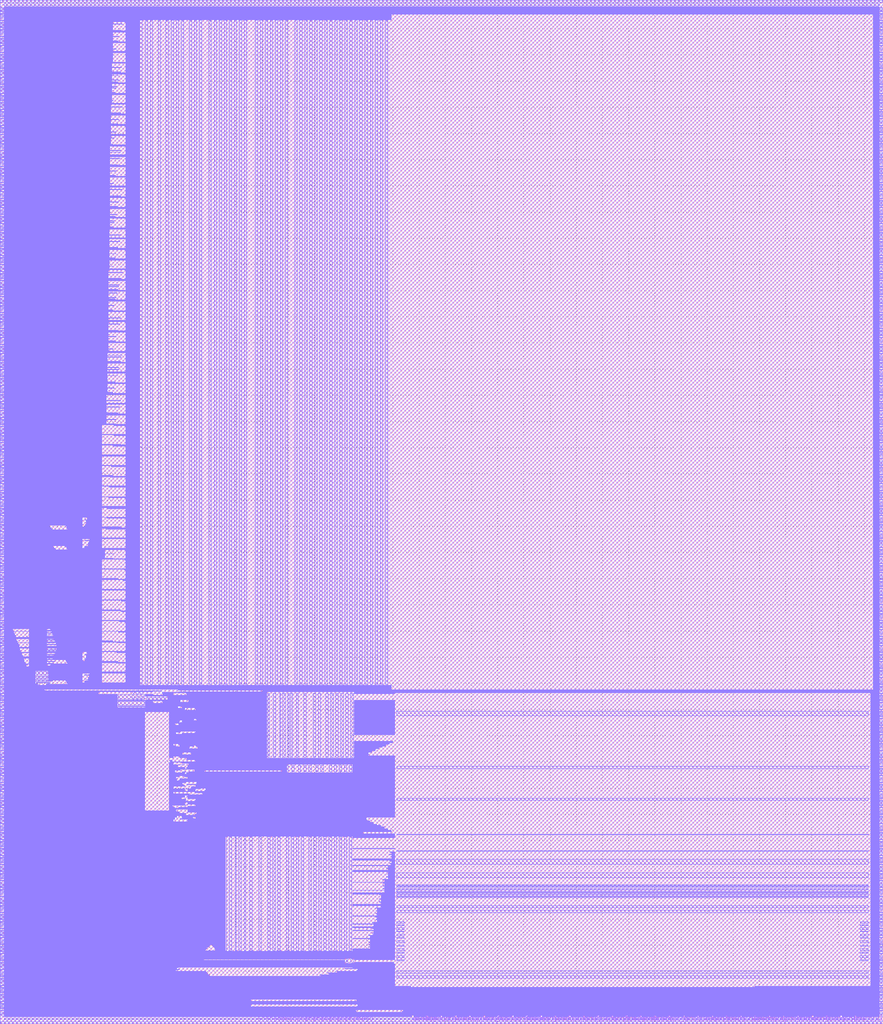
<source format=lef>
VERSION 5.8 ; 
BUSBITCHARS "[]" ; 
DIVIDERCHAR "/" ; 
MACRO sram22_2048x32m8w8
    CLASS BLOCK  ;
    FOREIGN sram22_2048x32m8w8   ;
    SIZE 674.480 BY 781.920 ;
    SYMMETRY X Y R90 ;
    PIN dout[0] 
        DIRECTION OUTPUT ; 
        ANTENNADIFFAREA 0.448000 LAYER met2 ;
        ANTENNAPARTIALMETALAREA 0.950300 LAYER met1 ;
        ANTENNAPARTIALMETALAREA 10.096200 LAYER met2 ;
        PORT 
            LAYER met1 ;
                RECT 314.950 0.000 315.090 0.140 ; 
        END 
    END dout[0] 
    PIN dout[1] 
        DIRECTION OUTPUT ; 
        ANTENNADIFFAREA 0.448000 LAYER met2 ;
        ANTENNAPARTIALMETALAREA 0.950300 LAYER met1 ;
        ANTENNAPARTIALMETALAREA 10.096200 LAYER met2 ;
        PORT 
            LAYER met1 ;
                RECT 325.850 0.000 325.990 0.140 ; 
        END 
    END dout[1] 
    PIN dout[2] 
        DIRECTION OUTPUT ; 
        ANTENNADIFFAREA 0.448000 LAYER met2 ;
        ANTENNAPARTIALMETALAREA 0.950300 LAYER met1 ;
        ANTENNAPARTIALMETALAREA 10.096200 LAYER met2 ;
        PORT 
            LAYER met1 ;
                RECT 336.750 0.000 336.890 0.140 ; 
        END 
    END dout[2] 
    PIN dout[3] 
        DIRECTION OUTPUT ; 
        ANTENNADIFFAREA 0.448000 LAYER met2 ;
        ANTENNAPARTIALMETALAREA 0.950300 LAYER met1 ;
        ANTENNAPARTIALMETALAREA 10.096200 LAYER met2 ;
        PORT 
            LAYER met1 ;
                RECT 347.650 0.000 347.790 0.140 ; 
        END 
    END dout[3] 
    PIN dout[4] 
        DIRECTION OUTPUT ; 
        ANTENNADIFFAREA 0.448000 LAYER met2 ;
        ANTENNAPARTIALMETALAREA 0.950300 LAYER met1 ;
        ANTENNAPARTIALMETALAREA 10.096200 LAYER met2 ;
        PORT 
            LAYER met1 ;
                RECT 358.550 0.000 358.690 0.140 ; 
        END 
    END dout[4] 
    PIN dout[5] 
        DIRECTION OUTPUT ; 
        ANTENNADIFFAREA 0.448000 LAYER met2 ;
        ANTENNAPARTIALMETALAREA 0.950300 LAYER met1 ;
        ANTENNAPARTIALMETALAREA 10.096200 LAYER met2 ;
        PORT 
            LAYER met1 ;
                RECT 369.450 0.000 369.590 0.140 ; 
        END 
    END dout[5] 
    PIN dout[6] 
        DIRECTION OUTPUT ; 
        ANTENNADIFFAREA 0.448000 LAYER met2 ;
        ANTENNAPARTIALMETALAREA 0.950300 LAYER met1 ;
        ANTENNAPARTIALMETALAREA 10.096200 LAYER met2 ;
        PORT 
            LAYER met1 ;
                RECT 380.350 0.000 380.490 0.140 ; 
        END 
    END dout[6] 
    PIN dout[7] 
        DIRECTION OUTPUT ; 
        ANTENNADIFFAREA 0.448000 LAYER met2 ;
        ANTENNAPARTIALMETALAREA 0.950300 LAYER met1 ;
        ANTENNAPARTIALMETALAREA 10.096200 LAYER met2 ;
        PORT 
            LAYER met1 ;
                RECT 391.250 0.000 391.390 0.140 ; 
        END 
    END dout[7] 
    PIN dout[8] 
        DIRECTION OUTPUT ; 
        ANTENNADIFFAREA 0.448000 LAYER met2 ;
        ANTENNAPARTIALMETALAREA 0.950300 LAYER met1 ;
        ANTENNAPARTIALMETALAREA 10.096200 LAYER met2 ;
        PORT 
            LAYER met1 ;
                RECT 402.150 0.000 402.290 0.140 ; 
        END 
    END dout[8] 
    PIN dout[9] 
        DIRECTION OUTPUT ; 
        ANTENNADIFFAREA 0.448000 LAYER met2 ;
        ANTENNAPARTIALMETALAREA 0.950300 LAYER met1 ;
        ANTENNAPARTIALMETALAREA 10.096200 LAYER met2 ;
        PORT 
            LAYER met1 ;
                RECT 413.050 0.000 413.190 0.140 ; 
        END 
    END dout[9] 
    PIN dout[10] 
        DIRECTION OUTPUT ; 
        ANTENNADIFFAREA 0.448000 LAYER met2 ;
        ANTENNAPARTIALMETALAREA 0.950300 LAYER met1 ;
        ANTENNAPARTIALMETALAREA 10.096200 LAYER met2 ;
        PORT 
            LAYER met1 ;
                RECT 423.950 0.000 424.090 0.140 ; 
        END 
    END dout[10] 
    PIN dout[11] 
        DIRECTION OUTPUT ; 
        ANTENNADIFFAREA 0.448000 LAYER met2 ;
        ANTENNAPARTIALMETALAREA 0.950300 LAYER met1 ;
        ANTENNAPARTIALMETALAREA 10.096200 LAYER met2 ;
        PORT 
            LAYER met1 ;
                RECT 434.850 0.000 434.990 0.140 ; 
        END 
    END dout[11] 
    PIN dout[12] 
        DIRECTION OUTPUT ; 
        ANTENNADIFFAREA 0.448000 LAYER met2 ;
        ANTENNAPARTIALMETALAREA 0.950300 LAYER met1 ;
        ANTENNAPARTIALMETALAREA 10.096200 LAYER met2 ;
        PORT 
            LAYER met1 ;
                RECT 445.750 0.000 445.890 0.140 ; 
        END 
    END dout[12] 
    PIN dout[13] 
        DIRECTION OUTPUT ; 
        ANTENNADIFFAREA 0.448000 LAYER met2 ;
        ANTENNAPARTIALMETALAREA 0.950300 LAYER met1 ;
        ANTENNAPARTIALMETALAREA 10.096200 LAYER met2 ;
        PORT 
            LAYER met1 ;
                RECT 456.650 0.000 456.790 0.140 ; 
        END 
    END dout[13] 
    PIN dout[14] 
        DIRECTION OUTPUT ; 
        ANTENNADIFFAREA 0.448000 LAYER met2 ;
        ANTENNAPARTIALMETALAREA 0.950300 LAYER met1 ;
        ANTENNAPARTIALMETALAREA 10.096200 LAYER met2 ;
        PORT 
            LAYER met1 ;
                RECT 467.550 0.000 467.690 0.140 ; 
        END 
    END dout[14] 
    PIN dout[15] 
        DIRECTION OUTPUT ; 
        ANTENNADIFFAREA 0.448000 LAYER met2 ;
        ANTENNAPARTIALMETALAREA 0.950300 LAYER met1 ;
        ANTENNAPARTIALMETALAREA 10.096200 LAYER met2 ;
        PORT 
            LAYER met1 ;
                RECT 478.450 0.000 478.590 0.140 ; 
        END 
    END dout[15] 
    PIN dout[16] 
        DIRECTION OUTPUT ; 
        ANTENNADIFFAREA 0.448000 LAYER met2 ;
        ANTENNAPARTIALMETALAREA 0.950300 LAYER met1 ;
        ANTENNAPARTIALMETALAREA 10.096200 LAYER met2 ;
        PORT 
            LAYER met1 ;
                RECT 489.350 0.000 489.490 0.140 ; 
        END 
    END dout[16] 
    PIN dout[17] 
        DIRECTION OUTPUT ; 
        ANTENNADIFFAREA 0.448000 LAYER met2 ;
        ANTENNAPARTIALMETALAREA 0.950300 LAYER met1 ;
        ANTENNAPARTIALMETALAREA 10.096200 LAYER met2 ;
        PORT 
            LAYER met1 ;
                RECT 500.250 0.000 500.390 0.140 ; 
        END 
    END dout[17] 
    PIN dout[18] 
        DIRECTION OUTPUT ; 
        ANTENNADIFFAREA 0.448000 LAYER met2 ;
        ANTENNAPARTIALMETALAREA 0.950300 LAYER met1 ;
        ANTENNAPARTIALMETALAREA 10.096200 LAYER met2 ;
        PORT 
            LAYER met1 ;
                RECT 511.150 0.000 511.290 0.140 ; 
        END 
    END dout[18] 
    PIN dout[19] 
        DIRECTION OUTPUT ; 
        ANTENNADIFFAREA 0.448000 LAYER met2 ;
        ANTENNAPARTIALMETALAREA 0.950300 LAYER met1 ;
        ANTENNAPARTIALMETALAREA 10.096200 LAYER met2 ;
        PORT 
            LAYER met1 ;
                RECT 522.050 0.000 522.190 0.140 ; 
        END 
    END dout[19] 
    PIN dout[20] 
        DIRECTION OUTPUT ; 
        ANTENNADIFFAREA 0.448000 LAYER met2 ;
        ANTENNAPARTIALMETALAREA 0.950300 LAYER met1 ;
        ANTENNAPARTIALMETALAREA 10.096200 LAYER met2 ;
        PORT 
            LAYER met1 ;
                RECT 532.950 0.000 533.090 0.140 ; 
        END 
    END dout[20] 
    PIN dout[21] 
        DIRECTION OUTPUT ; 
        ANTENNADIFFAREA 0.448000 LAYER met2 ;
        ANTENNAPARTIALMETALAREA 0.950300 LAYER met1 ;
        ANTENNAPARTIALMETALAREA 10.096200 LAYER met2 ;
        PORT 
            LAYER met1 ;
                RECT 543.850 0.000 543.990 0.140 ; 
        END 
    END dout[21] 
    PIN dout[22] 
        DIRECTION OUTPUT ; 
        ANTENNADIFFAREA 0.448000 LAYER met2 ;
        ANTENNAPARTIALMETALAREA 0.950300 LAYER met1 ;
        ANTENNAPARTIALMETALAREA 10.096200 LAYER met2 ;
        PORT 
            LAYER met1 ;
                RECT 554.750 0.000 554.890 0.140 ; 
        END 
    END dout[22] 
    PIN dout[23] 
        DIRECTION OUTPUT ; 
        ANTENNADIFFAREA 0.448000 LAYER met2 ;
        ANTENNAPARTIALMETALAREA 0.950300 LAYER met1 ;
        ANTENNAPARTIALMETALAREA 10.096200 LAYER met2 ;
        PORT 
            LAYER met1 ;
                RECT 565.650 0.000 565.790 0.140 ; 
        END 
    END dout[23] 
    PIN dout[24] 
        DIRECTION OUTPUT ; 
        ANTENNADIFFAREA 0.448000 LAYER met2 ;
        ANTENNAPARTIALMETALAREA 0.950300 LAYER met1 ;
        ANTENNAPARTIALMETALAREA 10.096200 LAYER met2 ;
        PORT 
            LAYER met1 ;
                RECT 576.550 0.000 576.690 0.140 ; 
        END 
    END dout[24] 
    PIN dout[25] 
        DIRECTION OUTPUT ; 
        ANTENNADIFFAREA 0.448000 LAYER met2 ;
        ANTENNAPARTIALMETALAREA 0.950300 LAYER met1 ;
        ANTENNAPARTIALMETALAREA 10.096200 LAYER met2 ;
        PORT 
            LAYER met1 ;
                RECT 587.450 0.000 587.590 0.140 ; 
        END 
    END dout[25] 
    PIN dout[26] 
        DIRECTION OUTPUT ; 
        ANTENNADIFFAREA 0.448000 LAYER met2 ;
        ANTENNAPARTIALMETALAREA 0.950300 LAYER met1 ;
        ANTENNAPARTIALMETALAREA 10.096200 LAYER met2 ;
        PORT 
            LAYER met1 ;
                RECT 598.350 0.000 598.490 0.140 ; 
        END 
    END dout[26] 
    PIN dout[27] 
        DIRECTION OUTPUT ; 
        ANTENNADIFFAREA 0.448000 LAYER met2 ;
        ANTENNAPARTIALMETALAREA 0.950300 LAYER met1 ;
        ANTENNAPARTIALMETALAREA 10.096200 LAYER met2 ;
        PORT 
            LAYER met1 ;
                RECT 609.250 0.000 609.390 0.140 ; 
        END 
    END dout[27] 
    PIN dout[28] 
        DIRECTION OUTPUT ; 
        ANTENNADIFFAREA 0.448000 LAYER met2 ;
        ANTENNAPARTIALMETALAREA 0.950300 LAYER met1 ;
        ANTENNAPARTIALMETALAREA 10.096200 LAYER met2 ;
        PORT 
            LAYER met1 ;
                RECT 620.150 0.000 620.290 0.140 ; 
        END 
    END dout[28] 
    PIN dout[29] 
        DIRECTION OUTPUT ; 
        ANTENNADIFFAREA 0.448000 LAYER met2 ;
        ANTENNAPARTIALMETALAREA 0.950300 LAYER met1 ;
        ANTENNAPARTIALMETALAREA 10.096200 LAYER met2 ;
        PORT 
            LAYER met1 ;
                RECT 631.050 0.000 631.190 0.140 ; 
        END 
    END dout[29] 
    PIN dout[30] 
        DIRECTION OUTPUT ; 
        ANTENNADIFFAREA 0.448000 LAYER met2 ;
        ANTENNAPARTIALMETALAREA 0.950300 LAYER met1 ;
        ANTENNAPARTIALMETALAREA 10.096200 LAYER met2 ;
        PORT 
            LAYER met1 ;
                RECT 641.950 0.000 642.090 0.140 ; 
        END 
    END dout[30] 
    PIN dout[31] 
        DIRECTION OUTPUT ; 
        ANTENNADIFFAREA 0.448000 LAYER met2 ;
        ANTENNAPARTIALMETALAREA 0.950300 LAYER met1 ;
        ANTENNAPARTIALMETALAREA 10.096200 LAYER met2 ;
        PORT 
            LAYER met1 ;
                RECT 652.850 0.000 652.990 0.140 ; 
        END 
    END dout[31] 
    PIN din[0] 
        DIRECTION INPUT ; 
        ANTENNAGATEAREA 0.126000 LAYER met2 ;
        ANTENNAPARTIALMETALAREA 6.402600 LAYER met1 ;
        ANTENNAPARTIALMETALAREA 9.817800 LAYER met2 ;
        PORT 
            LAYER met1 ;
                RECT 314.530 0.000 314.670 0.140 ; 
        END 
    END din[0] 
    PIN din[1] 
        DIRECTION INPUT ; 
        ANTENNAGATEAREA 0.126000 LAYER met2 ;
        ANTENNAPARTIALMETALAREA 6.402600 LAYER met1 ;
        ANTENNAPARTIALMETALAREA 9.817800 LAYER met2 ;
        PORT 
            LAYER met1 ;
                RECT 325.430 0.000 325.570 0.140 ; 
        END 
    END din[1] 
    PIN din[2] 
        DIRECTION INPUT ; 
        ANTENNAGATEAREA 0.126000 LAYER met2 ;
        ANTENNAPARTIALMETALAREA 6.402600 LAYER met1 ;
        ANTENNAPARTIALMETALAREA 9.817800 LAYER met2 ;
        PORT 
            LAYER met1 ;
                RECT 336.330 0.000 336.470 0.140 ; 
        END 
    END din[2] 
    PIN din[3] 
        DIRECTION INPUT ; 
        ANTENNAGATEAREA 0.126000 LAYER met2 ;
        ANTENNAPARTIALMETALAREA 6.402600 LAYER met1 ;
        ANTENNAPARTIALMETALAREA 9.817800 LAYER met2 ;
        PORT 
            LAYER met1 ;
                RECT 347.230 0.000 347.370 0.140 ; 
        END 
    END din[3] 
    PIN din[4] 
        DIRECTION INPUT ; 
        ANTENNAGATEAREA 0.126000 LAYER met2 ;
        ANTENNAPARTIALMETALAREA 6.402600 LAYER met1 ;
        ANTENNAPARTIALMETALAREA 9.817800 LAYER met2 ;
        PORT 
            LAYER met1 ;
                RECT 358.130 0.000 358.270 0.140 ; 
        END 
    END din[4] 
    PIN din[5] 
        DIRECTION INPUT ; 
        ANTENNAGATEAREA 0.126000 LAYER met2 ;
        ANTENNAPARTIALMETALAREA 6.402600 LAYER met1 ;
        ANTENNAPARTIALMETALAREA 9.817800 LAYER met2 ;
        PORT 
            LAYER met1 ;
                RECT 369.030 0.000 369.170 0.140 ; 
        END 
    END din[5] 
    PIN din[6] 
        DIRECTION INPUT ; 
        ANTENNAGATEAREA 0.126000 LAYER met2 ;
        ANTENNAPARTIALMETALAREA 6.402600 LAYER met1 ;
        ANTENNAPARTIALMETALAREA 9.817800 LAYER met2 ;
        PORT 
            LAYER met1 ;
                RECT 379.930 0.000 380.070 0.140 ; 
        END 
    END din[6] 
    PIN din[7] 
        DIRECTION INPUT ; 
        ANTENNAGATEAREA 0.126000 LAYER met2 ;
        ANTENNAPARTIALMETALAREA 6.402600 LAYER met1 ;
        ANTENNAPARTIALMETALAREA 9.817800 LAYER met2 ;
        PORT 
            LAYER met1 ;
                RECT 390.830 0.000 390.970 0.140 ; 
        END 
    END din[7] 
    PIN din[8] 
        DIRECTION INPUT ; 
        ANTENNAGATEAREA 0.126000 LAYER met2 ;
        ANTENNAPARTIALMETALAREA 6.402600 LAYER met1 ;
        ANTENNAPARTIALMETALAREA 9.817800 LAYER met2 ;
        PORT 
            LAYER met1 ;
                RECT 401.730 0.000 401.870 0.140 ; 
        END 
    END din[8] 
    PIN din[9] 
        DIRECTION INPUT ; 
        ANTENNAGATEAREA 0.126000 LAYER met2 ;
        ANTENNAPARTIALMETALAREA 6.402600 LAYER met1 ;
        ANTENNAPARTIALMETALAREA 9.817800 LAYER met2 ;
        PORT 
            LAYER met1 ;
                RECT 412.630 0.000 412.770 0.140 ; 
        END 
    END din[9] 
    PIN din[10] 
        DIRECTION INPUT ; 
        ANTENNAGATEAREA 0.126000 LAYER met2 ;
        ANTENNAPARTIALMETALAREA 6.402600 LAYER met1 ;
        ANTENNAPARTIALMETALAREA 9.817800 LAYER met2 ;
        PORT 
            LAYER met1 ;
                RECT 423.530 0.000 423.670 0.140 ; 
        END 
    END din[10] 
    PIN din[11] 
        DIRECTION INPUT ; 
        ANTENNAGATEAREA 0.126000 LAYER met2 ;
        ANTENNAPARTIALMETALAREA 6.402600 LAYER met1 ;
        ANTENNAPARTIALMETALAREA 9.817800 LAYER met2 ;
        PORT 
            LAYER met1 ;
                RECT 434.430 0.000 434.570 0.140 ; 
        END 
    END din[11] 
    PIN din[12] 
        DIRECTION INPUT ; 
        ANTENNAGATEAREA 0.126000 LAYER met2 ;
        ANTENNAPARTIALMETALAREA 6.402600 LAYER met1 ;
        ANTENNAPARTIALMETALAREA 9.817800 LAYER met2 ;
        PORT 
            LAYER met1 ;
                RECT 445.330 0.000 445.470 0.140 ; 
        END 
    END din[12] 
    PIN din[13] 
        DIRECTION INPUT ; 
        ANTENNAGATEAREA 0.126000 LAYER met2 ;
        ANTENNAPARTIALMETALAREA 6.402600 LAYER met1 ;
        ANTENNAPARTIALMETALAREA 9.817800 LAYER met2 ;
        PORT 
            LAYER met1 ;
                RECT 456.230 0.000 456.370 0.140 ; 
        END 
    END din[13] 
    PIN din[14] 
        DIRECTION INPUT ; 
        ANTENNAGATEAREA 0.126000 LAYER met2 ;
        ANTENNAPARTIALMETALAREA 6.402600 LAYER met1 ;
        ANTENNAPARTIALMETALAREA 9.817800 LAYER met2 ;
        PORT 
            LAYER met1 ;
                RECT 467.130 0.000 467.270 0.140 ; 
        END 
    END din[14] 
    PIN din[15] 
        DIRECTION INPUT ; 
        ANTENNAGATEAREA 0.126000 LAYER met2 ;
        ANTENNAPARTIALMETALAREA 6.402600 LAYER met1 ;
        ANTENNAPARTIALMETALAREA 9.817800 LAYER met2 ;
        PORT 
            LAYER met1 ;
                RECT 478.030 0.000 478.170 0.140 ; 
        END 
    END din[15] 
    PIN din[16] 
        DIRECTION INPUT ; 
        ANTENNAGATEAREA 0.126000 LAYER met2 ;
        ANTENNAPARTIALMETALAREA 6.402600 LAYER met1 ;
        ANTENNAPARTIALMETALAREA 9.817800 LAYER met2 ;
        PORT 
            LAYER met1 ;
                RECT 488.930 0.000 489.070 0.140 ; 
        END 
    END din[16] 
    PIN din[17] 
        DIRECTION INPUT ; 
        ANTENNAGATEAREA 0.126000 LAYER met2 ;
        ANTENNAPARTIALMETALAREA 6.402600 LAYER met1 ;
        ANTENNAPARTIALMETALAREA 9.817800 LAYER met2 ;
        PORT 
            LAYER met1 ;
                RECT 499.830 0.000 499.970 0.140 ; 
        END 
    END din[17] 
    PIN din[18] 
        DIRECTION INPUT ; 
        ANTENNAGATEAREA 0.126000 LAYER met2 ;
        ANTENNAPARTIALMETALAREA 6.402600 LAYER met1 ;
        ANTENNAPARTIALMETALAREA 9.817800 LAYER met2 ;
        PORT 
            LAYER met1 ;
                RECT 510.730 0.000 510.870 0.140 ; 
        END 
    END din[18] 
    PIN din[19] 
        DIRECTION INPUT ; 
        ANTENNAGATEAREA 0.126000 LAYER met2 ;
        ANTENNAPARTIALMETALAREA 6.402600 LAYER met1 ;
        ANTENNAPARTIALMETALAREA 9.817800 LAYER met2 ;
        PORT 
            LAYER met1 ;
                RECT 521.630 0.000 521.770 0.140 ; 
        END 
    END din[19] 
    PIN din[20] 
        DIRECTION INPUT ; 
        ANTENNAGATEAREA 0.126000 LAYER met2 ;
        ANTENNAPARTIALMETALAREA 6.402600 LAYER met1 ;
        ANTENNAPARTIALMETALAREA 9.817800 LAYER met2 ;
        PORT 
            LAYER met1 ;
                RECT 532.530 0.000 532.670 0.140 ; 
        END 
    END din[20] 
    PIN din[21] 
        DIRECTION INPUT ; 
        ANTENNAGATEAREA 0.126000 LAYER met2 ;
        ANTENNAPARTIALMETALAREA 6.402600 LAYER met1 ;
        ANTENNAPARTIALMETALAREA 9.817800 LAYER met2 ;
        PORT 
            LAYER met1 ;
                RECT 543.430 0.000 543.570 0.140 ; 
        END 
    END din[21] 
    PIN din[22] 
        DIRECTION INPUT ; 
        ANTENNAGATEAREA 0.126000 LAYER met2 ;
        ANTENNAPARTIALMETALAREA 6.402600 LAYER met1 ;
        ANTENNAPARTIALMETALAREA 9.817800 LAYER met2 ;
        PORT 
            LAYER met1 ;
                RECT 554.330 0.000 554.470 0.140 ; 
        END 
    END din[22] 
    PIN din[23] 
        DIRECTION INPUT ; 
        ANTENNAGATEAREA 0.126000 LAYER met2 ;
        ANTENNAPARTIALMETALAREA 6.402600 LAYER met1 ;
        ANTENNAPARTIALMETALAREA 9.817800 LAYER met2 ;
        PORT 
            LAYER met1 ;
                RECT 565.230 0.000 565.370 0.140 ; 
        END 
    END din[23] 
    PIN din[24] 
        DIRECTION INPUT ; 
        ANTENNAGATEAREA 0.126000 LAYER met2 ;
        ANTENNAPARTIALMETALAREA 6.402600 LAYER met1 ;
        ANTENNAPARTIALMETALAREA 9.817800 LAYER met2 ;
        PORT 
            LAYER met1 ;
                RECT 576.130 0.000 576.270 0.140 ; 
        END 
    END din[24] 
    PIN din[25] 
        DIRECTION INPUT ; 
        ANTENNAGATEAREA 0.126000 LAYER met2 ;
        ANTENNAPARTIALMETALAREA 6.402600 LAYER met1 ;
        ANTENNAPARTIALMETALAREA 9.817800 LAYER met2 ;
        PORT 
            LAYER met1 ;
                RECT 587.030 0.000 587.170 0.140 ; 
        END 
    END din[25] 
    PIN din[26] 
        DIRECTION INPUT ; 
        ANTENNAGATEAREA 0.126000 LAYER met2 ;
        ANTENNAPARTIALMETALAREA 6.402600 LAYER met1 ;
        ANTENNAPARTIALMETALAREA 9.817800 LAYER met2 ;
        PORT 
            LAYER met1 ;
                RECT 597.930 0.000 598.070 0.140 ; 
        END 
    END din[26] 
    PIN din[27] 
        DIRECTION INPUT ; 
        ANTENNAGATEAREA 0.126000 LAYER met2 ;
        ANTENNAPARTIALMETALAREA 6.402600 LAYER met1 ;
        ANTENNAPARTIALMETALAREA 9.817800 LAYER met2 ;
        PORT 
            LAYER met1 ;
                RECT 608.830 0.000 608.970 0.140 ; 
        END 
    END din[27] 
    PIN din[28] 
        DIRECTION INPUT ; 
        ANTENNAGATEAREA 0.126000 LAYER met2 ;
        ANTENNAPARTIALMETALAREA 6.402600 LAYER met1 ;
        ANTENNAPARTIALMETALAREA 9.817800 LAYER met2 ;
        PORT 
            LAYER met1 ;
                RECT 619.730 0.000 619.870 0.140 ; 
        END 
    END din[28] 
    PIN din[29] 
        DIRECTION INPUT ; 
        ANTENNAGATEAREA 0.126000 LAYER met2 ;
        ANTENNAPARTIALMETALAREA 6.402600 LAYER met1 ;
        ANTENNAPARTIALMETALAREA 9.817800 LAYER met2 ;
        PORT 
            LAYER met1 ;
                RECT 630.630 0.000 630.770 0.140 ; 
        END 
    END din[29] 
    PIN din[30] 
        DIRECTION INPUT ; 
        ANTENNAGATEAREA 0.126000 LAYER met2 ;
        ANTENNAPARTIALMETALAREA 6.402600 LAYER met1 ;
        ANTENNAPARTIALMETALAREA 9.817800 LAYER met2 ;
        PORT 
            LAYER met1 ;
                RECT 641.530 0.000 641.670 0.140 ; 
        END 
    END din[30] 
    PIN din[31] 
        DIRECTION INPUT ; 
        ANTENNAGATEAREA 0.126000 LAYER met2 ;
        ANTENNAPARTIALMETALAREA 6.402600 LAYER met1 ;
        ANTENNAPARTIALMETALAREA 9.817800 LAYER met2 ;
        PORT 
            LAYER met1 ;
                RECT 652.430 0.000 652.570 0.140 ; 
        END 
    END din[31] 
    PIN wmask[0] 
        DIRECTION INPUT ; 
        ANTENNAGATEAREA 0.126000 LAYER met2 ;
        ANTENNAPARTIALMETALAREA 4.213000 LAYER met1 ;
        ANTENNAPARTIALMETALAREA 0.278400 LAYER met2 ;
        PORT 
            LAYER met1 ;
                RECT 314.180 0.000 314.320 0.140 ; 
        END 
    END wmask[0] 
    PIN wmask[1] 
        DIRECTION INPUT ; 
        ANTENNAGATEAREA 0.126000 LAYER met2 ;
        ANTENNAPARTIALMETALAREA 4.213000 LAYER met1 ;
        ANTENNAPARTIALMETALAREA 0.278400 LAYER met2 ;
        PORT 
            LAYER met1 ;
                RECT 401.380 0.000 401.520 0.140 ; 
        END 
    END wmask[1] 
    PIN wmask[2] 
        DIRECTION INPUT ; 
        ANTENNAGATEAREA 0.126000 LAYER met2 ;
        ANTENNAPARTIALMETALAREA 4.213000 LAYER met1 ;
        ANTENNAPARTIALMETALAREA 0.278400 LAYER met2 ;
        PORT 
            LAYER met1 ;
                RECT 488.580 0.000 488.720 0.140 ; 
        END 
    END wmask[2] 
    PIN wmask[3] 
        DIRECTION INPUT ; 
        ANTENNAGATEAREA 0.126000 LAYER met2 ;
        ANTENNAPARTIALMETALAREA 4.213000 LAYER met1 ;
        ANTENNAPARTIALMETALAREA 0.278400 LAYER met2 ;
        PORT 
            LAYER met1 ;
                RECT 575.780 0.000 575.920 0.140 ; 
        END 
    END wmask[3] 
    PIN addr[0] 
        DIRECTION INPUT ; 
        ANTENNAGATEAREA 0.126000 LAYER met1 ;
        ANTENNAPARTIALMETALAREA 3.880700 LAYER met1 ;
        PORT 
            LAYER met1 ;
                RECT 256.160 0.000 256.480 0.320 ; 
        END 
    END addr[0] 
    PIN addr[1] 
        DIRECTION INPUT ; 
        ANTENNAGATEAREA 0.126000 LAYER met1 ;
        ANTENNAPARTIALMETALAREA 3.880700 LAYER met1 ;
        PORT 
            LAYER met1 ;
                RECT 250.040 0.000 250.360 0.320 ; 
        END 
    END addr[1] 
    PIN addr[2] 
        DIRECTION INPUT ; 
        ANTENNAGATEAREA 0.126000 LAYER met1 ;
        ANTENNAPARTIALMETALAREA 3.880700 LAYER met1 ;
        PORT 
            LAYER met1 ;
                RECT 243.920 0.000 244.240 0.320 ; 
        END 
    END addr[2] 
    PIN addr[3] 
        DIRECTION INPUT ; 
        ANTENNAGATEAREA 0.126000 LAYER met1 ;
        ANTENNAPARTIALMETALAREA 3.880700 LAYER met1 ;
        PORT 
            LAYER met1 ;
                RECT 237.800 0.000 238.120 0.320 ; 
        END 
    END addr[3] 
    PIN addr[4] 
        DIRECTION INPUT ; 
        ANTENNAGATEAREA 0.126000 LAYER met1 ;
        ANTENNAPARTIALMETALAREA 3.880700 LAYER met1 ;
        PORT 
            LAYER met1 ;
                RECT 231.680 0.000 232.000 0.320 ; 
        END 
    END addr[4] 
    PIN addr[5] 
        DIRECTION INPUT ; 
        ANTENNAGATEAREA 0.126000 LAYER met1 ;
        ANTENNAPARTIALMETALAREA 3.880700 LAYER met1 ;
        PORT 
            LAYER met1 ;
                RECT 225.560 0.000 225.880 0.320 ; 
        END 
    END addr[5] 
    PIN addr[6] 
        DIRECTION INPUT ; 
        ANTENNAGATEAREA 0.126000 LAYER met1 ;
        ANTENNAPARTIALMETALAREA 3.880700 LAYER met1 ;
        PORT 
            LAYER met1 ;
                RECT 219.440 0.000 219.760 0.320 ; 
        END 
    END addr[6] 
    PIN addr[7] 
        DIRECTION INPUT ; 
        ANTENNAGATEAREA 0.126000 LAYER met1 ;
        ANTENNAPARTIALMETALAREA 3.880700 LAYER met1 ;
        PORT 
            LAYER met1 ;
                RECT 213.320 0.000 213.640 0.320 ; 
        END 
    END addr[7] 
    PIN addr[8] 
        DIRECTION INPUT ; 
        ANTENNAGATEAREA 0.126000 LAYER met1 ;
        ANTENNAPARTIALMETALAREA 3.880700 LAYER met1 ;
        PORT 
            LAYER met1 ;
                RECT 207.880 0.000 208.200 0.320 ; 
        END 
    END addr[8] 
    PIN addr[9] 
        DIRECTION INPUT ; 
        ANTENNAGATEAREA 0.126000 LAYER met1 ;
        ANTENNAPARTIALMETALAREA 3.880700 LAYER met1 ;
        PORT 
            LAYER met1 ;
                RECT 201.760 0.000 202.080 0.320 ; 
        END 
    END addr[9] 
    PIN addr[10] 
        DIRECTION INPUT ; 
        ANTENNAGATEAREA 0.126000 LAYER met1 ;
        ANTENNAPARTIALMETALAREA 3.880700 LAYER met1 ;
        PORT 
            LAYER met1 ;
                RECT 195.640 0.000 195.960 0.320 ; 
        END 
    END addr[10] 
    PIN we 
        DIRECTION INPUT ; 
        ANTENNAGATEAREA 0.126000 LAYER met1 ;
        ANTENNAPARTIALMETALAREA 3.880700 LAYER met1 ;
        PORT 
            LAYER met1 ;
                RECT 268.400 0.000 268.720 0.320 ; 
        END 
    END we 
    PIN ce 
        DIRECTION INPUT ; 
        ANTENNAGATEAREA 0.126000 LAYER met1 ;
        ANTENNAPARTIALMETALAREA 3.880700 LAYER met1 ;
        PORT 
            LAYER met1 ;
                RECT 262.280 0.000 262.600 0.320 ; 
        END 
    END ce 
    PIN clk 
        DIRECTION INPUT ; 
        ANTENNAGATEAREA 23.157000 LAYER met2 ;
        PORT 
            LAYER met1 ;
                RECT 271.800 0.000 272.120 0.320 ; 
        END 
    END clk 
    PIN rstb 
        DIRECTION INPUT ; 
        ANTENNAGATEAREA 27.063000 LAYER met2 ;
        PORT 
            LAYER met1 ;
                RECT 272.480 0.000 272.800 0.320 ; 
        END 
    END rstb 
    PIN vdd 
        DIRECTION INOUT ; 
        USE POWER ; 
        PORT 
            LAYER met2 ;
                RECT 0.160 5.920 314.280 6.240 ; 
                RECT 316.000 5.920 325.160 6.240 ; 
                RECT 326.880 5.920 336.040 6.240 ; 
                RECT 337.760 5.920 346.920 6.240 ; 
                RECT 348.640 5.920 357.800 6.240 ; 
                RECT 359.520 5.920 368.680 6.240 ; 
                RECT 370.400 5.920 379.560 6.240 ; 
                RECT 381.280 5.920 390.440 6.240 ; 
                RECT 392.160 5.920 401.320 6.240 ; 
                RECT 403.040 5.920 412.200 6.240 ; 
                RECT 413.920 5.920 423.080 6.240 ; 
                RECT 424.800 5.920 433.960 6.240 ; 
                RECT 435.680 5.920 444.840 6.240 ; 
                RECT 446.560 5.920 455.720 6.240 ; 
                RECT 457.440 5.920 466.600 6.240 ; 
                RECT 468.320 5.920 477.480 6.240 ; 
                RECT 479.200 5.920 488.360 6.240 ; 
                RECT 490.080 5.920 499.240 6.240 ; 
                RECT 500.960 5.920 510.120 6.240 ; 
                RECT 511.840 5.920 521.680 6.240 ; 
                RECT 522.720 5.920 532.560 6.240 ; 
                RECT 533.600 5.920 543.440 6.240 ; 
                RECT 544.480 5.920 554.320 6.240 ; 
                RECT 555.360 5.920 565.200 6.240 ; 
                RECT 566.240 5.920 576.080 6.240 ; 
                RECT 577.120 5.920 586.960 6.240 ; 
                RECT 588.000 5.920 597.840 6.240 ; 
                RECT 598.880 5.920 608.720 6.240 ; 
                RECT 609.760 5.920 619.600 6.240 ; 
                RECT 621.320 5.920 630.480 6.240 ; 
                RECT 632.200 5.920 641.360 6.240 ; 
                RECT 643.080 5.920 652.240 6.240 ; 
                RECT 653.960 5.920 674.320 6.240 ; 
                RECT 0.160 7.280 674.320 7.600 ; 
                RECT 0.160 8.640 674.320 8.960 ; 
                RECT 0.160 10.000 271.440 10.320 ; 
                RECT 307.840 10.000 674.320 10.320 ; 
                RECT 0.160 11.360 674.320 11.680 ; 
                RECT 0.160 12.720 674.320 13.040 ; 
                RECT 0.160 14.080 191.200 14.400 ; 
                RECT 273.160 14.080 674.320 14.400 ; 
                RECT 0.160 15.440 674.320 15.760 ; 
                RECT 0.160 16.800 674.320 17.120 ; 
                RECT 0.160 18.160 191.200 18.480 ; 
                RECT 272.480 18.160 674.320 18.480 ; 
                RECT 0.160 19.520 674.320 19.840 ; 
                RECT 0.160 20.880 674.320 21.200 ; 
                RECT 0.160 22.240 674.320 22.560 ; 
                RECT 0.160 23.600 674.320 23.920 ; 
                RECT 0.160 24.960 674.320 25.280 ; 
                RECT 0.160 26.320 674.320 26.640 ; 
                RECT 0.160 27.680 674.320 28.000 ; 
                RECT 0.160 29.040 301.360 29.360 ; 
                RECT 664.840 29.040 674.320 29.360 ; 
                RECT 0.160 30.400 301.360 30.720 ; 
                RECT 664.840 30.400 674.320 30.720 ; 
                RECT 0.160 31.760 301.360 32.080 ; 
                RECT 664.840 31.760 674.320 32.080 ; 
                RECT 0.160 33.120 301.360 33.440 ; 
                RECT 664.840 33.120 674.320 33.440 ; 
                RECT 0.160 34.480 301.360 34.800 ; 
                RECT 664.840 34.480 674.320 34.800 ; 
                RECT 0.160 35.840 301.360 36.160 ; 
                RECT 664.840 35.840 674.320 36.160 ; 
                RECT 0.160 37.200 159.240 37.520 ; 
                RECT 243.920 37.200 301.360 37.520 ; 
                RECT 664.840 37.200 674.320 37.520 ; 
                RECT 0.160 38.560 157.880 38.880 ; 
                RECT 250.040 38.560 301.360 38.880 ; 
                RECT 664.840 38.560 674.320 38.880 ; 
                RECT 0.160 39.920 156.520 40.240 ; 
                RECT 256.160 39.920 301.360 40.240 ; 
                RECT 664.840 39.920 674.320 40.240 ; 
                RECT 0.160 41.280 136.800 41.600 ; 
                RECT 273.160 41.280 301.360 41.600 ; 
                RECT 664.840 41.280 674.320 41.600 ; 
                RECT 0.160 42.640 136.120 42.960 ; 
                RECT 269.080 42.640 301.360 42.960 ; 
                RECT 664.840 42.640 674.320 42.960 ; 
                RECT 0.160 44.000 301.360 44.320 ; 
                RECT 664.840 44.000 674.320 44.320 ; 
                RECT 0.160 45.360 301.360 45.680 ; 
                RECT 664.840 45.360 674.320 45.680 ; 
                RECT 0.160 46.720 263.280 47.040 ; 
                RECT 270.440 46.720 300.680 47.040 ; 
                RECT 664.840 46.720 674.320 47.040 ; 
                RECT 0.160 48.080 263.280 48.400 ; 
                RECT 664.840 48.080 674.320 48.400 ; 
                RECT 0.160 49.440 263.280 49.760 ; 
                RECT 270.440 49.440 301.360 49.760 ; 
                RECT 664.840 49.440 674.320 49.760 ; 
                RECT 0.160 50.800 301.360 51.120 ; 
                RECT 664.840 50.800 674.320 51.120 ; 
                RECT 0.160 52.160 301.360 52.480 ; 
                RECT 664.840 52.160 674.320 52.480 ; 
                RECT 0.160 53.520 301.360 53.840 ; 
                RECT 664.840 53.520 674.320 53.840 ; 
                RECT 0.160 54.880 301.360 55.200 ; 
                RECT 664.840 54.880 674.320 55.200 ; 
                RECT 0.160 56.240 156.520 56.560 ; 
                RECT 164.360 56.240 171.480 56.560 ; 
                RECT 269.080 56.240 301.360 56.560 ; 
                RECT 664.840 56.240 674.320 56.560 ; 
                RECT 0.160 57.600 157.880 57.920 ; 
                RECT 163.680 57.600 171.480 57.920 ; 
                RECT 282.680 57.600 301.360 57.920 ; 
                RECT 664.840 57.600 674.320 57.920 ; 
                RECT 0.160 58.960 159.240 59.280 ; 
                RECT 163.000 58.960 171.480 59.280 ; 
                RECT 282.680 58.960 301.360 59.280 ; 
                RECT 664.840 58.960 674.320 59.280 ; 
                RECT 0.160 60.320 171.480 60.640 ; 
                RECT 281.320 60.320 301.360 60.640 ; 
                RECT 664.840 60.320 674.320 60.640 ; 
                RECT 0.160 61.680 171.480 62.000 ; 
                RECT 282.680 61.680 301.360 62.000 ; 
                RECT 664.840 61.680 674.320 62.000 ; 
                RECT 0.160 63.040 171.480 63.360 ; 
                RECT 282.680 63.040 301.360 63.360 ; 
                RECT 664.840 63.040 674.320 63.360 ; 
                RECT 0.160 64.400 171.480 64.720 ; 
                RECT 281.320 64.400 301.360 64.720 ; 
                RECT 664.840 64.400 674.320 64.720 ; 
                RECT 0.160 65.760 171.480 66.080 ; 
                RECT 282.680 65.760 301.360 66.080 ; 
                RECT 664.840 65.760 674.320 66.080 ; 
                RECT 0.160 67.120 171.480 67.440 ; 
                RECT 281.320 67.120 301.360 67.440 ; 
                RECT 664.840 67.120 674.320 67.440 ; 
                RECT 0.160 68.480 171.480 68.800 ; 
                RECT 285.400 68.480 301.360 68.800 ; 
                RECT 664.840 68.480 674.320 68.800 ; 
                RECT 0.160 69.840 171.480 70.160 ; 
                RECT 285.400 69.840 301.360 70.160 ; 
                RECT 664.840 69.840 674.320 70.160 ; 
                RECT 0.160 71.200 171.480 71.520 ; 
                RECT 269.080 71.200 301.360 71.520 ; 
                RECT 664.840 71.200 674.320 71.520 ; 
                RECT 0.160 72.560 171.480 72.880 ; 
                RECT 284.040 72.560 301.360 72.880 ; 
                RECT 664.840 72.560 674.320 72.880 ; 
                RECT 0.160 73.920 171.480 74.240 ; 
                RECT 269.080 73.920 301.360 74.240 ; 
                RECT 664.840 73.920 674.320 74.240 ; 
                RECT 0.160 75.280 171.480 75.600 ; 
                RECT 285.400 75.280 301.360 75.600 ; 
                RECT 664.840 75.280 674.320 75.600 ; 
                RECT 0.160 76.640 171.480 76.960 ; 
                RECT 285.400 76.640 301.360 76.960 ; 
                RECT 664.840 76.640 674.320 76.960 ; 
                RECT 0.160 78.000 171.480 78.320 ; 
                RECT 288.120 78.000 301.360 78.320 ; 
                RECT 664.840 78.000 674.320 78.320 ; 
                RECT 0.160 79.360 171.480 79.680 ; 
                RECT 286.760 79.360 301.360 79.680 ; 
                RECT 664.840 79.360 674.320 79.680 ; 
                RECT 0.160 80.720 171.480 81.040 ; 
                RECT 288.120 80.720 301.360 81.040 ; 
                RECT 664.840 80.720 674.320 81.040 ; 
                RECT 0.160 82.080 171.480 82.400 ; 
                RECT 269.080 82.080 301.360 82.400 ; 
                RECT 664.840 82.080 674.320 82.400 ; 
                RECT 0.160 83.440 171.480 83.760 ; 
                RECT 288.120 83.440 301.360 83.760 ; 
                RECT 664.840 83.440 674.320 83.760 ; 
                RECT 0.160 84.800 171.480 85.120 ; 
                RECT 288.120 84.800 301.360 85.120 ; 
                RECT 664.840 84.800 674.320 85.120 ; 
                RECT 0.160 86.160 171.480 86.480 ; 
                RECT 286.760 86.160 301.360 86.480 ; 
                RECT 664.840 86.160 674.320 86.480 ; 
                RECT 0.160 87.520 171.480 87.840 ; 
                RECT 288.120 87.520 301.360 87.840 ; 
                RECT 664.840 87.520 674.320 87.840 ; 
                RECT 0.160 88.880 171.480 89.200 ; 
                RECT 290.840 88.880 301.360 89.200 ; 
                RECT 664.840 88.880 674.320 89.200 ; 
                RECT 0.160 90.240 171.480 90.560 ; 
                RECT 269.080 90.240 301.360 90.560 ; 
                RECT 664.840 90.240 674.320 90.560 ; 
                RECT 0.160 91.600 171.480 91.920 ; 
                RECT 290.840 91.600 301.360 91.920 ; 
                RECT 664.840 91.600 674.320 91.920 ; 
                RECT 0.160 92.960 171.480 93.280 ; 
                RECT 289.480 92.960 301.360 93.280 ; 
                RECT 664.840 92.960 674.320 93.280 ; 
                RECT 0.160 94.320 171.480 94.640 ; 
                RECT 290.840 94.320 301.360 94.640 ; 
                RECT 664.840 94.320 674.320 94.640 ; 
                RECT 0.160 95.680 171.480 96.000 ; 
                RECT 290.840 95.680 301.360 96.000 ; 
                RECT 664.840 95.680 674.320 96.000 ; 
                RECT 0.160 97.040 171.480 97.360 ; 
                RECT 290.840 97.040 301.360 97.360 ; 
                RECT 664.840 97.040 674.320 97.360 ; 
                RECT 0.160 98.400 171.480 98.720 ; 
                RECT 289.480 98.400 301.360 98.720 ; 
                RECT 664.840 98.400 674.320 98.720 ; 
                RECT 0.160 99.760 171.480 100.080 ; 
                RECT 269.080 99.760 301.360 100.080 ; 
                RECT 664.840 99.760 674.320 100.080 ; 
                RECT 0.160 101.120 171.480 101.440 ; 
                RECT 293.560 101.120 301.360 101.440 ; 
                RECT 664.840 101.120 674.320 101.440 ; 
                RECT 0.160 102.480 171.480 102.800 ; 
                RECT 293.560 102.480 301.360 102.800 ; 
                RECT 664.840 102.480 674.320 102.800 ; 
                RECT 0.160 103.840 171.480 104.160 ; 
                RECT 293.560 103.840 301.360 104.160 ; 
                RECT 664.840 103.840 674.320 104.160 ; 
                RECT 0.160 105.200 171.480 105.520 ; 
                RECT 292.200 105.200 301.360 105.520 ; 
                RECT 664.840 105.200 674.320 105.520 ; 
                RECT 0.160 106.560 171.480 106.880 ; 
                RECT 293.560 106.560 301.360 106.880 ; 
                RECT 664.840 106.560 674.320 106.880 ; 
                RECT 0.160 107.920 171.480 108.240 ; 
                RECT 269.080 107.920 301.360 108.240 ; 
                RECT 664.840 107.920 674.320 108.240 ; 
                RECT 0.160 109.280 171.480 109.600 ; 
                RECT 293.560 109.280 301.360 109.600 ; 
                RECT 664.840 109.280 674.320 109.600 ; 
                RECT 0.160 110.640 171.480 110.960 ; 
                RECT 296.280 110.640 301.360 110.960 ; 
                RECT 664.840 110.640 674.320 110.960 ; 
                RECT 0.160 112.000 171.480 112.320 ; 
                RECT 294.920 112.000 301.360 112.320 ; 
                RECT 664.840 112.000 674.320 112.320 ; 
                RECT 0.160 113.360 171.480 113.680 ; 
                RECT 296.280 113.360 301.360 113.680 ; 
                RECT 664.840 113.360 674.320 113.680 ; 
                RECT 0.160 114.720 171.480 115.040 ; 
                RECT 296.280 114.720 301.360 115.040 ; 
                RECT 664.840 114.720 674.320 115.040 ; 
                RECT 0.160 116.080 171.480 116.400 ; 
                RECT 269.080 116.080 301.360 116.400 ; 
                RECT 664.840 116.080 674.320 116.400 ; 
                RECT 0.160 117.440 171.480 117.760 ; 
                RECT 296.280 117.440 301.360 117.760 ; 
                RECT 664.840 117.440 674.320 117.760 ; 
                RECT 0.160 118.800 171.480 119.120 ; 
                RECT 294.920 118.800 301.360 119.120 ; 
                RECT 664.840 118.800 674.320 119.120 ; 
                RECT 0.160 120.160 171.480 120.480 ; 
                RECT 296.280 120.160 301.360 120.480 ; 
                RECT 664.840 120.160 674.320 120.480 ; 
                RECT 0.160 121.520 171.480 121.840 ; 
                RECT 299.000 121.520 301.360 121.840 ; 
                RECT 664.840 121.520 674.320 121.840 ; 
                RECT 0.160 122.880 171.480 123.200 ; 
                RECT 299.000 122.880 301.360 123.200 ; 
                RECT 664.840 122.880 674.320 123.200 ; 
                RECT 0.160 124.240 171.480 124.560 ; 
                RECT 297.640 124.240 301.360 124.560 ; 
                RECT 664.840 124.240 674.320 124.560 ; 
                RECT 0.160 125.600 171.480 125.920 ; 
                RECT 269.080 125.600 301.360 125.920 ; 
                RECT 664.840 125.600 674.320 125.920 ; 
                RECT 0.160 126.960 171.480 127.280 ; 
                RECT 299.000 126.960 301.360 127.280 ; 
                RECT 664.840 126.960 674.320 127.280 ; 
                RECT 0.160 128.320 171.480 128.640 ; 
                RECT 299.000 128.320 301.360 128.640 ; 
                RECT 664.840 128.320 674.320 128.640 ; 
                RECT 0.160 129.680 171.480 130.000 ; 
                RECT 299.000 129.680 301.360 130.000 ; 
                RECT 664.840 129.680 674.320 130.000 ; 
                RECT 0.160 131.040 171.480 131.360 ; 
                RECT 297.640 131.040 301.360 131.360 ; 
                RECT 664.840 131.040 674.320 131.360 ; 
                RECT 0.160 132.400 171.480 132.720 ; 
                RECT 664.840 132.400 674.320 132.720 ; 
                RECT 0.160 133.760 171.480 134.080 ; 
                RECT 269.080 133.760 301.360 134.080 ; 
                RECT 664.840 133.760 674.320 134.080 ; 
                RECT 0.160 135.120 171.480 135.440 ; 
                RECT 664.840 135.120 674.320 135.440 ; 
                RECT 0.160 136.480 171.480 136.800 ; 
                RECT 664.840 136.480 674.320 136.800 ; 
                RECT 0.160 137.840 171.480 138.160 ; 
                RECT 664.840 137.840 674.320 138.160 ; 
                RECT 0.160 139.200 171.480 139.520 ; 
                RECT 664.840 139.200 674.320 139.520 ; 
                RECT 0.160 140.560 171.480 140.880 ; 
                RECT 664.840 140.560 674.320 140.880 ; 
                RECT 0.160 141.920 171.480 142.240 ; 
                RECT 269.080 141.920 301.360 142.240 ; 
                RECT 664.840 141.920 674.320 142.240 ; 
                RECT 0.160 143.280 301.360 143.600 ; 
                RECT 664.840 143.280 674.320 143.600 ; 
                RECT 0.160 144.640 301.360 144.960 ; 
                RECT 664.840 144.640 674.320 144.960 ; 
                RECT 0.160 146.000 276.880 146.320 ; 
                RECT 664.840 146.000 674.320 146.320 ; 
                RECT 0.160 147.360 298.640 147.680 ; 
                RECT 664.840 147.360 674.320 147.680 ; 
                RECT 0.160 148.720 295.920 149.040 ; 
                RECT 664.840 148.720 674.320 149.040 ; 
                RECT 0.160 150.080 293.200 150.400 ; 
                RECT 664.840 150.080 674.320 150.400 ; 
                RECT 0.160 151.440 290.480 151.760 ; 
                RECT 664.840 151.440 674.320 151.760 ; 
                RECT 0.160 152.800 285.040 153.120 ; 
                RECT 664.840 152.800 674.320 153.120 ; 
                RECT 0.160 154.160 282.320 154.480 ; 
                RECT 664.840 154.160 674.320 154.480 ; 
                RECT 0.160 155.520 132.040 155.840 ; 
                RECT 143.280 155.520 279.600 155.840 ; 
                RECT 664.840 155.520 674.320 155.840 ; 
                RECT 0.160 156.880 133.400 157.200 ; 
                RECT 139.200 156.880 147.000 157.200 ; 
                RECT 149.400 156.880 279.600 157.200 ; 
                RECT 664.840 156.880 674.320 157.200 ; 
                RECT 0.160 158.240 134.760 158.560 ; 
                RECT 138.520 158.240 301.360 158.560 ; 
                RECT 664.840 158.240 674.320 158.560 ; 
                RECT 0.160 159.600 141.560 159.920 ; 
                RECT 148.720 159.600 301.360 159.920 ; 
                RECT 664.840 159.600 674.320 159.920 ; 
                RECT 0.160 160.960 136.800 161.280 ; 
                RECT 150.080 160.960 301.360 161.280 ; 
                RECT 664.840 160.960 674.320 161.280 ; 
                RECT 0.160 162.320 134.080 162.640 ; 
                RECT 143.280 162.320 301.360 162.640 ; 
                RECT 664.840 162.320 674.320 162.640 ; 
                RECT 0.160 163.680 110.280 164.000 ; 
                RECT 129.000 163.680 301.360 164.000 ; 
                RECT 664.840 163.680 674.320 164.000 ; 
                RECT 0.160 165.040 110.280 165.360 ; 
                RECT 129.000 165.040 133.400 165.360 ; 
                RECT 136.480 165.040 301.360 165.360 ; 
                RECT 664.840 165.040 674.320 165.360 ; 
                RECT 0.160 166.400 110.280 166.720 ; 
                RECT 129.000 166.400 131.360 166.720 ; 
                RECT 149.400 166.400 301.360 166.720 ; 
                RECT 664.840 166.400 674.320 166.720 ; 
                RECT 0.160 167.760 110.280 168.080 ; 
                RECT 129.000 167.760 140.880 168.080 ; 
                RECT 143.280 167.760 301.360 168.080 ; 
                RECT 664.840 167.760 674.320 168.080 ; 
                RECT 0.160 169.120 110.280 169.440 ; 
                RECT 129.000 169.120 301.360 169.440 ; 
                RECT 664.840 169.120 674.320 169.440 ; 
                RECT 0.160 170.480 110.280 170.800 ; 
                RECT 129.000 170.480 141.560 170.800 ; 
                RECT 149.400 170.480 301.360 170.800 ; 
                RECT 664.840 170.480 674.320 170.800 ; 
                RECT 0.160 171.840 110.280 172.160 ; 
                RECT 129.000 171.840 138.160 172.160 ; 
                RECT 143.280 171.840 301.360 172.160 ; 
                RECT 664.840 171.840 674.320 172.160 ; 
                RECT 0.160 173.200 110.280 173.520 ; 
                RECT 129.000 173.200 140.880 173.520 ; 
                RECT 143.280 173.200 301.360 173.520 ; 
                RECT 664.840 173.200 674.320 173.520 ; 
                RECT 0.160 174.560 110.280 174.880 ; 
                RECT 129.000 174.560 301.360 174.880 ; 
                RECT 664.840 174.560 674.320 174.880 ; 
                RECT 0.160 175.920 110.280 176.240 ; 
                RECT 129.000 175.920 132.040 176.240 ; 
                RECT 154.840 175.920 301.360 176.240 ; 
                RECT 664.840 175.920 674.320 176.240 ; 
                RECT 0.160 177.280 110.280 177.600 ; 
                RECT 129.000 177.280 301.360 177.600 ; 
                RECT 664.840 177.280 674.320 177.600 ; 
                RECT 0.160 178.640 110.280 178.960 ; 
                RECT 129.000 178.640 140.880 178.960 ; 
                RECT 143.280 178.640 149.040 178.960 ; 
                RECT 156.880 178.640 301.360 178.960 ; 
                RECT 664.840 178.640 674.320 178.960 ; 
                RECT 0.160 180.000 110.280 180.320 ; 
                RECT 129.000 180.000 132.040 180.320 ; 
                RECT 146.000 180.000 301.360 180.320 ; 
                RECT 664.840 180.000 674.320 180.320 ; 
                RECT 0.160 181.360 110.280 181.680 ; 
                RECT 129.000 181.360 140.880 181.680 ; 
                RECT 149.400 181.360 301.360 181.680 ; 
                RECT 664.840 181.360 674.320 181.680 ; 
                RECT 0.160 182.720 110.280 183.040 ; 
                RECT 129.000 182.720 138.840 183.040 ; 
                RECT 142.600 182.720 301.360 183.040 ; 
                RECT 664.840 182.720 674.320 183.040 ; 
                RECT 0.160 184.080 110.280 184.400 ; 
                RECT 129.000 184.080 141.560 184.400 ; 
                RECT 150.080 184.080 301.360 184.400 ; 
                RECT 664.840 184.080 674.320 184.400 ; 
                RECT 0.160 185.440 110.280 185.760 ; 
                RECT 129.000 185.440 301.360 185.760 ; 
                RECT 664.840 185.440 674.320 185.760 ; 
                RECT 0.160 186.800 110.280 187.120 ; 
                RECT 129.000 186.800 134.760 187.120 ; 
                RECT 137.160 186.800 301.360 187.120 ; 
                RECT 664.840 186.800 674.320 187.120 ; 
                RECT 0.160 188.160 110.280 188.480 ; 
                RECT 129.000 188.160 134.080 188.480 ; 
                RECT 143.280 188.160 301.360 188.480 ; 
                RECT 664.840 188.160 674.320 188.480 ; 
                RECT 0.160 189.520 110.280 189.840 ; 
                RECT 129.000 189.520 301.360 189.840 ; 
                RECT 664.840 189.520 674.320 189.840 ; 
                RECT 0.160 190.880 110.280 191.200 ; 
                RECT 129.000 190.880 140.880 191.200 ; 
                RECT 142.600 190.880 301.360 191.200 ; 
                RECT 664.840 190.880 674.320 191.200 ; 
                RECT 0.160 192.240 110.280 192.560 ; 
                RECT 129.000 192.240 133.400 192.560 ; 
                RECT 139.200 192.240 141.560 192.560 ; 
                RECT 143.960 192.240 218.400 192.560 ; 
                RECT 269.080 192.240 301.360 192.560 ; 
                RECT 664.840 192.240 674.320 192.560 ; 
                RECT 0.160 193.600 110.280 193.920 ; 
                RECT 129.000 193.600 137.480 193.920 ; 
                RECT 148.720 193.600 218.400 193.920 ; 
                RECT 269.080 193.600 301.360 193.920 ; 
                RECT 664.840 193.600 674.320 193.920 ; 
                RECT 0.160 194.960 110.280 195.280 ; 
                RECT 129.000 194.960 140.880 195.280 ; 
                RECT 142.600 194.960 218.400 195.280 ; 
                RECT 269.080 194.960 301.360 195.280 ; 
                RECT 664.840 194.960 674.320 195.280 ; 
                RECT 0.160 196.320 110.280 196.640 ; 
                RECT 129.000 196.320 135.440 196.640 ; 
                RECT 143.280 196.320 218.400 196.640 ; 
                RECT 269.080 196.320 301.360 196.640 ; 
                RECT 664.840 196.320 674.320 196.640 ; 
                RECT 0.160 197.680 110.280 198.000 ; 
                RECT 129.000 197.680 140.880 198.000 ; 
                RECT 143.960 197.680 218.400 198.000 ; 
                RECT 269.080 197.680 301.360 198.000 ; 
                RECT 664.840 197.680 674.320 198.000 ; 
                RECT 0.160 199.040 110.280 199.360 ; 
                RECT 129.000 199.040 132.040 199.360 ; 
                RECT 139.200 199.040 301.360 199.360 ; 
                RECT 664.840 199.040 674.320 199.360 ; 
                RECT 0.160 200.400 110.280 200.720 ; 
                RECT 129.680 200.400 131.360 200.720 ; 
                RECT 149.400 200.400 301.360 200.720 ; 
                RECT 664.840 200.400 674.320 200.720 ; 
                RECT 0.160 201.760 110.280 202.080 ; 
                RECT 142.600 201.760 301.360 202.080 ; 
                RECT 664.840 201.760 674.320 202.080 ; 
                RECT 0.160 203.120 110.280 203.440 ; 
                RECT 129.000 203.120 132.040 203.440 ; 
                RECT 137.160 203.120 203.440 203.440 ; 
                RECT 270.440 203.120 301.360 203.440 ; 
                RECT 664.840 203.120 674.320 203.440 ; 
                RECT 0.160 204.480 110.280 204.800 ; 
                RECT 129.000 204.480 203.440 204.800 ; 
                RECT 270.440 204.480 301.360 204.800 ; 
                RECT 664.840 204.480 674.320 204.800 ; 
                RECT 0.160 205.840 110.280 206.160 ; 
                RECT 129.000 205.840 138.840 206.160 ; 
                RECT 146.000 205.840 203.440 206.160 ; 
                RECT 270.440 205.840 280.960 206.160 ; 
                RECT 664.840 205.840 674.320 206.160 ; 
                RECT 0.160 207.200 110.280 207.520 ; 
                RECT 129.000 207.200 203.440 207.520 ; 
                RECT 270.440 207.200 283.680 207.520 ; 
                RECT 664.840 207.200 674.320 207.520 ; 
                RECT 0.160 208.560 110.280 208.880 ; 
                RECT 129.000 208.560 203.440 208.880 ; 
                RECT 270.440 208.560 286.400 208.880 ; 
                RECT 664.840 208.560 674.320 208.880 ; 
                RECT 0.160 209.920 110.280 210.240 ; 
                RECT 129.000 209.920 203.440 210.240 ; 
                RECT 270.440 209.920 289.120 210.240 ; 
                RECT 664.840 209.920 674.320 210.240 ; 
                RECT 0.160 211.280 110.280 211.600 ; 
                RECT 129.000 211.280 144.280 211.600 ; 
                RECT 150.760 211.280 203.440 211.600 ; 
                RECT 270.440 211.280 291.840 211.600 ; 
                RECT 664.840 211.280 674.320 211.600 ; 
                RECT 0.160 212.640 110.280 212.960 ; 
                RECT 129.000 212.640 132.040 212.960 ; 
                RECT 137.160 212.640 203.440 212.960 ; 
                RECT 270.440 212.640 294.560 212.960 ; 
                RECT 664.840 212.640 674.320 212.960 ; 
                RECT 0.160 214.000 110.280 214.320 ; 
                RECT 129.000 214.000 203.440 214.320 ; 
                RECT 270.440 214.000 297.280 214.320 ; 
                RECT 664.840 214.000 674.320 214.320 ; 
                RECT 0.160 215.360 110.280 215.680 ; 
                RECT 129.000 215.360 203.440 215.680 ; 
                RECT 270.440 215.360 300.000 215.680 ; 
                RECT 664.840 215.360 674.320 215.680 ; 
                RECT 0.160 216.720 110.280 217.040 ; 
                RECT 129.000 216.720 203.440 217.040 ; 
                RECT 664.840 216.720 674.320 217.040 ; 
                RECT 0.160 218.080 110.280 218.400 ; 
                RECT 129.000 218.080 203.440 218.400 ; 
                RECT 664.840 218.080 674.320 218.400 ; 
                RECT 0.160 219.440 110.280 219.760 ; 
                RECT 129.000 219.440 203.440 219.760 ; 
                RECT 664.840 219.440 674.320 219.760 ; 
                RECT 0.160 220.800 110.280 221.120 ; 
                RECT 129.000 220.800 203.440 221.120 ; 
                RECT 270.440 220.800 301.360 221.120 ; 
                RECT 664.840 220.800 674.320 221.120 ; 
                RECT 0.160 222.160 110.280 222.480 ; 
                RECT 129.000 222.160 134.080 222.480 ; 
                RECT 149.400 222.160 203.440 222.480 ; 
                RECT 270.440 222.160 301.360 222.480 ; 
                RECT 664.840 222.160 674.320 222.480 ; 
                RECT 0.160 223.520 110.280 223.840 ; 
                RECT 129.000 223.520 203.440 223.840 ; 
                RECT 270.440 223.520 301.360 223.840 ; 
                RECT 664.840 223.520 674.320 223.840 ; 
                RECT 0.160 224.880 110.280 225.200 ; 
                RECT 129.000 224.880 203.440 225.200 ; 
                RECT 270.440 224.880 301.360 225.200 ; 
                RECT 664.840 224.880 674.320 225.200 ; 
                RECT 0.160 226.240 110.280 226.560 ; 
                RECT 129.000 226.240 203.440 226.560 ; 
                RECT 270.440 226.240 301.360 226.560 ; 
                RECT 664.840 226.240 674.320 226.560 ; 
                RECT 0.160 227.600 110.280 227.920 ; 
                RECT 129.000 227.600 203.440 227.920 ; 
                RECT 270.440 227.600 301.360 227.920 ; 
                RECT 664.840 227.600 674.320 227.920 ; 
                RECT 0.160 228.960 110.280 229.280 ; 
                RECT 129.000 228.960 133.400 229.280 ; 
                RECT 136.480 228.960 203.440 229.280 ; 
                RECT 270.440 228.960 301.360 229.280 ; 
                RECT 664.840 228.960 674.320 229.280 ; 
                RECT 0.160 230.320 110.280 230.640 ; 
                RECT 129.000 230.320 136.800 230.640 ; 
                RECT 139.200 230.320 203.440 230.640 ; 
                RECT 270.440 230.320 301.360 230.640 ; 
                RECT 664.840 230.320 674.320 230.640 ; 
                RECT 0.160 231.680 110.280 232.000 ; 
                RECT 129.000 231.680 147.680 232.000 ; 
                RECT 150.080 231.680 203.440 232.000 ; 
                RECT 270.440 231.680 301.360 232.000 ; 
                RECT 664.840 231.680 674.320 232.000 ; 
                RECT 0.160 233.040 110.280 233.360 ; 
                RECT 129.000 233.040 203.440 233.360 ; 
                RECT 270.440 233.040 301.360 233.360 ; 
                RECT 664.840 233.040 674.320 233.360 ; 
                RECT 0.160 234.400 110.280 234.720 ; 
                RECT 129.000 234.400 203.440 234.720 ; 
                RECT 270.440 234.400 301.360 234.720 ; 
                RECT 664.840 234.400 674.320 234.720 ; 
                RECT 0.160 235.760 110.280 236.080 ; 
                RECT 129.000 235.760 203.440 236.080 ; 
                RECT 270.440 235.760 301.360 236.080 ; 
                RECT 664.840 235.760 674.320 236.080 ; 
                RECT 0.160 237.120 110.280 237.440 ; 
                RECT 129.000 237.120 203.440 237.440 ; 
                RECT 270.440 237.120 301.360 237.440 ; 
                RECT 664.840 237.120 674.320 237.440 ; 
                RECT 0.160 238.480 203.440 238.800 ; 
                RECT 270.440 238.480 301.360 238.800 ; 
                RECT 664.840 238.480 674.320 238.800 ; 
                RECT 0.160 239.840 140.880 240.160 ; 
                RECT 149.400 239.840 203.440 240.160 ; 
                RECT 270.440 239.840 301.360 240.160 ; 
                RECT 664.840 239.840 674.320 240.160 ; 
                RECT 0.160 241.200 135.440 241.520 ; 
                RECT 139.200 241.200 203.440 241.520 ; 
                RECT 270.440 241.200 301.360 241.520 ; 
                RECT 664.840 241.200 674.320 241.520 ; 
                RECT 0.160 242.560 89.200 242.880 ; 
                RECT 110.640 242.560 203.440 242.880 ; 
                RECT 270.440 242.560 301.360 242.880 ; 
                RECT 664.840 242.560 674.320 242.880 ; 
                RECT 0.160 243.920 89.200 244.240 ; 
                RECT 110.640 243.920 203.440 244.240 ; 
                RECT 270.440 243.920 301.360 244.240 ; 
                RECT 664.840 243.920 674.320 244.240 ; 
                RECT 0.160 245.280 89.200 245.600 ; 
                RECT 110.640 245.280 116.400 245.600 ; 
                RECT 124.240 245.280 203.440 245.600 ; 
                RECT 270.440 245.280 301.360 245.600 ; 
                RECT 664.840 245.280 674.320 245.600 ; 
                RECT 0.160 246.640 137.480 246.960 ; 
                RECT 143.960 246.640 203.440 246.960 ; 
                RECT 270.440 246.640 301.360 246.960 ; 
                RECT 664.840 246.640 674.320 246.960 ; 
                RECT 0.160 248.000 89.200 248.320 ; 
                RECT 128.320 248.000 203.440 248.320 ; 
                RECT 664.840 248.000 674.320 248.320 ; 
                RECT 0.160 249.360 89.200 249.680 ; 
                RECT 128.320 249.360 203.440 249.680 ; 
                RECT 664.840 249.360 674.320 249.680 ; 
                RECT 0.160 250.720 89.200 251.040 ; 
                RECT 110.640 250.720 203.440 251.040 ; 
                RECT 664.840 250.720 674.320 251.040 ; 
                RECT 0.160 252.080 74.920 252.400 ; 
                RECT 124.240 252.080 132.040 252.400 ; 
                RECT 142.600 252.080 203.440 252.400 ; 
                RECT 270.440 252.080 301.360 252.400 ; 
                RECT 664.840 252.080 674.320 252.400 ; 
                RECT 0.160 253.440 116.400 253.760 ; 
                RECT 136.480 253.440 674.320 253.760 ; 
                RECT 0.160 254.800 33.440 255.120 ; 
                RECT 135.800 254.800 674.320 255.120 ; 
                RECT 0.160 256.160 298.640 256.480 ; 
                RECT 666.880 256.160 674.320 256.480 ; 
                RECT 0.160 257.520 298.640 257.840 ; 
                RECT 666.880 257.520 674.320 257.840 ; 
                RECT 0.160 258.880 28.680 259.200 ; 
                RECT 35.160 258.880 106.200 259.200 ; 
                RECT 666.880 258.880 674.320 259.200 ; 
                RECT 0.160 260.240 26.640 260.560 ; 
                RECT 37.200 260.240 38.200 260.560 ; 
                RECT 50.800 260.240 106.200 260.560 ; 
                RECT 666.880 260.240 674.320 260.560 ; 
                RECT 0.160 261.600 26.640 261.920 ; 
                RECT 37.200 261.600 39.560 261.920 ; 
                RECT 50.120 261.600 62.680 261.920 ; 
                RECT 64.400 261.600 77.640 261.920 ; 
                RECT 95.680 261.600 106.200 261.920 ; 
                RECT 666.880 261.600 674.320 261.920 ; 
                RECT 0.160 262.960 62.680 263.280 ; 
                RECT 64.400 262.960 77.640 263.280 ; 
                RECT 95.680 262.960 106.200 263.280 ; 
                RECT 666.880 262.960 674.320 263.280 ; 
                RECT 0.160 264.320 26.640 264.640 ; 
                RECT 37.200 264.320 62.680 264.640 ; 
                RECT 67.120 264.320 77.640 264.640 ; 
                RECT 95.680 264.320 106.200 264.640 ; 
                RECT 666.880 264.320 674.320 264.640 ; 
                RECT 0.160 265.680 62.680 266.000 ; 
                RECT 67.800 265.680 77.640 266.000 ; 
                RECT 95.680 265.680 106.200 266.000 ; 
                RECT 666.880 265.680 674.320 266.000 ; 
                RECT 0.160 267.040 26.640 267.360 ; 
                RECT 37.200 267.040 62.680 267.360 ; 
                RECT 68.480 267.040 77.640 267.360 ; 
                RECT 95.680 267.040 106.200 267.360 ; 
                RECT 666.880 267.040 674.320 267.360 ; 
                RECT 0.160 268.400 26.640 268.720 ; 
                RECT 37.200 268.400 106.200 268.720 ; 
                RECT 666.880 268.400 674.320 268.720 ; 
                RECT 0.160 269.760 77.640 270.080 ; 
                RECT 95.680 269.760 106.200 270.080 ; 
                RECT 666.880 269.760 674.320 270.080 ; 
                RECT 0.160 271.120 77.640 271.440 ; 
                RECT 95.680 271.120 106.200 271.440 ; 
                RECT 666.880 271.120 674.320 271.440 ; 
                RECT 0.160 272.480 77.640 272.800 ; 
                RECT 95.680 272.480 106.200 272.800 ; 
                RECT 666.880 272.480 674.320 272.800 ; 
                RECT 0.160 273.840 19.840 274.160 ; 
                RECT 22.240 273.840 35.480 274.160 ; 
                RECT 38.560 273.840 77.640 274.160 ; 
                RECT 95.680 273.840 106.200 274.160 ; 
                RECT 666.880 273.840 674.320 274.160 ; 
                RECT 0.160 275.200 19.160 275.520 ; 
                RECT 22.240 275.200 40.240 275.520 ; 
                RECT 51.480 275.200 77.640 275.520 ; 
                RECT 88.880 275.200 106.200 275.520 ; 
                RECT 666.880 275.200 674.320 275.520 ; 
                RECT 0.160 276.560 18.480 276.880 ; 
                RECT 22.240 276.560 41.600 276.880 ; 
                RECT 50.800 276.560 89.880 276.880 ; 
                RECT 95.680 276.560 106.200 276.880 ; 
                RECT 666.880 276.560 674.320 276.880 ; 
                RECT 0.160 277.920 17.800 278.240 ; 
                RECT 22.240 277.920 62.680 278.240 ; 
                RECT 65.080 277.920 77.640 278.240 ; 
                RECT 95.680 277.920 106.200 278.240 ; 
                RECT 666.880 277.920 674.320 278.240 ; 
                RECT 0.160 279.280 62.680 279.600 ; 
                RECT 65.760 279.280 77.640 279.600 ; 
                RECT 95.680 279.280 106.200 279.600 ; 
                RECT 666.880 279.280 674.320 279.600 ; 
                RECT 0.160 280.640 17.120 280.960 ; 
                RECT 22.240 280.640 62.680 280.960 ; 
                RECT 65.760 280.640 77.640 280.960 ; 
                RECT 95.680 280.640 106.200 280.960 ; 
                RECT 666.880 280.640 674.320 280.960 ; 
                RECT 0.160 282.000 16.440 282.320 ; 
                RECT 22.240 282.000 62.680 282.320 ; 
                RECT 64.400 282.000 77.640 282.320 ; 
                RECT 95.680 282.000 106.200 282.320 ; 
                RECT 666.880 282.000 674.320 282.320 ; 
                RECT 0.160 283.360 62.680 283.680 ; 
                RECT 66.440 283.360 77.640 283.680 ; 
                RECT 88.880 283.360 106.200 283.680 ; 
                RECT 666.880 283.360 674.320 283.680 ; 
                RECT 0.160 284.720 15.760 285.040 ; 
                RECT 22.240 284.720 35.480 285.040 ; 
                RECT 42.640 284.720 77.640 285.040 ; 
                RECT 95.680 284.720 106.200 285.040 ; 
                RECT 666.880 284.720 674.320 285.040 ; 
                RECT 0.160 286.080 15.080 286.400 ; 
                RECT 22.240 286.080 35.480 286.400 ; 
                RECT 43.320 286.080 77.640 286.400 ; 
                RECT 95.680 286.080 106.200 286.400 ; 
                RECT 666.880 286.080 674.320 286.400 ; 
                RECT 0.160 287.440 77.640 287.760 ; 
                RECT 95.680 287.440 106.200 287.760 ; 
                RECT 666.880 287.440 674.320 287.760 ; 
                RECT 0.160 288.800 14.400 289.120 ; 
                RECT 22.240 288.800 35.480 289.120 ; 
                RECT 43.320 288.800 77.640 289.120 ; 
                RECT 95.680 288.800 106.200 289.120 ; 
                RECT 666.880 288.800 674.320 289.120 ; 
                RECT 0.160 290.160 13.720 290.480 ; 
                RECT 22.240 290.160 35.480 290.480 ; 
                RECT 42.640 290.160 77.640 290.480 ; 
                RECT 95.680 290.160 106.200 290.480 ; 
                RECT 666.880 290.160 674.320 290.480 ; 
                RECT 0.160 291.520 13.040 291.840 ; 
                RECT 22.240 291.520 106.200 291.840 ; 
                RECT 666.880 291.520 674.320 291.840 ; 
                RECT 0.160 292.880 12.360 293.200 ; 
                RECT 22.240 292.880 77.640 293.200 ; 
                RECT 95.680 292.880 106.200 293.200 ; 
                RECT 666.880 292.880 674.320 293.200 ; 
                RECT 0.160 294.240 77.640 294.560 ; 
                RECT 95.680 294.240 106.200 294.560 ; 
                RECT 666.880 294.240 674.320 294.560 ; 
                RECT 0.160 295.600 11.680 295.920 ; 
                RECT 22.240 295.600 77.640 295.920 ; 
                RECT 95.680 295.600 106.200 295.920 ; 
                RECT 666.880 295.600 674.320 295.920 ; 
                RECT 0.160 296.960 11.000 297.280 ; 
                RECT 22.240 296.960 77.640 297.280 ; 
                RECT 95.680 296.960 106.200 297.280 ; 
                RECT 666.880 296.960 674.320 297.280 ; 
                RECT 0.160 298.320 10.320 298.640 ; 
                RECT 22.240 298.320 77.640 298.640 ; 
                RECT 95.680 298.320 106.200 298.640 ; 
                RECT 666.880 298.320 674.320 298.640 ; 
                RECT 0.160 299.680 106.200 300.000 ; 
                RECT 666.880 299.680 674.320 300.000 ; 
                RECT 0.160 301.040 9.640 301.360 ; 
                RECT 22.240 301.040 35.480 301.360 ; 
                RECT 38.560 301.040 77.640 301.360 ; 
                RECT 95.680 301.040 106.200 301.360 ; 
                RECT 666.880 301.040 674.320 301.360 ; 
                RECT 0.160 302.400 77.640 302.720 ; 
                RECT 95.680 302.400 106.200 302.720 ; 
                RECT 666.880 302.400 674.320 302.720 ; 
                RECT 0.160 303.760 77.640 304.080 ; 
                RECT 95.680 303.760 106.200 304.080 ; 
                RECT 666.880 303.760 674.320 304.080 ; 
                RECT 0.160 305.120 77.640 305.440 ; 
                RECT 95.680 305.120 106.200 305.440 ; 
                RECT 666.880 305.120 674.320 305.440 ; 
                RECT 0.160 306.480 77.640 306.800 ; 
                RECT 95.680 306.480 106.200 306.800 ; 
                RECT 666.880 306.480 674.320 306.800 ; 
                RECT 0.160 307.840 106.200 308.160 ; 
                RECT 666.880 307.840 674.320 308.160 ; 
                RECT 0.160 309.200 77.640 309.520 ; 
                RECT 95.680 309.200 106.200 309.520 ; 
                RECT 666.880 309.200 674.320 309.520 ; 
                RECT 0.160 310.560 77.640 310.880 ; 
                RECT 95.680 310.560 106.200 310.880 ; 
                RECT 666.880 310.560 674.320 310.880 ; 
                RECT 0.160 311.920 77.640 312.240 ; 
                RECT 95.680 311.920 106.200 312.240 ; 
                RECT 666.880 311.920 674.320 312.240 ; 
                RECT 0.160 313.280 77.640 313.600 ; 
                RECT 95.680 313.280 106.200 313.600 ; 
                RECT 666.880 313.280 674.320 313.600 ; 
                RECT 0.160 314.640 77.640 314.960 ; 
                RECT 92.280 314.640 106.200 314.960 ; 
                RECT 666.880 314.640 674.320 314.960 ; 
                RECT 0.160 316.000 91.920 316.320 ; 
                RECT 95.680 316.000 106.200 316.320 ; 
                RECT 666.880 316.000 674.320 316.320 ; 
                RECT 0.160 317.360 77.640 317.680 ; 
                RECT 95.680 317.360 106.200 317.680 ; 
                RECT 666.880 317.360 674.320 317.680 ; 
                RECT 0.160 318.720 77.640 319.040 ; 
                RECT 95.680 318.720 106.200 319.040 ; 
                RECT 666.880 318.720 674.320 319.040 ; 
                RECT 0.160 320.080 77.640 320.400 ; 
                RECT 95.680 320.080 106.200 320.400 ; 
                RECT 666.880 320.080 674.320 320.400 ; 
                RECT 0.160 321.440 77.640 321.760 ; 
                RECT 95.680 321.440 106.200 321.760 ; 
                RECT 666.880 321.440 674.320 321.760 ; 
                RECT 0.160 322.800 77.640 323.120 ; 
                RECT 92.280 322.800 106.200 323.120 ; 
                RECT 666.880 322.800 674.320 323.120 ; 
                RECT 0.160 324.160 77.640 324.480 ; 
                RECT 95.680 324.160 106.200 324.480 ; 
                RECT 666.880 324.160 674.320 324.480 ; 
                RECT 0.160 325.520 77.640 325.840 ; 
                RECT 95.680 325.520 106.200 325.840 ; 
                RECT 666.880 325.520 674.320 325.840 ; 
                RECT 0.160 326.880 77.640 327.200 ; 
                RECT 95.680 326.880 106.200 327.200 ; 
                RECT 666.880 326.880 674.320 327.200 ; 
                RECT 0.160 328.240 77.640 328.560 ; 
                RECT 95.680 328.240 106.200 328.560 ; 
                RECT 666.880 328.240 674.320 328.560 ; 
                RECT 0.160 329.600 77.640 329.920 ; 
                RECT 95.680 329.600 106.200 329.920 ; 
                RECT 666.880 329.600 674.320 329.920 ; 
                RECT 0.160 330.960 106.200 331.280 ; 
                RECT 666.880 330.960 674.320 331.280 ; 
                RECT 0.160 332.320 77.640 332.640 ; 
                RECT 95.680 332.320 106.200 332.640 ; 
                RECT 666.880 332.320 674.320 332.640 ; 
                RECT 0.160 333.680 77.640 334.000 ; 
                RECT 95.680 333.680 106.200 334.000 ; 
                RECT 666.880 333.680 674.320 334.000 ; 
                RECT 0.160 335.040 77.640 335.360 ; 
                RECT 95.680 335.040 106.200 335.360 ; 
                RECT 666.880 335.040 674.320 335.360 ; 
                RECT 0.160 336.400 77.640 336.720 ; 
                RECT 95.680 336.400 106.200 336.720 ; 
                RECT 666.880 336.400 674.320 336.720 ; 
                RECT 0.160 337.760 77.640 338.080 ; 
                RECT 95.680 337.760 106.200 338.080 ; 
                RECT 666.880 337.760 674.320 338.080 ; 
                RECT 0.160 339.120 106.200 339.440 ; 
                RECT 666.880 339.120 674.320 339.440 ; 
                RECT 0.160 340.480 77.640 340.800 ; 
                RECT 95.680 340.480 106.200 340.800 ; 
                RECT 666.880 340.480 674.320 340.800 ; 
                RECT 0.160 341.840 77.640 342.160 ; 
                RECT 95.680 341.840 106.200 342.160 ; 
                RECT 666.880 341.840 674.320 342.160 ; 
                RECT 0.160 343.200 77.640 343.520 ; 
                RECT 95.680 343.200 106.200 343.520 ; 
                RECT 666.880 343.200 674.320 343.520 ; 
                RECT 0.160 344.560 77.640 344.880 ; 
                RECT 95.680 344.560 106.200 344.880 ; 
                RECT 666.880 344.560 674.320 344.880 ; 
                RECT 0.160 345.920 77.640 346.240 ; 
                RECT 95.680 345.920 106.200 346.240 ; 
                RECT 666.880 345.920 674.320 346.240 ; 
                RECT 0.160 347.280 106.200 347.600 ; 
                RECT 666.880 347.280 674.320 347.600 ; 
                RECT 0.160 348.640 77.640 348.960 ; 
                RECT 95.680 348.640 106.200 348.960 ; 
                RECT 666.880 348.640 674.320 348.960 ; 
                RECT 0.160 350.000 77.640 350.320 ; 
                RECT 95.680 350.000 106.200 350.320 ; 
                RECT 666.880 350.000 674.320 350.320 ; 
                RECT 0.160 351.360 77.640 351.680 ; 
                RECT 95.680 351.360 106.200 351.680 ; 
                RECT 666.880 351.360 674.320 351.680 ; 
                RECT 0.160 352.720 77.640 353.040 ; 
                RECT 95.680 352.720 106.200 353.040 ; 
                RECT 666.880 352.720 674.320 353.040 ; 
                RECT 0.160 354.080 77.640 354.400 ; 
                RECT 95.000 354.080 106.200 354.400 ; 
                RECT 666.880 354.080 674.320 354.400 ; 
                RECT 0.160 355.440 85.800 355.760 ; 
                RECT 95.680 355.440 106.200 355.760 ; 
                RECT 666.880 355.440 674.320 355.760 ; 
                RECT 0.160 356.800 79.680 357.120 ; 
                RECT 95.680 356.800 106.200 357.120 ; 
                RECT 666.880 356.800 674.320 357.120 ; 
                RECT 0.160 358.160 79.680 358.480 ; 
                RECT 95.680 358.160 106.200 358.480 ; 
                RECT 666.880 358.160 674.320 358.480 ; 
                RECT 0.160 359.520 79.680 359.840 ; 
                RECT 95.680 359.520 106.200 359.840 ; 
                RECT 666.880 359.520 674.320 359.840 ; 
                RECT 0.160 360.880 79.680 361.200 ; 
                RECT 95.680 360.880 106.200 361.200 ; 
                RECT 666.880 360.880 674.320 361.200 ; 
                RECT 0.160 362.240 42.280 362.560 ; 
                RECT 51.480 362.240 106.200 362.560 ; 
                RECT 666.880 362.240 674.320 362.560 ; 
                RECT 0.160 363.600 40.920 363.920 ; 
                RECT 50.800 363.600 62.680 363.920 ; 
                RECT 64.400 363.600 77.640 363.920 ; 
                RECT 95.680 363.600 106.200 363.920 ; 
                RECT 666.880 363.600 674.320 363.920 ; 
                RECT 0.160 364.960 62.680 365.280 ; 
                RECT 67.120 364.960 77.640 365.280 ; 
                RECT 95.680 364.960 106.200 365.280 ; 
                RECT 666.880 364.960 674.320 365.280 ; 
                RECT 0.160 366.320 62.680 366.640 ; 
                RECT 67.120 366.320 77.640 366.640 ; 
                RECT 95.680 366.320 106.200 366.640 ; 
                RECT 666.880 366.320 674.320 366.640 ; 
                RECT 0.160 367.680 62.680 368.000 ; 
                RECT 67.800 367.680 77.640 368.000 ; 
                RECT 95.680 367.680 106.200 368.000 ; 
                RECT 666.880 367.680 674.320 368.000 ; 
                RECT 0.160 369.040 62.680 369.360 ; 
                RECT 64.400 369.040 77.640 369.360 ; 
                RECT 95.680 369.040 106.200 369.360 ; 
                RECT 666.880 369.040 674.320 369.360 ; 
                RECT 0.160 370.400 106.200 370.720 ; 
                RECT 666.880 370.400 674.320 370.720 ; 
                RECT 0.160 371.760 77.640 372.080 ; 
                RECT 95.680 371.760 106.200 372.080 ; 
                RECT 666.880 371.760 674.320 372.080 ; 
                RECT 0.160 373.120 77.640 373.440 ; 
                RECT 95.680 373.120 106.200 373.440 ; 
                RECT 666.880 373.120 674.320 373.440 ; 
                RECT 0.160 374.480 77.640 374.800 ; 
                RECT 95.680 374.480 106.200 374.800 ; 
                RECT 666.880 374.480 674.320 374.800 ; 
                RECT 0.160 375.840 77.640 376.160 ; 
                RECT 95.680 375.840 106.200 376.160 ; 
                RECT 666.880 375.840 674.320 376.160 ; 
                RECT 0.160 377.200 77.640 377.520 ; 
                RECT 95.680 377.200 106.200 377.520 ; 
                RECT 666.880 377.200 674.320 377.520 ; 
                RECT 0.160 378.560 38.880 378.880 ; 
                RECT 50.800 378.560 106.200 378.880 ; 
                RECT 666.880 378.560 674.320 378.880 ; 
                RECT 0.160 379.920 37.520 380.240 ; 
                RECT 50.120 379.920 62.680 380.240 ; 
                RECT 64.400 379.920 77.640 380.240 ; 
                RECT 95.680 379.920 106.200 380.240 ; 
                RECT 666.880 379.920 674.320 380.240 ; 
                RECT 0.160 381.280 62.680 381.600 ; 
                RECT 65.080 381.280 77.640 381.600 ; 
                RECT 95.680 381.280 106.200 381.600 ; 
                RECT 666.880 381.280 674.320 381.600 ; 
                RECT 0.160 382.640 62.680 382.960 ; 
                RECT 65.760 382.640 77.640 382.960 ; 
                RECT 95.680 382.640 106.200 382.960 ; 
                RECT 666.880 382.640 674.320 382.960 ; 
                RECT 0.160 384.000 62.680 384.320 ; 
                RECT 65.760 384.000 77.640 384.320 ; 
                RECT 95.680 384.000 106.200 384.320 ; 
                RECT 666.880 384.000 674.320 384.320 ; 
                RECT 0.160 385.360 62.680 385.680 ; 
                RECT 66.440 385.360 77.640 385.680 ; 
                RECT 95.680 385.360 106.200 385.680 ; 
                RECT 666.880 385.360 674.320 385.680 ; 
                RECT 0.160 386.720 106.200 387.040 ; 
                RECT 666.880 386.720 674.320 387.040 ; 
                RECT 0.160 388.080 77.640 388.400 ; 
                RECT 95.680 388.080 106.200 388.400 ; 
                RECT 666.880 388.080 674.320 388.400 ; 
                RECT 0.160 389.440 77.640 389.760 ; 
                RECT 95.680 389.440 106.200 389.760 ; 
                RECT 666.880 389.440 674.320 389.760 ; 
                RECT 0.160 390.800 77.640 391.120 ; 
                RECT 95.680 390.800 106.200 391.120 ; 
                RECT 666.880 390.800 674.320 391.120 ; 
                RECT 0.160 392.160 77.640 392.480 ; 
                RECT 95.680 392.160 106.200 392.480 ; 
                RECT 666.880 392.160 674.320 392.480 ; 
                RECT 0.160 393.520 77.640 393.840 ; 
                RECT 82.080 393.520 106.200 393.840 ; 
                RECT 666.880 393.520 674.320 393.840 ; 
                RECT 0.160 394.880 106.200 395.200 ; 
                RECT 666.880 394.880 674.320 395.200 ; 
                RECT 0.160 396.240 77.640 396.560 ; 
                RECT 95.680 396.240 106.200 396.560 ; 
                RECT 666.880 396.240 674.320 396.560 ; 
                RECT 0.160 397.600 77.640 397.920 ; 
                RECT 95.680 397.600 106.200 397.920 ; 
                RECT 666.880 397.600 674.320 397.920 ; 
                RECT 0.160 398.960 77.640 399.280 ; 
                RECT 95.680 398.960 106.200 399.280 ; 
                RECT 666.880 398.960 674.320 399.280 ; 
                RECT 0.160 400.320 77.640 400.640 ; 
                RECT 95.680 400.320 106.200 400.640 ; 
                RECT 666.880 400.320 674.320 400.640 ; 
                RECT 0.160 401.680 77.640 402.000 ; 
                RECT 82.760 401.680 106.200 402.000 ; 
                RECT 666.880 401.680 674.320 402.000 ; 
                RECT 0.160 403.040 77.640 403.360 ; 
                RECT 95.680 403.040 106.200 403.360 ; 
                RECT 666.880 403.040 674.320 403.360 ; 
                RECT 0.160 404.400 77.640 404.720 ; 
                RECT 95.680 404.400 106.200 404.720 ; 
                RECT 666.880 404.400 674.320 404.720 ; 
                RECT 0.160 405.760 77.640 406.080 ; 
                RECT 95.680 405.760 106.200 406.080 ; 
                RECT 666.880 405.760 674.320 406.080 ; 
                RECT 0.160 407.120 77.640 407.440 ; 
                RECT 95.680 407.120 106.200 407.440 ; 
                RECT 666.880 407.120 674.320 407.440 ; 
                RECT 0.160 408.480 77.640 408.800 ; 
                RECT 95.680 408.480 106.200 408.800 ; 
                RECT 666.880 408.480 674.320 408.800 ; 
                RECT 0.160 409.840 77.640 410.160 ; 
                RECT 83.440 409.840 106.200 410.160 ; 
                RECT 666.880 409.840 674.320 410.160 ; 
                RECT 0.160 411.200 77.640 411.520 ; 
                RECT 95.680 411.200 106.200 411.520 ; 
                RECT 666.880 411.200 674.320 411.520 ; 
                RECT 0.160 412.560 77.640 412.880 ; 
                RECT 95.680 412.560 106.200 412.880 ; 
                RECT 666.880 412.560 674.320 412.880 ; 
                RECT 0.160 413.920 77.640 414.240 ; 
                RECT 95.680 413.920 106.200 414.240 ; 
                RECT 666.880 413.920 674.320 414.240 ; 
                RECT 0.160 415.280 77.640 415.600 ; 
                RECT 95.680 415.280 106.200 415.600 ; 
                RECT 666.880 415.280 674.320 415.600 ; 
                RECT 0.160 416.640 77.640 416.960 ; 
                RECT 95.680 416.640 106.200 416.960 ; 
                RECT 666.880 416.640 674.320 416.960 ; 
                RECT 0.160 418.000 106.200 418.320 ; 
                RECT 666.880 418.000 674.320 418.320 ; 
                RECT 0.160 419.360 77.640 419.680 ; 
                RECT 95.680 419.360 106.200 419.680 ; 
                RECT 666.880 419.360 674.320 419.680 ; 
                RECT 0.160 420.720 77.640 421.040 ; 
                RECT 95.680 420.720 106.200 421.040 ; 
                RECT 666.880 420.720 674.320 421.040 ; 
                RECT 0.160 422.080 77.640 422.400 ; 
                RECT 95.680 422.080 106.200 422.400 ; 
                RECT 666.880 422.080 674.320 422.400 ; 
                RECT 0.160 423.440 77.640 423.760 ; 
                RECT 95.680 423.440 106.200 423.760 ; 
                RECT 666.880 423.440 674.320 423.760 ; 
                RECT 0.160 424.800 77.640 425.120 ; 
                RECT 95.680 424.800 106.200 425.120 ; 
                RECT 666.880 424.800 674.320 425.120 ; 
                RECT 0.160 426.160 106.200 426.480 ; 
                RECT 666.880 426.160 674.320 426.480 ; 
                RECT 0.160 427.520 77.640 427.840 ; 
                RECT 95.680 427.520 106.200 427.840 ; 
                RECT 666.880 427.520 674.320 427.840 ; 
                RECT 0.160 428.880 77.640 429.200 ; 
                RECT 95.680 428.880 106.200 429.200 ; 
                RECT 666.880 428.880 674.320 429.200 ; 
                RECT 0.160 430.240 77.640 430.560 ; 
                RECT 95.680 430.240 106.200 430.560 ; 
                RECT 666.880 430.240 674.320 430.560 ; 
                RECT 0.160 431.600 77.640 431.920 ; 
                RECT 95.680 431.600 106.200 431.920 ; 
                RECT 666.880 431.600 674.320 431.920 ; 
                RECT 0.160 432.960 77.640 433.280 ; 
                RECT 95.680 432.960 106.200 433.280 ; 
                RECT 666.880 432.960 674.320 433.280 ; 
                RECT 0.160 434.320 106.200 434.640 ; 
                RECT 666.880 434.320 674.320 434.640 ; 
                RECT 0.160 435.680 77.640 436.000 ; 
                RECT 95.680 435.680 106.200 436.000 ; 
                RECT 666.880 435.680 674.320 436.000 ; 
                RECT 0.160 437.040 77.640 437.360 ; 
                RECT 95.680 437.040 106.200 437.360 ; 
                RECT 666.880 437.040 674.320 437.360 ; 
                RECT 0.160 438.400 77.640 438.720 ; 
                RECT 95.680 438.400 106.200 438.720 ; 
                RECT 666.880 438.400 674.320 438.720 ; 
                RECT 0.160 439.760 77.640 440.080 ; 
                RECT 95.680 439.760 106.200 440.080 ; 
                RECT 666.880 439.760 674.320 440.080 ; 
                RECT 0.160 441.120 77.640 441.440 ; 
                RECT 86.160 441.120 106.200 441.440 ; 
                RECT 666.880 441.120 674.320 441.440 ; 
                RECT 0.160 442.480 91.920 442.800 ; 
                RECT 95.680 442.480 106.200 442.800 ; 
                RECT 666.880 442.480 674.320 442.800 ; 
                RECT 0.160 443.840 77.640 444.160 ; 
                RECT 95.680 443.840 106.200 444.160 ; 
                RECT 666.880 443.840 674.320 444.160 ; 
                RECT 0.160 445.200 77.640 445.520 ; 
                RECT 95.680 445.200 106.200 445.520 ; 
                RECT 666.880 445.200 674.320 445.520 ; 
                RECT 0.160 446.560 77.640 446.880 ; 
                RECT 95.680 446.560 106.200 446.880 ; 
                RECT 666.880 446.560 674.320 446.880 ; 
                RECT 0.160 447.920 77.640 448.240 ; 
                RECT 95.680 447.920 106.200 448.240 ; 
                RECT 666.880 447.920 674.320 448.240 ; 
                RECT 0.160 449.280 77.640 449.600 ; 
                RECT 86.840 449.280 106.200 449.600 ; 
                RECT 666.880 449.280 674.320 449.600 ; 
                RECT 0.160 450.640 77.640 450.960 ; 
                RECT 95.680 450.640 106.200 450.960 ; 
                RECT 666.880 450.640 674.320 450.960 ; 
                RECT 0.160 452.000 77.640 452.320 ; 
                RECT 95.680 452.000 106.200 452.320 ; 
                RECT 666.880 452.000 674.320 452.320 ; 
                RECT 0.160 453.360 77.640 453.680 ; 
                RECT 95.680 453.360 106.200 453.680 ; 
                RECT 666.880 453.360 674.320 453.680 ; 
                RECT 0.160 454.720 77.640 455.040 ; 
                RECT 95.680 454.720 106.200 455.040 ; 
                RECT 666.880 454.720 674.320 455.040 ; 
                RECT 0.160 456.080 77.640 456.400 ; 
                RECT 95.680 456.080 106.200 456.400 ; 
                RECT 666.880 456.080 674.320 456.400 ; 
                RECT 0.160 457.440 106.200 457.760 ; 
                RECT 666.880 457.440 674.320 457.760 ; 
                RECT 0.160 458.800 81.040 459.120 ; 
                RECT 95.680 458.800 106.200 459.120 ; 
                RECT 666.880 458.800 674.320 459.120 ; 
                RECT 0.160 460.160 81.040 460.480 ; 
                RECT 95.680 460.160 106.200 460.480 ; 
                RECT 666.880 460.160 674.320 460.480 ; 
                RECT 0.160 461.520 88.520 461.840 ; 
                RECT 95.680 461.520 106.200 461.840 ; 
                RECT 666.880 461.520 674.320 461.840 ; 
                RECT 0.160 462.880 81.040 463.200 ; 
                RECT 95.680 462.880 106.200 463.200 ; 
                RECT 666.880 462.880 674.320 463.200 ; 
                RECT 0.160 464.240 81.040 464.560 ; 
                RECT 95.680 464.240 106.200 464.560 ; 
                RECT 666.880 464.240 674.320 464.560 ; 
                RECT 0.160 465.600 106.200 465.920 ; 
                RECT 666.880 465.600 674.320 465.920 ; 
                RECT 0.160 466.960 81.040 467.280 ; 
                RECT 95.680 466.960 106.200 467.280 ; 
                RECT 666.880 466.960 674.320 467.280 ; 
                RECT 0.160 468.320 81.040 468.640 ; 
                RECT 95.680 468.320 106.200 468.640 ; 
                RECT 666.880 468.320 674.320 468.640 ; 
                RECT 0.160 469.680 81.040 470.000 ; 
                RECT 95.680 469.680 106.200 470.000 ; 
                RECT 666.880 469.680 674.320 470.000 ; 
                RECT 0.160 471.040 91.240 471.360 ; 
                RECT 95.680 471.040 106.200 471.360 ; 
                RECT 666.880 471.040 674.320 471.360 ; 
                RECT 0.160 472.400 81.040 472.720 ; 
                RECT 95.680 472.400 106.200 472.720 ; 
                RECT 666.880 472.400 674.320 472.720 ; 
                RECT 0.160 473.760 106.200 474.080 ; 
                RECT 666.880 473.760 674.320 474.080 ; 
                RECT 0.160 475.120 81.040 475.440 ; 
                RECT 95.680 475.120 106.200 475.440 ; 
                RECT 666.880 475.120 674.320 475.440 ; 
                RECT 0.160 476.480 81.040 476.800 ; 
                RECT 95.680 476.480 106.200 476.800 ; 
                RECT 666.880 476.480 674.320 476.800 ; 
                RECT 0.160 477.840 81.040 478.160 ; 
                RECT 95.680 477.840 106.200 478.160 ; 
                RECT 666.880 477.840 674.320 478.160 ; 
                RECT 0.160 479.200 81.040 479.520 ; 
                RECT 95.680 479.200 106.200 479.520 ; 
                RECT 666.880 479.200 674.320 479.520 ; 
                RECT 0.160 480.560 106.200 480.880 ; 
                RECT 666.880 480.560 674.320 480.880 ; 
                RECT 0.160 481.920 85.800 482.240 ; 
                RECT 95.680 481.920 106.200 482.240 ; 
                RECT 666.880 481.920 674.320 482.240 ; 
                RECT 0.160 483.280 81.720 483.600 ; 
                RECT 95.680 483.280 106.200 483.600 ; 
                RECT 666.880 483.280 674.320 483.600 ; 
                RECT 0.160 484.640 81.720 484.960 ; 
                RECT 95.680 484.640 106.200 484.960 ; 
                RECT 666.880 484.640 674.320 484.960 ; 
                RECT 0.160 486.000 81.720 486.320 ; 
                RECT 95.680 486.000 106.200 486.320 ; 
                RECT 666.880 486.000 674.320 486.320 ; 
                RECT 0.160 487.360 81.720 487.680 ; 
                RECT 95.680 487.360 106.200 487.680 ; 
                RECT 666.880 487.360 674.320 487.680 ; 
                RECT 0.160 488.720 106.200 489.040 ; 
                RECT 666.880 488.720 674.320 489.040 ; 
                RECT 0.160 490.080 87.840 490.400 ; 
                RECT 95.680 490.080 106.200 490.400 ; 
                RECT 666.880 490.080 674.320 490.400 ; 
                RECT 0.160 491.440 81.720 491.760 ; 
                RECT 95.680 491.440 106.200 491.760 ; 
                RECT 666.880 491.440 674.320 491.760 ; 
                RECT 0.160 492.800 81.720 493.120 ; 
                RECT 95.680 492.800 106.200 493.120 ; 
                RECT 666.880 492.800 674.320 493.120 ; 
                RECT 0.160 494.160 81.720 494.480 ; 
                RECT 95.680 494.160 106.200 494.480 ; 
                RECT 666.880 494.160 674.320 494.480 ; 
                RECT 0.160 495.520 81.720 495.840 ; 
                RECT 95.680 495.520 106.200 495.840 ; 
                RECT 666.880 495.520 674.320 495.840 ; 
                RECT 0.160 496.880 106.200 497.200 ; 
                RECT 666.880 496.880 674.320 497.200 ; 
                RECT 0.160 498.240 81.720 498.560 ; 
                RECT 95.680 498.240 106.200 498.560 ; 
                RECT 666.880 498.240 674.320 498.560 ; 
                RECT 0.160 499.600 90.560 499.920 ; 
                RECT 95.680 499.600 106.200 499.920 ; 
                RECT 666.880 499.600 674.320 499.920 ; 
                RECT 0.160 500.960 90.560 501.280 ; 
                RECT 95.680 500.960 106.200 501.280 ; 
                RECT 666.880 500.960 674.320 501.280 ; 
                RECT 0.160 502.320 81.720 502.640 ; 
                RECT 95.680 502.320 106.200 502.640 ; 
                RECT 666.880 502.320 674.320 502.640 ; 
                RECT 0.160 503.680 81.720 504.000 ; 
                RECT 95.680 503.680 106.200 504.000 ; 
                RECT 666.880 503.680 674.320 504.000 ; 
                RECT 0.160 505.040 106.200 505.360 ; 
                RECT 666.880 505.040 674.320 505.360 ; 
                RECT 0.160 506.400 81.720 506.720 ; 
                RECT 95.680 506.400 106.200 506.720 ; 
                RECT 666.880 506.400 674.320 506.720 ; 
                RECT 0.160 507.760 81.720 508.080 ; 
                RECT 95.680 507.760 106.200 508.080 ; 
                RECT 666.880 507.760 674.320 508.080 ; 
                RECT 0.160 509.120 92.600 509.440 ; 
                RECT 95.680 509.120 106.200 509.440 ; 
                RECT 666.880 509.120 674.320 509.440 ; 
                RECT 0.160 510.480 93.280 510.800 ; 
                RECT 95.680 510.480 106.200 510.800 ; 
                RECT 666.880 510.480 674.320 510.800 ; 
                RECT 0.160 511.840 81.720 512.160 ; 
                RECT 95.680 511.840 106.200 512.160 ; 
                RECT 666.880 511.840 674.320 512.160 ; 
                RECT 0.160 513.200 106.200 513.520 ; 
                RECT 666.880 513.200 674.320 513.520 ; 
                RECT 0.160 514.560 82.400 514.880 ; 
                RECT 95.680 514.560 106.200 514.880 ; 
                RECT 666.880 514.560 674.320 514.880 ; 
                RECT 0.160 515.920 82.400 516.240 ; 
                RECT 95.680 515.920 106.200 516.240 ; 
                RECT 666.880 515.920 674.320 516.240 ; 
                RECT 0.160 517.280 82.400 517.600 ; 
                RECT 95.680 517.280 106.200 517.600 ; 
                RECT 666.880 517.280 674.320 517.600 ; 
                RECT 0.160 518.640 82.400 518.960 ; 
                RECT 95.680 518.640 106.200 518.960 ; 
                RECT 666.880 518.640 674.320 518.960 ; 
                RECT 0.160 520.000 106.200 520.320 ; 
                RECT 666.880 520.000 674.320 520.320 ; 
                RECT 0.160 521.360 87.840 521.680 ; 
                RECT 95.680 521.360 106.200 521.680 ; 
                RECT 666.880 521.360 674.320 521.680 ; 
                RECT 0.160 522.720 82.400 523.040 ; 
                RECT 95.680 522.720 106.200 523.040 ; 
                RECT 666.880 522.720 674.320 523.040 ; 
                RECT 0.160 524.080 82.400 524.400 ; 
                RECT 95.680 524.080 106.200 524.400 ; 
                RECT 666.880 524.080 674.320 524.400 ; 
                RECT 0.160 525.440 82.400 525.760 ; 
                RECT 95.680 525.440 106.200 525.760 ; 
                RECT 666.880 525.440 674.320 525.760 ; 
                RECT 0.160 526.800 82.400 527.120 ; 
                RECT 95.680 526.800 106.200 527.120 ; 
                RECT 666.880 526.800 674.320 527.120 ; 
                RECT 0.160 528.160 106.200 528.480 ; 
                RECT 666.880 528.160 674.320 528.480 ; 
                RECT 0.160 529.520 89.880 529.840 ; 
                RECT 95.680 529.520 106.200 529.840 ; 
                RECT 666.880 529.520 674.320 529.840 ; 
                RECT 0.160 530.880 82.400 531.200 ; 
                RECT 95.680 530.880 106.200 531.200 ; 
                RECT 666.880 530.880 674.320 531.200 ; 
                RECT 0.160 532.240 82.400 532.560 ; 
                RECT 95.680 532.240 106.200 532.560 ; 
                RECT 666.880 532.240 674.320 532.560 ; 
                RECT 0.160 533.600 82.400 533.920 ; 
                RECT 95.680 533.600 106.200 533.920 ; 
                RECT 666.880 533.600 674.320 533.920 ; 
                RECT 0.160 534.960 82.400 535.280 ; 
                RECT 95.680 534.960 106.200 535.280 ; 
                RECT 666.880 534.960 674.320 535.280 ; 
                RECT 0.160 536.320 106.200 536.640 ; 
                RECT 666.880 536.320 674.320 536.640 ; 
                RECT 0.160 537.680 82.400 538.000 ; 
                RECT 95.680 537.680 106.200 538.000 ; 
                RECT 666.880 537.680 674.320 538.000 ; 
                RECT 0.160 539.040 91.920 539.360 ; 
                RECT 95.680 539.040 106.200 539.360 ; 
                RECT 666.880 539.040 674.320 539.360 ; 
                RECT 0.160 540.400 82.400 540.720 ; 
                RECT 95.680 540.400 106.200 540.720 ; 
                RECT 666.880 540.400 674.320 540.720 ; 
                RECT 0.160 541.760 82.400 542.080 ; 
                RECT 95.680 541.760 106.200 542.080 ; 
                RECT 666.880 541.760 674.320 542.080 ; 
                RECT 0.160 543.120 82.400 543.440 ; 
                RECT 95.680 543.120 106.200 543.440 ; 
                RECT 666.880 543.120 674.320 543.440 ; 
                RECT 0.160 544.480 106.200 544.800 ; 
                RECT 666.880 544.480 674.320 544.800 ; 
                RECT 0.160 545.840 82.400 546.160 ; 
                RECT 95.680 545.840 106.200 546.160 ; 
                RECT 666.880 545.840 674.320 546.160 ; 
                RECT 0.160 547.200 82.400 547.520 ; 
                RECT 95.680 547.200 106.200 547.520 ; 
                RECT 666.880 547.200 674.320 547.520 ; 
                RECT 0.160 548.560 87.160 548.880 ; 
                RECT 95.680 548.560 106.200 548.880 ; 
                RECT 666.880 548.560 674.320 548.880 ; 
                RECT 0.160 549.920 82.400 550.240 ; 
                RECT 95.680 549.920 106.200 550.240 ; 
                RECT 666.880 549.920 674.320 550.240 ; 
                RECT 0.160 551.280 82.400 551.600 ; 
                RECT 95.680 551.280 106.200 551.600 ; 
                RECT 666.880 551.280 674.320 551.600 ; 
                RECT 0.160 552.640 106.200 552.960 ; 
                RECT 666.880 552.640 674.320 552.960 ; 
                RECT 0.160 554.000 82.400 554.320 ; 
                RECT 95.680 554.000 106.200 554.320 ; 
                RECT 666.880 554.000 674.320 554.320 ; 
                RECT 0.160 555.360 82.400 555.680 ; 
                RECT 95.680 555.360 106.200 555.680 ; 
                RECT 666.880 555.360 674.320 555.680 ; 
                RECT 0.160 556.720 82.400 557.040 ; 
                RECT 95.680 556.720 106.200 557.040 ; 
                RECT 666.880 556.720 674.320 557.040 ; 
                RECT 0.160 558.080 89.200 558.400 ; 
                RECT 95.680 558.080 106.200 558.400 ; 
                RECT 666.880 558.080 674.320 558.400 ; 
                RECT 0.160 559.440 106.200 559.760 ; 
                RECT 666.880 559.440 674.320 559.760 ; 
                RECT 0.160 560.800 89.880 561.120 ; 
                RECT 95.680 560.800 106.200 561.120 ; 
                RECT 666.880 560.800 674.320 561.120 ; 
                RECT 0.160 562.160 82.400 562.480 ; 
                RECT 95.680 562.160 106.200 562.480 ; 
                RECT 666.880 562.160 674.320 562.480 ; 
                RECT 0.160 563.520 82.400 563.840 ; 
                RECT 95.680 563.520 106.200 563.840 ; 
                RECT 666.880 563.520 674.320 563.840 ; 
                RECT 0.160 564.880 82.400 565.200 ; 
                RECT 95.680 564.880 106.200 565.200 ; 
                RECT 666.880 564.880 674.320 565.200 ; 
                RECT 0.160 566.240 82.400 566.560 ; 
                RECT 95.680 566.240 106.200 566.560 ; 
                RECT 666.880 566.240 674.320 566.560 ; 
                RECT 0.160 567.600 106.200 567.920 ; 
                RECT 666.880 567.600 674.320 567.920 ; 
                RECT 0.160 568.960 91.920 569.280 ; 
                RECT 95.680 568.960 106.200 569.280 ; 
                RECT 666.880 568.960 674.320 569.280 ; 
                RECT 0.160 570.320 82.400 570.640 ; 
                RECT 95.680 570.320 106.200 570.640 ; 
                RECT 666.880 570.320 674.320 570.640 ; 
                RECT 0.160 571.680 82.400 572.000 ; 
                RECT 95.680 571.680 106.200 572.000 ; 
                RECT 666.880 571.680 674.320 572.000 ; 
                RECT 0.160 573.040 82.400 573.360 ; 
                RECT 95.680 573.040 106.200 573.360 ; 
                RECT 666.880 573.040 674.320 573.360 ; 
                RECT 0.160 574.400 82.400 574.720 ; 
                RECT 95.680 574.400 106.200 574.720 ; 
                RECT 666.880 574.400 674.320 574.720 ; 
                RECT 0.160 575.760 106.200 576.080 ; 
                RECT 666.880 575.760 674.320 576.080 ; 
                RECT 0.160 577.120 83.080 577.440 ; 
                RECT 95.680 577.120 106.200 577.440 ; 
                RECT 666.880 577.120 674.320 577.440 ; 
                RECT 0.160 578.480 86.480 578.800 ; 
                RECT 95.680 578.480 106.200 578.800 ; 
                RECT 666.880 578.480 674.320 578.800 ; 
                RECT 0.160 579.840 83.080 580.160 ; 
                RECT 95.680 579.840 106.200 580.160 ; 
                RECT 666.880 579.840 674.320 580.160 ; 
                RECT 0.160 581.200 83.080 581.520 ; 
                RECT 95.680 581.200 106.200 581.520 ; 
                RECT 666.880 581.200 674.320 581.520 ; 
                RECT 0.160 582.560 83.080 582.880 ; 
                RECT 95.680 582.560 106.200 582.880 ; 
                RECT 666.880 582.560 674.320 582.880 ; 
                RECT 0.160 583.920 106.200 584.240 ; 
                RECT 666.880 583.920 674.320 584.240 ; 
                RECT 0.160 585.280 83.080 585.600 ; 
                RECT 95.680 585.280 106.200 585.600 ; 
                RECT 666.880 585.280 674.320 585.600 ; 
                RECT 0.160 586.640 83.080 586.960 ; 
                RECT 95.680 586.640 106.200 586.960 ; 
                RECT 666.880 586.640 674.320 586.960 ; 
                RECT 0.160 588.000 88.520 588.320 ; 
                RECT 95.680 588.000 106.200 588.320 ; 
                RECT 666.880 588.000 674.320 588.320 ; 
                RECT 0.160 589.360 83.080 589.680 ; 
                RECT 95.680 589.360 106.200 589.680 ; 
                RECT 666.880 589.360 674.320 589.680 ; 
                RECT 0.160 590.720 83.080 591.040 ; 
                RECT 95.680 590.720 106.200 591.040 ; 
                RECT 666.880 590.720 674.320 591.040 ; 
                RECT 0.160 592.080 106.200 592.400 ; 
                RECT 666.880 592.080 674.320 592.400 ; 
                RECT 0.160 593.440 83.080 593.760 ; 
                RECT 95.680 593.440 106.200 593.760 ; 
                RECT 666.880 593.440 674.320 593.760 ; 
                RECT 0.160 594.800 83.080 595.120 ; 
                RECT 95.680 594.800 106.200 595.120 ; 
                RECT 666.880 594.800 674.320 595.120 ; 
                RECT 0.160 596.160 83.080 596.480 ; 
                RECT 95.680 596.160 106.200 596.480 ; 
                RECT 666.880 596.160 674.320 596.480 ; 
                RECT 0.160 597.520 91.240 597.840 ; 
                RECT 95.680 597.520 106.200 597.840 ; 
                RECT 666.880 597.520 674.320 597.840 ; 
                RECT 0.160 598.880 83.080 599.200 ; 
                RECT 95.680 598.880 106.200 599.200 ; 
                RECT 666.880 598.880 674.320 599.200 ; 
                RECT 0.160 600.240 106.200 600.560 ; 
                RECT 666.880 600.240 674.320 600.560 ; 
                RECT 0.160 601.600 83.080 601.920 ; 
                RECT 95.680 601.600 106.200 601.920 ; 
                RECT 666.880 601.600 674.320 601.920 ; 
                RECT 0.160 602.960 83.080 603.280 ; 
                RECT 95.680 602.960 106.200 603.280 ; 
                RECT 666.880 602.960 674.320 603.280 ; 
                RECT 0.160 604.320 83.080 604.640 ; 
                RECT 95.680 604.320 106.200 604.640 ; 
                RECT 666.880 604.320 674.320 604.640 ; 
                RECT 0.160 605.680 83.080 606.000 ; 
                RECT 95.680 605.680 106.200 606.000 ; 
                RECT 666.880 605.680 674.320 606.000 ; 
                RECT 0.160 607.040 106.200 607.360 ; 
                RECT 666.880 607.040 674.320 607.360 ; 
                RECT 0.160 608.400 85.800 608.720 ; 
                RECT 95.680 608.400 106.200 608.720 ; 
                RECT 666.880 608.400 674.320 608.720 ; 
                RECT 0.160 609.760 83.760 610.080 ; 
                RECT 95.680 609.760 106.200 610.080 ; 
                RECT 666.880 609.760 674.320 610.080 ; 
                RECT 0.160 611.120 83.760 611.440 ; 
                RECT 95.680 611.120 106.200 611.440 ; 
                RECT 666.880 611.120 674.320 611.440 ; 
                RECT 0.160 612.480 83.760 612.800 ; 
                RECT 95.680 612.480 106.200 612.800 ; 
                RECT 666.880 612.480 674.320 612.800 ; 
                RECT 0.160 613.840 83.760 614.160 ; 
                RECT 95.680 613.840 106.200 614.160 ; 
                RECT 666.880 613.840 674.320 614.160 ; 
                RECT 0.160 615.200 106.200 615.520 ; 
                RECT 666.880 615.200 674.320 615.520 ; 
                RECT 0.160 616.560 87.840 616.880 ; 
                RECT 95.680 616.560 106.200 616.880 ; 
                RECT 666.880 616.560 674.320 616.880 ; 
                RECT 0.160 617.920 88.520 618.240 ; 
                RECT 95.680 617.920 106.200 618.240 ; 
                RECT 666.880 617.920 674.320 618.240 ; 
                RECT 0.160 619.280 83.760 619.600 ; 
                RECT 95.680 619.280 106.200 619.600 ; 
                RECT 666.880 619.280 674.320 619.600 ; 
                RECT 0.160 620.640 83.760 620.960 ; 
                RECT 95.680 620.640 106.200 620.960 ; 
                RECT 666.880 620.640 674.320 620.960 ; 
                RECT 0.160 622.000 83.760 622.320 ; 
                RECT 95.680 622.000 106.200 622.320 ; 
                RECT 666.880 622.000 674.320 622.320 ; 
                RECT 0.160 623.360 106.200 623.680 ; 
                RECT 666.880 623.360 674.320 623.680 ; 
                RECT 0.160 624.720 83.760 625.040 ; 
                RECT 95.680 624.720 106.200 625.040 ; 
                RECT 666.880 624.720 674.320 625.040 ; 
                RECT 0.160 626.080 83.760 626.400 ; 
                RECT 95.680 626.080 106.200 626.400 ; 
                RECT 666.880 626.080 674.320 626.400 ; 
                RECT 0.160 627.440 90.560 627.760 ; 
                RECT 95.680 627.440 106.200 627.760 ; 
                RECT 666.880 627.440 674.320 627.760 ; 
                RECT 0.160 628.800 83.760 629.120 ; 
                RECT 95.680 628.800 106.200 629.120 ; 
                RECT 666.880 628.800 674.320 629.120 ; 
                RECT 0.160 630.160 83.760 630.480 ; 
                RECT 95.680 630.160 106.200 630.480 ; 
                RECT 666.880 630.160 674.320 630.480 ; 
                RECT 0.160 631.520 106.200 631.840 ; 
                RECT 666.880 631.520 674.320 631.840 ; 
                RECT 0.160 632.880 83.760 633.200 ; 
                RECT 95.680 632.880 106.200 633.200 ; 
                RECT 666.880 632.880 674.320 633.200 ; 
                RECT 0.160 634.240 83.760 634.560 ; 
                RECT 95.680 634.240 106.200 634.560 ; 
                RECT 666.880 634.240 674.320 634.560 ; 
                RECT 0.160 635.600 83.760 635.920 ; 
                RECT 95.680 635.600 106.200 635.920 ; 
                RECT 666.880 635.600 674.320 635.920 ; 
                RECT 0.160 636.960 93.280 637.280 ; 
                RECT 95.680 636.960 106.200 637.280 ; 
                RECT 666.880 636.960 674.320 637.280 ; 
                RECT 0.160 638.320 83.760 638.640 ; 
                RECT 95.680 638.320 106.200 638.640 ; 
                RECT 666.880 638.320 674.320 638.640 ; 
                RECT 0.160 639.680 106.200 640.000 ; 
                RECT 666.880 639.680 674.320 640.000 ; 
                RECT 0.160 641.040 83.760 641.360 ; 
                RECT 95.680 641.040 106.200 641.360 ; 
                RECT 666.880 641.040 674.320 641.360 ; 
                RECT 0.160 642.400 83.760 642.720 ; 
                RECT 95.680 642.400 106.200 642.720 ; 
                RECT 666.880 642.400 674.320 642.720 ; 
                RECT 0.160 643.760 83.760 644.080 ; 
                RECT 95.680 643.760 106.200 644.080 ; 
                RECT 666.880 643.760 674.320 644.080 ; 
                RECT 0.160 645.120 83.760 645.440 ; 
                RECT 95.680 645.120 106.200 645.440 ; 
                RECT 666.880 645.120 674.320 645.440 ; 
                RECT 0.160 646.480 106.200 646.800 ; 
                RECT 666.880 646.480 674.320 646.800 ; 
                RECT 0.160 647.840 87.840 648.160 ; 
                RECT 95.680 647.840 106.200 648.160 ; 
                RECT 666.880 647.840 674.320 648.160 ; 
                RECT 0.160 649.200 83.760 649.520 ; 
                RECT 95.680 649.200 106.200 649.520 ; 
                RECT 666.880 649.200 674.320 649.520 ; 
                RECT 0.160 650.560 83.760 650.880 ; 
                RECT 95.680 650.560 106.200 650.880 ; 
                RECT 666.880 650.560 674.320 650.880 ; 
                RECT 0.160 651.920 83.760 652.240 ; 
                RECT 95.680 651.920 106.200 652.240 ; 
                RECT 666.880 651.920 674.320 652.240 ; 
                RECT 0.160 653.280 83.760 653.600 ; 
                RECT 95.680 653.280 106.200 653.600 ; 
                RECT 666.880 653.280 674.320 653.600 ; 
                RECT 0.160 654.640 106.200 654.960 ; 
                RECT 666.880 654.640 674.320 654.960 ; 
                RECT 0.160 656.000 89.880 656.320 ; 
                RECT 95.680 656.000 106.200 656.320 ; 
                RECT 666.880 656.000 674.320 656.320 ; 
                RECT 0.160 657.360 83.760 657.680 ; 
                RECT 95.680 657.360 106.200 657.680 ; 
                RECT 666.880 657.360 674.320 657.680 ; 
                RECT 0.160 658.720 83.760 659.040 ; 
                RECT 95.680 658.720 106.200 659.040 ; 
                RECT 666.880 658.720 674.320 659.040 ; 
                RECT 0.160 660.080 83.760 660.400 ; 
                RECT 95.680 660.080 106.200 660.400 ; 
                RECT 666.880 660.080 674.320 660.400 ; 
                RECT 0.160 661.440 83.760 661.760 ; 
                RECT 95.680 661.440 106.200 661.760 ; 
                RECT 666.880 661.440 674.320 661.760 ; 
                RECT 0.160 662.800 106.200 663.120 ; 
                RECT 666.880 662.800 674.320 663.120 ; 
                RECT 0.160 664.160 83.760 664.480 ; 
                RECT 95.680 664.160 106.200 664.480 ; 
                RECT 666.880 664.160 674.320 664.480 ; 
                RECT 0.160 665.520 91.920 665.840 ; 
                RECT 95.680 665.520 106.200 665.840 ; 
                RECT 666.880 665.520 674.320 665.840 ; 
                RECT 0.160 666.880 92.600 667.200 ; 
                RECT 95.680 666.880 106.200 667.200 ; 
                RECT 666.880 666.880 674.320 667.200 ; 
                RECT 0.160 668.240 83.760 668.560 ; 
                RECT 95.680 668.240 106.200 668.560 ; 
                RECT 666.880 668.240 674.320 668.560 ; 
                RECT 0.160 669.600 83.760 669.920 ; 
                RECT 95.680 669.600 106.200 669.920 ; 
                RECT 666.880 669.600 674.320 669.920 ; 
                RECT 0.160 670.960 106.200 671.280 ; 
                RECT 666.880 670.960 674.320 671.280 ; 
                RECT 0.160 672.320 84.440 672.640 ; 
                RECT 95.680 672.320 106.200 672.640 ; 
                RECT 666.880 672.320 674.320 672.640 ; 
                RECT 0.160 673.680 84.440 674.000 ; 
                RECT 95.680 673.680 106.200 674.000 ; 
                RECT 666.880 673.680 674.320 674.000 ; 
                RECT 0.160 675.040 84.440 675.360 ; 
                RECT 95.680 675.040 106.200 675.360 ; 
                RECT 666.880 675.040 674.320 675.360 ; 
                RECT 0.160 676.400 87.160 676.720 ; 
                RECT 95.680 676.400 106.200 676.720 ; 
                RECT 666.880 676.400 674.320 676.720 ; 
                RECT 0.160 677.760 84.440 678.080 ; 
                RECT 95.680 677.760 106.200 678.080 ; 
                RECT 666.880 677.760 674.320 678.080 ; 
                RECT 0.160 679.120 106.200 679.440 ; 
                RECT 666.880 679.120 674.320 679.440 ; 
                RECT 0.160 680.480 84.440 680.800 ; 
                RECT 95.680 680.480 106.200 680.800 ; 
                RECT 666.880 680.480 674.320 680.800 ; 
                RECT 0.160 681.840 84.440 682.160 ; 
                RECT 95.680 681.840 106.200 682.160 ; 
                RECT 666.880 681.840 674.320 682.160 ; 
                RECT 0.160 683.200 84.440 683.520 ; 
                RECT 95.680 683.200 106.200 683.520 ; 
                RECT 666.880 683.200 674.320 683.520 ; 
                RECT 0.160 684.560 84.440 684.880 ; 
                RECT 95.680 684.560 106.200 684.880 ; 
                RECT 666.880 684.560 674.320 684.880 ; 
                RECT 0.160 685.920 106.200 686.240 ; 
                RECT 666.880 685.920 674.320 686.240 ; 
                RECT 0.160 687.280 89.880 687.600 ; 
                RECT 95.680 687.280 106.200 687.600 ; 
                RECT 666.880 687.280 674.320 687.600 ; 
                RECT 0.160 688.640 84.440 688.960 ; 
                RECT 95.680 688.640 106.200 688.960 ; 
                RECT 666.880 688.640 674.320 688.960 ; 
                RECT 0.160 690.000 84.440 690.320 ; 
                RECT 95.680 690.000 106.200 690.320 ; 
                RECT 666.880 690.000 674.320 690.320 ; 
                RECT 0.160 691.360 84.440 691.680 ; 
                RECT 95.680 691.360 106.200 691.680 ; 
                RECT 666.880 691.360 674.320 691.680 ; 
                RECT 0.160 692.720 84.440 693.040 ; 
                RECT 95.680 692.720 106.200 693.040 ; 
                RECT 666.880 692.720 674.320 693.040 ; 
                RECT 0.160 694.080 106.200 694.400 ; 
                RECT 666.880 694.080 674.320 694.400 ; 
                RECT 0.160 695.440 91.920 695.760 ; 
                RECT 95.680 695.440 106.200 695.760 ; 
                RECT 666.880 695.440 674.320 695.760 ; 
                RECT 0.160 696.800 84.440 697.120 ; 
                RECT 95.680 696.800 106.200 697.120 ; 
                RECT 666.880 696.800 674.320 697.120 ; 
                RECT 0.160 698.160 84.440 698.480 ; 
                RECT 95.680 698.160 106.200 698.480 ; 
                RECT 666.880 698.160 674.320 698.480 ; 
                RECT 0.160 699.520 84.440 699.840 ; 
                RECT 95.680 699.520 106.200 699.840 ; 
                RECT 666.880 699.520 674.320 699.840 ; 
                RECT 0.160 700.880 84.440 701.200 ; 
                RECT 95.680 700.880 106.200 701.200 ; 
                RECT 666.880 700.880 674.320 701.200 ; 
                RECT 0.160 702.240 106.200 702.560 ; 
                RECT 666.880 702.240 674.320 702.560 ; 
                RECT 0.160 703.600 85.120 703.920 ; 
                RECT 95.680 703.600 106.200 703.920 ; 
                RECT 666.880 703.600 674.320 703.920 ; 
                RECT 0.160 704.960 86.480 705.280 ; 
                RECT 95.680 704.960 106.200 705.280 ; 
                RECT 666.880 704.960 674.320 705.280 ; 
                RECT 0.160 706.320 85.120 706.640 ; 
                RECT 95.680 706.320 106.200 706.640 ; 
                RECT 666.880 706.320 674.320 706.640 ; 
                RECT 0.160 707.680 85.120 708.000 ; 
                RECT 95.680 707.680 106.200 708.000 ; 
                RECT 666.880 707.680 674.320 708.000 ; 
                RECT 0.160 709.040 85.120 709.360 ; 
                RECT 95.680 709.040 106.200 709.360 ; 
                RECT 666.880 709.040 674.320 709.360 ; 
                RECT 0.160 710.400 106.200 710.720 ; 
                RECT 666.880 710.400 674.320 710.720 ; 
                RECT 0.160 711.760 85.120 712.080 ; 
                RECT 95.680 711.760 106.200 712.080 ; 
                RECT 666.880 711.760 674.320 712.080 ; 
                RECT 0.160 713.120 85.120 713.440 ; 
                RECT 95.680 713.120 106.200 713.440 ; 
                RECT 666.880 713.120 674.320 713.440 ; 
                RECT 0.160 714.480 88.520 714.800 ; 
                RECT 95.680 714.480 106.200 714.800 ; 
                RECT 666.880 714.480 674.320 714.800 ; 
                RECT 0.160 715.840 89.200 716.160 ; 
                RECT 95.680 715.840 106.200 716.160 ; 
                RECT 666.880 715.840 674.320 716.160 ; 
                RECT 0.160 717.200 85.120 717.520 ; 
                RECT 95.680 717.200 106.200 717.520 ; 
                RECT 666.880 717.200 674.320 717.520 ; 
                RECT 0.160 718.560 106.200 718.880 ; 
                RECT 666.880 718.560 674.320 718.880 ; 
                RECT 0.160 719.920 85.120 720.240 ; 
                RECT 95.680 719.920 106.200 720.240 ; 
                RECT 666.880 719.920 674.320 720.240 ; 
                RECT 0.160 721.280 85.120 721.600 ; 
                RECT 95.680 721.280 106.200 721.600 ; 
                RECT 666.880 721.280 674.320 721.600 ; 
                RECT 0.160 722.640 85.120 722.960 ; 
                RECT 95.680 722.640 106.200 722.960 ; 
                RECT 666.880 722.640 674.320 722.960 ; 
                RECT 0.160 724.000 91.240 724.320 ; 
                RECT 95.680 724.000 106.200 724.320 ; 
                RECT 666.880 724.000 674.320 724.320 ; 
                RECT 0.160 725.360 106.200 725.680 ; 
                RECT 666.880 725.360 674.320 725.680 ; 
                RECT 0.160 726.720 91.920 727.040 ; 
                RECT 95.680 726.720 106.200 727.040 ; 
                RECT 666.880 726.720 674.320 727.040 ; 
                RECT 0.160 728.080 85.120 728.400 ; 
                RECT 95.680 728.080 106.200 728.400 ; 
                RECT 666.880 728.080 674.320 728.400 ; 
                RECT 0.160 729.440 85.120 729.760 ; 
                RECT 95.680 729.440 106.200 729.760 ; 
                RECT 666.880 729.440 674.320 729.760 ; 
                RECT 0.160 730.800 85.120 731.120 ; 
                RECT 95.680 730.800 106.200 731.120 ; 
                RECT 666.880 730.800 674.320 731.120 ; 
                RECT 0.160 732.160 85.120 732.480 ; 
                RECT 95.680 732.160 106.200 732.480 ; 
                RECT 666.880 732.160 674.320 732.480 ; 
                RECT 0.160 733.520 106.200 733.840 ; 
                RECT 666.880 733.520 674.320 733.840 ; 
                RECT 0.160 734.880 85.800 735.200 ; 
                RECT 95.680 734.880 106.200 735.200 ; 
                RECT 666.880 734.880 674.320 735.200 ; 
                RECT 0.160 736.240 85.800 736.560 ; 
                RECT 95.680 736.240 106.200 736.560 ; 
                RECT 666.880 736.240 674.320 736.560 ; 
                RECT 0.160 737.600 85.800 737.920 ; 
                RECT 95.680 737.600 106.200 737.920 ; 
                RECT 666.880 737.600 674.320 737.920 ; 
                RECT 0.160 738.960 85.800 739.280 ; 
                RECT 95.680 738.960 106.200 739.280 ; 
                RECT 666.880 738.960 674.320 739.280 ; 
                RECT 0.160 740.320 85.800 740.640 ; 
                RECT 95.680 740.320 106.200 740.640 ; 
                RECT 666.880 740.320 674.320 740.640 ; 
                RECT 0.160 741.680 106.200 742.000 ; 
                RECT 666.880 741.680 674.320 742.000 ; 
                RECT 0.160 743.040 85.800 743.360 ; 
                RECT 95.680 743.040 106.200 743.360 ; 
                RECT 666.880 743.040 674.320 743.360 ; 
                RECT 0.160 744.400 88.520 744.720 ; 
                RECT 95.680 744.400 106.200 744.720 ; 
                RECT 666.880 744.400 674.320 744.720 ; 
                RECT 0.160 745.760 85.800 746.080 ; 
                RECT 95.680 745.760 106.200 746.080 ; 
                RECT 666.880 745.760 674.320 746.080 ; 
                RECT 0.160 747.120 85.800 747.440 ; 
                RECT 95.680 747.120 106.200 747.440 ; 
                RECT 666.880 747.120 674.320 747.440 ; 
                RECT 0.160 748.480 85.800 748.800 ; 
                RECT 95.680 748.480 106.200 748.800 ; 
                RECT 666.880 748.480 674.320 748.800 ; 
                RECT 0.160 749.840 106.200 750.160 ; 
                RECT 666.880 749.840 674.320 750.160 ; 
                RECT 0.160 751.200 85.800 751.520 ; 
                RECT 95.680 751.200 106.200 751.520 ; 
                RECT 666.880 751.200 674.320 751.520 ; 
                RECT 0.160 752.560 85.800 752.880 ; 
                RECT 95.680 752.560 106.200 752.880 ; 
                RECT 666.880 752.560 674.320 752.880 ; 
                RECT 0.160 753.920 90.560 754.240 ; 
                RECT 95.680 753.920 106.200 754.240 ; 
                RECT 666.880 753.920 674.320 754.240 ; 
                RECT 0.160 755.280 85.800 755.600 ; 
                RECT 95.680 755.280 106.200 755.600 ; 
                RECT 666.880 755.280 674.320 755.600 ; 
                RECT 0.160 756.640 85.800 756.960 ; 
                RECT 95.680 756.640 106.200 756.960 ; 
                RECT 666.880 756.640 674.320 756.960 ; 
                RECT 0.160 758.000 106.200 758.320 ; 
                RECT 666.880 758.000 674.320 758.320 ; 
                RECT 0.160 759.360 85.800 759.680 ; 
                RECT 95.680 759.360 106.200 759.680 ; 
                RECT 666.880 759.360 674.320 759.680 ; 
                RECT 0.160 760.720 85.800 761.040 ; 
                RECT 95.680 760.720 106.200 761.040 ; 
                RECT 666.880 760.720 674.320 761.040 ; 
                RECT 0.160 762.080 85.800 762.400 ; 
                RECT 95.680 762.080 106.200 762.400 ; 
                RECT 666.880 762.080 674.320 762.400 ; 
                RECT 0.160 763.440 93.280 763.760 ; 
                RECT 95.680 763.440 106.200 763.760 ; 
                RECT 666.880 763.440 674.320 763.760 ; 
                RECT 0.160 764.800 85.800 765.120 ; 
                RECT 95.680 764.800 106.200 765.120 ; 
                RECT 666.880 764.800 674.320 765.120 ; 
                RECT 0.160 766.160 106.200 766.480 ; 
                RECT 666.880 766.160 674.320 766.480 ; 
                RECT 0.160 767.520 298.640 767.840 ; 
                RECT 666.880 767.520 674.320 767.840 ; 
                RECT 0.160 768.880 298.640 769.200 ; 
                RECT 666.880 768.880 674.320 769.200 ; 
                RECT 0.160 770.240 298.640 770.560 ; 
                RECT 666.880 770.240 674.320 770.560 ; 
                RECT 0.160 771.600 674.320 771.920 ; 
                RECT 0.160 772.960 674.320 773.280 ; 
                RECT 0.160 774.320 674.320 774.640 ; 
                RECT 0.160 775.680 674.320 776.000 ; 
                RECT 0.160 0.160 674.320 1.520 ; 
                RECT 0.160 780.400 674.320 781.760 ; 
                RECT 302.780 50.590 308.580 51.960 ; 
                RECT 657.080 50.590 662.880 51.960 ; 
                RECT 302.780 55.845 308.580 57.395 ; 
                RECT 657.080 55.845 662.880 57.395 ; 
                RECT 302.780 61.700 308.580 63.500 ; 
                RECT 657.080 61.700 662.880 63.500 ; 
                RECT 302.780 67.230 308.580 68.480 ; 
                RECT 657.080 67.230 662.880 68.480 ; 
                RECT 302.780 71.990 308.580 73.280 ; 
                RECT 657.080 71.990 662.880 73.280 ; 
                RECT 302.780 76.810 308.580 78.100 ; 
                RECT 657.080 76.810 662.880 78.100 ; 
                RECT 302.780 96.230 662.880 97.030 ; 
                RECT 302.780 170.625 662.880 172.425 ; 
                RECT 302.780 99.240 662.880 100.040 ; 
                RECT 302.780 131.735 662.880 132.025 ; 
                RECT 302.780 121.930 662.880 125.530 ; 
                RECT 302.780 235.165 662.880 238.765 ; 
                RECT 302.780 104.130 662.880 104.930 ; 
                RECT 302.780 84.760 662.880 86.560 ; 
                RECT 302.780 34.835 662.880 36.635 ; 
                RECT 110.570 259.275 112.490 766.455 ; 
                RECT 114.410 259.275 116.330 766.455 ; 
                RECT 126.605 259.275 128.525 766.455 ; 
                RECT 130.445 259.275 132.365 766.455 ; 
                RECT 134.285 259.275 136.205 766.455 ; 
                RECT 138.125 259.275 140.045 766.455 ; 
                RECT 159.440 259.275 161.360 766.455 ; 
                RECT 163.280 259.275 165.200 766.455 ; 
                RECT 167.120 259.275 169.040 766.455 ; 
                RECT 170.960 259.275 172.880 766.455 ; 
                RECT 174.800 259.275 176.720 766.455 ; 
                RECT 178.640 259.275 180.560 766.455 ; 
                RECT 182.480 259.275 184.400 766.455 ; 
                RECT 186.320 259.275 188.240 766.455 ; 
                RECT 224.845 259.275 226.765 766.455 ; 
                RECT 228.685 259.275 230.605 766.455 ; 
                RECT 232.525 259.275 234.445 766.455 ; 
                RECT 236.365 259.275 238.285 766.455 ; 
                RECT 240.205 259.275 242.125 766.455 ; 
                RECT 244.045 259.275 245.965 766.455 ; 
                RECT 247.885 259.275 249.805 766.455 ; 
                RECT 251.725 259.275 253.645 766.455 ; 
                RECT 255.565 259.275 257.485 766.455 ; 
                RECT 259.405 259.275 261.325 766.455 ; 
                RECT 263.245 259.275 265.165 766.455 ; 
                RECT 267.085 259.275 269.005 766.455 ; 
                RECT 270.925 259.275 272.845 766.455 ; 
                RECT 274.765 259.275 276.685 766.455 ; 
                RECT 278.605 259.275 280.525 766.455 ; 
                RECT 282.445 259.275 284.365 766.455 ; 
                RECT 286.285 259.275 288.205 766.455 ; 
                RECT 290.125 259.275 292.045 766.455 ; 
                RECT 293.965 259.275 295.885 766.455 ; 
                RECT 175.050 55.735 176.970 142.735 ; 
                RECT 182.025 55.735 183.945 142.735 ; 
                RECT 190.720 55.735 192.640 142.735 ; 
                RECT 204.390 55.735 206.310 142.735 ; 
                RECT 208.230 55.735 210.150 142.735 ; 
                RECT 212.070 55.735 213.990 142.735 ; 
                RECT 235.750 55.735 237.670 142.735 ; 
                RECT 239.590 55.735 241.510 142.735 ; 
                RECT 243.430 55.735 245.350 142.735 ; 
                RECT 247.270 55.735 249.190 142.735 ; 
                RECT 251.110 55.735 253.030 142.735 ; 
                RECT 254.950 55.735 256.870 142.735 ; 
                RECT 258.790 55.735 260.710 142.735 ; 
                RECT 262.630 55.735 264.550 142.735 ; 
                RECT 266.470 55.735 268.390 142.735 ; 
                RECT 208.355 203.560 210.275 252.640 ; 
                RECT 215.845 203.560 217.595 252.640 ; 
                RECT 222.065 203.560 223.605 252.640 ; 
                RECT 231.645 203.560 233.565 252.640 ; 
                RECT 248.585 203.560 250.505 252.640 ; 
                RECT 252.425 203.560 254.345 252.640 ; 
                RECT 256.265 203.560 258.185 252.640 ; 
                RECT 260.105 203.560 262.025 252.640 ; 
                RECT 263.945 203.560 265.865 252.640 ; 
                RECT 267.785 203.560 269.705 252.640 ; 
                RECT 222.520 192.400 224.440 197.560 ; 
                RECT 231.660 192.400 233.580 197.560 ; 
                RECT 235.500 192.400 237.420 197.560 ; 
                RECT 251.150 192.400 253.070 197.560 ; 
                RECT 254.990 192.400 256.910 197.560 ; 
                RECT 258.830 192.400 260.750 197.560 ; 
                RECT 262.670 192.400 264.590 197.560 ; 
                RECT 266.510 192.400 268.430 197.560 ; 
                RECT 267.665 46.155 269.585 49.735 ; 
                RECT 27.350 261.545 36.510 262.295 ; 
                RECT 27.350 266.945 36.510 268.865 ; 
                RECT 111.790 247.555 127.830 249.205 ; 
                RECT 90.190 247.685 109.830 251.285 ; 
        END 
    END vdd 
    PIN vss 
        DIRECTION INOUT ; 
        USE GROUND ; 
        PORT 
            LAYER met2 ;
                RECT 2.880 5.240 314.280 5.560 ; 
                RECT 316.000 5.240 325.160 5.560 ; 
                RECT 326.880 5.240 336.040 5.560 ; 
                RECT 337.760 5.240 346.920 5.560 ; 
                RECT 348.640 5.240 357.800 5.560 ; 
                RECT 359.520 5.240 368.680 5.560 ; 
                RECT 370.400 5.240 379.560 5.560 ; 
                RECT 381.280 5.240 390.440 5.560 ; 
                RECT 392.160 5.240 401.320 5.560 ; 
                RECT 403.040 5.240 412.200 5.560 ; 
                RECT 413.920 5.240 423.080 5.560 ; 
                RECT 424.800 5.240 433.960 5.560 ; 
                RECT 435.680 5.240 444.840 5.560 ; 
                RECT 446.560 5.240 455.720 5.560 ; 
                RECT 457.440 5.240 466.600 5.560 ; 
                RECT 468.320 5.240 477.480 5.560 ; 
                RECT 479.200 5.240 488.360 5.560 ; 
                RECT 490.080 5.240 499.240 5.560 ; 
                RECT 500.960 5.240 510.120 5.560 ; 
                RECT 511.840 5.240 521.680 5.560 ; 
                RECT 522.720 5.240 532.560 5.560 ; 
                RECT 533.600 5.240 543.440 5.560 ; 
                RECT 544.480 5.240 554.320 5.560 ; 
                RECT 555.360 5.240 565.200 5.560 ; 
                RECT 566.240 5.240 576.080 5.560 ; 
                RECT 577.120 5.240 586.960 5.560 ; 
                RECT 588.000 5.240 597.840 5.560 ; 
                RECT 598.880 5.240 608.720 5.560 ; 
                RECT 609.760 5.240 619.600 5.560 ; 
                RECT 621.320 5.240 630.480 5.560 ; 
                RECT 632.200 5.240 641.360 5.560 ; 
                RECT 643.080 5.240 652.240 5.560 ; 
                RECT 653.960 5.240 671.600 5.560 ; 
                RECT 2.880 6.600 671.600 6.920 ; 
                RECT 2.880 7.960 671.600 8.280 ; 
                RECT 2.880 9.320 272.120 9.640 ; 
                RECT 307.160 9.320 671.600 9.640 ; 
                RECT 2.880 10.680 671.600 11.000 ; 
                RECT 2.880 12.040 671.600 12.360 ; 
                RECT 2.880 13.400 191.200 13.720 ; 
                RECT 273.160 13.400 671.600 13.720 ; 
                RECT 2.880 14.760 671.600 15.080 ; 
                RECT 2.880 16.120 671.600 16.440 ; 
                RECT 2.880 17.480 191.200 17.800 ; 
                RECT 272.480 17.480 671.600 17.800 ; 
                RECT 2.880 18.840 671.600 19.160 ; 
                RECT 2.880 20.200 671.600 20.520 ; 
                RECT 2.880 21.560 671.600 21.880 ; 
                RECT 2.880 22.920 671.600 23.240 ; 
                RECT 2.880 24.280 671.600 24.600 ; 
                RECT 2.880 25.640 671.600 25.960 ; 
                RECT 2.880 27.000 671.600 27.320 ; 
                RECT 2.880 28.360 313.600 28.680 ; 
                RECT 576.440 28.360 671.600 28.680 ; 
                RECT 2.880 29.720 301.360 30.040 ; 
                RECT 664.840 29.720 671.600 30.040 ; 
                RECT 2.880 31.080 301.360 31.400 ; 
                RECT 664.840 31.080 671.600 31.400 ; 
                RECT 2.880 32.440 301.360 32.760 ; 
                RECT 664.840 32.440 671.600 32.760 ; 
                RECT 2.880 33.800 301.360 34.120 ; 
                RECT 664.840 33.800 671.600 34.120 ; 
                RECT 2.880 35.160 301.360 35.480 ; 
                RECT 664.840 35.160 671.600 35.480 ; 
                RECT 2.880 36.520 159.920 36.840 ; 
                RECT 245.280 36.520 301.360 36.840 ; 
                RECT 664.840 36.520 671.600 36.840 ; 
                RECT 2.880 37.880 158.560 38.200 ; 
                RECT 251.400 37.880 301.360 38.200 ; 
                RECT 664.840 37.880 671.600 38.200 ; 
                RECT 2.880 39.240 157.200 39.560 ; 
                RECT 257.520 39.240 301.360 39.560 ; 
                RECT 664.840 39.240 671.600 39.560 ; 
                RECT 2.880 40.600 134.080 40.920 ; 
                RECT 272.480 40.600 301.360 40.920 ; 
                RECT 664.840 40.600 671.600 40.920 ; 
                RECT 2.880 41.960 134.760 42.280 ; 
                RECT 262.960 41.960 301.360 42.280 ; 
                RECT 664.840 41.960 671.600 42.280 ; 
                RECT 2.880 43.320 301.360 43.640 ; 
                RECT 664.840 43.320 671.600 43.640 ; 
                RECT 2.880 44.680 301.360 45.000 ; 
                RECT 664.840 44.680 671.600 45.000 ; 
                RECT 2.880 46.040 263.280 46.360 ; 
                RECT 270.440 46.040 300.680 46.360 ; 
                RECT 664.840 46.040 671.600 46.360 ; 
                RECT 2.880 47.400 263.280 47.720 ; 
                RECT 664.840 47.400 671.600 47.720 ; 
                RECT 2.880 48.760 155.160 49.080 ; 
                RECT 270.440 48.760 301.360 49.080 ; 
                RECT 664.840 48.760 671.600 49.080 ; 
                RECT 2.880 50.120 301.360 50.440 ; 
                RECT 664.840 50.120 671.600 50.440 ; 
                RECT 2.880 51.480 301.360 51.800 ; 
                RECT 664.840 51.480 671.600 51.800 ; 
                RECT 2.880 52.840 301.360 53.160 ; 
                RECT 664.840 52.840 671.600 53.160 ; 
                RECT 2.880 54.200 301.360 54.520 ; 
                RECT 664.840 54.200 671.600 54.520 ; 
                RECT 2.880 55.560 171.480 55.880 ; 
                RECT 269.080 55.560 301.360 55.880 ; 
                RECT 664.840 55.560 671.600 55.880 ; 
                RECT 2.880 56.920 157.200 57.240 ; 
                RECT 164.360 56.920 171.480 57.240 ; 
                RECT 269.080 56.920 301.360 57.240 ; 
                RECT 664.840 56.920 671.600 57.240 ; 
                RECT 2.880 58.280 158.560 58.600 ; 
                RECT 163.000 58.280 171.480 58.600 ; 
                RECT 281.320 58.280 301.360 58.600 ; 
                RECT 664.840 58.280 671.600 58.600 ; 
                RECT 2.880 59.640 159.920 59.960 ; 
                RECT 162.320 59.640 171.480 59.960 ; 
                RECT 282.680 59.640 301.360 59.960 ; 
                RECT 664.840 59.640 671.600 59.960 ; 
                RECT 2.880 61.000 171.480 61.320 ; 
                RECT 282.680 61.000 301.360 61.320 ; 
                RECT 664.840 61.000 671.600 61.320 ; 
                RECT 2.880 62.360 171.480 62.680 ; 
                RECT 281.320 62.360 301.360 62.680 ; 
                RECT 664.840 62.360 671.600 62.680 ; 
                RECT 2.880 63.720 171.480 64.040 ; 
                RECT 282.680 63.720 301.360 64.040 ; 
                RECT 664.840 63.720 671.600 64.040 ; 
                RECT 2.880 65.080 171.480 65.400 ; 
                RECT 269.080 65.080 301.360 65.400 ; 
                RECT 664.840 65.080 671.600 65.400 ; 
                RECT 2.880 66.440 171.480 66.760 ; 
                RECT 282.680 66.440 301.360 66.760 ; 
                RECT 664.840 66.440 671.600 66.760 ; 
                RECT 2.880 67.800 171.480 68.120 ; 
                RECT 285.400 67.800 301.360 68.120 ; 
                RECT 664.840 67.800 671.600 68.120 ; 
                RECT 2.880 69.160 171.480 69.480 ; 
                RECT 284.040 69.160 301.360 69.480 ; 
                RECT 664.840 69.160 671.600 69.480 ; 
                RECT 2.880 70.520 171.480 70.840 ; 
                RECT 285.400 70.520 301.360 70.840 ; 
                RECT 664.840 70.520 671.600 70.840 ; 
                RECT 2.880 71.880 171.480 72.200 ; 
                RECT 285.400 71.880 301.360 72.200 ; 
                RECT 664.840 71.880 671.600 72.200 ; 
                RECT 2.880 73.240 171.480 73.560 ; 
                RECT 269.080 73.240 301.360 73.560 ; 
                RECT 664.840 73.240 671.600 73.560 ; 
                RECT 2.880 74.600 171.480 74.920 ; 
                RECT 285.400 74.600 301.360 74.920 ; 
                RECT 664.840 74.600 671.600 74.920 ; 
                RECT 2.880 75.960 171.480 76.280 ; 
                RECT 269.080 75.960 301.360 76.280 ; 
                RECT 664.840 75.960 671.600 76.280 ; 
                RECT 2.880 77.320 171.480 77.640 ; 
                RECT 284.040 77.320 301.360 77.640 ; 
                RECT 664.840 77.320 671.600 77.640 ; 
                RECT 2.880 78.680 171.480 79.000 ; 
                RECT 288.120 78.680 301.360 79.000 ; 
                RECT 664.840 78.680 671.600 79.000 ; 
                RECT 2.880 80.040 171.480 80.360 ; 
                RECT 288.120 80.040 301.360 80.360 ; 
                RECT 664.840 80.040 671.600 80.360 ; 
                RECT 2.880 81.400 171.480 81.720 ; 
                RECT 286.760 81.400 301.360 81.720 ; 
                RECT 664.840 81.400 671.600 81.720 ; 
                RECT 2.880 82.760 171.480 83.080 ; 
                RECT 288.120 82.760 301.360 83.080 ; 
                RECT 664.840 82.760 671.600 83.080 ; 
                RECT 2.880 84.120 171.480 84.440 ; 
                RECT 286.760 84.120 301.360 84.440 ; 
                RECT 664.840 84.120 671.600 84.440 ; 
                RECT 2.880 85.480 171.480 85.800 ; 
                RECT 288.120 85.480 301.360 85.800 ; 
                RECT 664.840 85.480 671.600 85.800 ; 
                RECT 2.880 86.840 171.480 87.160 ; 
                RECT 288.120 86.840 301.360 87.160 ; 
                RECT 664.840 86.840 671.600 87.160 ; 
                RECT 2.880 88.200 171.480 88.520 ; 
                RECT 286.760 88.200 301.360 88.520 ; 
                RECT 664.840 88.200 671.600 88.520 ; 
                RECT 2.880 89.560 171.480 89.880 ; 
                RECT 290.840 89.560 301.360 89.880 ; 
                RECT 664.840 89.560 671.600 89.880 ; 
                RECT 2.880 90.920 171.480 91.240 ; 
                RECT 269.080 90.920 301.360 91.240 ; 
                RECT 664.840 90.920 671.600 91.240 ; 
                RECT 2.880 92.280 171.480 92.600 ; 
                RECT 290.840 92.280 301.360 92.600 ; 
                RECT 664.840 92.280 671.600 92.600 ; 
                RECT 2.880 93.640 171.480 93.960 ; 
                RECT 290.840 93.640 301.360 93.960 ; 
                RECT 664.840 93.640 671.600 93.960 ; 
                RECT 2.880 95.000 171.480 95.320 ; 
                RECT 289.480 95.000 301.360 95.320 ; 
                RECT 664.840 95.000 671.600 95.320 ; 
                RECT 2.880 96.360 171.480 96.680 ; 
                RECT 290.840 96.360 301.360 96.680 ; 
                RECT 664.840 96.360 671.600 96.680 ; 
                RECT 2.880 97.720 171.480 98.040 ; 
                RECT 290.840 97.720 301.360 98.040 ; 
                RECT 664.840 97.720 671.600 98.040 ; 
                RECT 2.880 99.080 171.480 99.400 ; 
                RECT 269.080 99.080 301.360 99.400 ; 
                RECT 664.840 99.080 671.600 99.400 ; 
                RECT 2.880 100.440 171.480 100.760 ; 
                RECT 293.560 100.440 301.360 100.760 ; 
                RECT 664.840 100.440 671.600 100.760 ; 
                RECT 2.880 101.800 171.480 102.120 ; 
                RECT 269.080 101.800 301.360 102.120 ; 
                RECT 664.840 101.800 671.600 102.120 ; 
                RECT 2.880 103.160 171.480 103.480 ; 
                RECT 292.200 103.160 301.360 103.480 ; 
                RECT 664.840 103.160 671.600 103.480 ; 
                RECT 2.880 104.520 171.480 104.840 ; 
                RECT 293.560 104.520 301.360 104.840 ; 
                RECT 664.840 104.520 671.600 104.840 ; 
                RECT 2.880 105.880 171.480 106.200 ; 
                RECT 293.560 105.880 301.360 106.200 ; 
                RECT 664.840 105.880 671.600 106.200 ; 
                RECT 2.880 107.240 171.480 107.560 ; 
                RECT 292.200 107.240 301.360 107.560 ; 
                RECT 664.840 107.240 671.600 107.560 ; 
                RECT 2.880 108.600 171.480 108.920 ; 
                RECT 293.560 108.600 301.360 108.920 ; 
                RECT 664.840 108.600 671.600 108.920 ; 
                RECT 2.880 109.960 171.480 110.280 ; 
                RECT 292.200 109.960 301.360 110.280 ; 
                RECT 664.840 109.960 671.600 110.280 ; 
                RECT 2.880 111.320 171.480 111.640 ; 
                RECT 296.280 111.320 301.360 111.640 ; 
                RECT 664.840 111.320 671.600 111.640 ; 
                RECT 2.880 112.680 171.480 113.000 ; 
                RECT 296.280 112.680 301.360 113.000 ; 
                RECT 664.840 112.680 671.600 113.000 ; 
                RECT 2.880 114.040 171.480 114.360 ; 
                RECT 294.920 114.040 301.360 114.360 ; 
                RECT 664.840 114.040 671.600 114.360 ; 
                RECT 2.880 115.400 171.480 115.720 ; 
                RECT 296.280 115.400 301.360 115.720 ; 
                RECT 664.840 115.400 671.600 115.720 ; 
                RECT 2.880 116.760 171.480 117.080 ; 
                RECT 269.080 116.760 301.360 117.080 ; 
                RECT 664.840 116.760 671.600 117.080 ; 
                RECT 2.880 118.120 171.480 118.440 ; 
                RECT 296.280 118.120 301.360 118.440 ; 
                RECT 664.840 118.120 671.600 118.440 ; 
                RECT 2.880 119.480 171.480 119.800 ; 
                RECT 296.280 119.480 301.360 119.800 ; 
                RECT 664.840 119.480 671.600 119.800 ; 
                RECT 2.880 120.840 171.480 121.160 ; 
                RECT 269.080 120.840 301.360 121.160 ; 
                RECT 664.840 120.840 671.600 121.160 ; 
                RECT 2.880 122.200 171.480 122.520 ; 
                RECT 297.640 122.200 301.360 122.520 ; 
                RECT 664.840 122.200 671.600 122.520 ; 
                RECT 2.880 123.560 171.480 123.880 ; 
                RECT 299.000 123.560 301.360 123.880 ; 
                RECT 664.840 123.560 671.600 123.880 ; 
                RECT 2.880 124.920 171.480 125.240 ; 
                RECT 269.080 124.920 301.360 125.240 ; 
                RECT 664.840 124.920 671.600 125.240 ; 
                RECT 2.880 126.280 171.480 126.600 ; 
                RECT 299.000 126.280 301.360 126.600 ; 
                RECT 664.840 126.280 671.600 126.600 ; 
                RECT 2.880 127.640 171.480 127.960 ; 
                RECT 299.000 127.640 301.360 127.960 ; 
                RECT 664.840 127.640 671.600 127.960 ; 
                RECT 2.880 129.000 171.480 129.320 ; 
                RECT 297.640 129.000 301.360 129.320 ; 
                RECT 664.840 129.000 671.600 129.320 ; 
                RECT 2.880 130.360 171.480 130.680 ; 
                RECT 299.000 130.360 301.360 130.680 ; 
                RECT 664.840 130.360 671.600 130.680 ; 
                RECT 2.880 131.720 171.480 132.040 ; 
                RECT 664.840 131.720 671.600 132.040 ; 
                RECT 2.880 133.080 171.480 133.400 ; 
                RECT 664.840 133.080 671.600 133.400 ; 
                RECT 2.880 134.440 171.480 134.760 ; 
                RECT 664.840 134.440 671.600 134.760 ; 
                RECT 2.880 135.800 171.480 136.120 ; 
                RECT 664.840 135.800 671.600 136.120 ; 
                RECT 2.880 137.160 171.480 137.480 ; 
                RECT 664.840 137.160 671.600 137.480 ; 
                RECT 2.880 138.520 171.480 138.840 ; 
                RECT 664.840 138.520 671.600 138.840 ; 
                RECT 2.880 139.880 171.480 140.200 ; 
                RECT 664.840 139.880 671.600 140.200 ; 
                RECT 2.880 141.240 171.480 141.560 ; 
                RECT 664.840 141.240 671.600 141.560 ; 
                RECT 2.880 142.600 171.480 142.920 ; 
                RECT 269.080 142.600 301.360 142.920 ; 
                RECT 664.840 142.600 671.600 142.920 ; 
                RECT 2.880 143.960 301.360 144.280 ; 
                RECT 664.840 143.960 671.600 144.280 ; 
                RECT 2.880 145.320 276.880 145.640 ; 
                RECT 664.840 145.320 671.600 145.640 ; 
                RECT 2.880 146.680 298.640 147.000 ; 
                RECT 664.840 146.680 671.600 147.000 ; 
                RECT 2.880 148.040 295.920 148.360 ; 
                RECT 664.840 148.040 671.600 148.360 ; 
                RECT 2.880 149.400 293.200 149.720 ; 
                RECT 664.840 149.400 671.600 149.720 ; 
                RECT 2.880 150.760 290.480 151.080 ; 
                RECT 664.840 150.760 671.600 151.080 ; 
                RECT 2.880 152.120 287.760 152.440 ; 
                RECT 664.840 152.120 671.600 152.440 ; 
                RECT 2.880 153.480 285.040 153.800 ; 
                RECT 664.840 153.480 671.600 153.800 ; 
                RECT 2.880 154.840 132.040 155.160 ; 
                RECT 143.280 154.840 282.320 155.160 ; 
                RECT 664.840 154.840 671.600 155.160 ; 
                RECT 2.880 156.200 133.400 156.520 ; 
                RECT 137.160 156.200 279.600 156.520 ; 
                RECT 664.840 156.200 671.600 156.520 ; 
                RECT 2.880 157.560 134.760 157.880 ; 
                RECT 139.200 157.560 147.000 157.880 ; 
                RECT 149.400 157.560 301.360 157.880 ; 
                RECT 664.840 157.560 671.600 157.880 ; 
                RECT 2.880 158.920 301.360 159.240 ; 
                RECT 664.840 158.920 671.600 159.240 ; 
                RECT 2.880 160.280 141.560 160.600 ; 
                RECT 150.080 160.280 301.360 160.600 ; 
                RECT 664.840 160.280 671.600 160.600 ; 
                RECT 2.880 161.640 136.800 161.960 ; 
                RECT 143.280 161.640 301.360 161.960 ; 
                RECT 664.840 161.640 671.600 161.960 ; 
                RECT 2.880 163.000 110.280 163.320 ; 
                RECT 129.000 163.000 134.080 163.320 ; 
                RECT 143.280 163.000 301.360 163.320 ; 
                RECT 664.840 163.000 671.600 163.320 ; 
                RECT 2.880 164.360 110.280 164.680 ; 
                RECT 129.000 164.360 301.360 164.680 ; 
                RECT 664.840 164.360 671.600 164.680 ; 
                RECT 2.880 165.720 110.280 166.040 ; 
                RECT 129.000 165.720 131.360 166.040 ; 
                RECT 143.280 165.720 301.360 166.040 ; 
                RECT 664.840 165.720 671.600 166.040 ; 
                RECT 2.880 167.080 110.280 167.400 ; 
                RECT 129.000 167.080 141.560 167.400 ; 
                RECT 149.400 167.080 301.360 167.400 ; 
                RECT 664.840 167.080 671.600 167.400 ; 
                RECT 2.880 168.440 110.280 168.760 ; 
                RECT 129.000 168.440 140.880 168.760 ; 
                RECT 143.280 168.440 301.360 168.760 ; 
                RECT 664.840 168.440 671.600 168.760 ; 
                RECT 2.880 169.800 110.280 170.120 ; 
                RECT 129.000 169.800 301.360 170.120 ; 
                RECT 664.840 169.800 671.600 170.120 ; 
                RECT 2.880 171.160 110.280 171.480 ; 
                RECT 129.000 171.160 141.560 171.480 ; 
                RECT 149.400 171.160 301.360 171.480 ; 
                RECT 664.840 171.160 671.600 171.480 ; 
                RECT 2.880 172.520 110.280 172.840 ; 
                RECT 129.000 172.520 138.160 172.840 ; 
                RECT 143.280 172.520 301.360 172.840 ; 
                RECT 664.840 172.520 671.600 172.840 ; 
                RECT 2.880 173.880 110.280 174.200 ; 
                RECT 129.000 173.880 140.880 174.200 ; 
                RECT 143.280 173.880 301.360 174.200 ; 
                RECT 664.840 173.880 671.600 174.200 ; 
                RECT 2.880 175.240 110.280 175.560 ; 
                RECT 129.000 175.240 144.280 175.560 ; 
                RECT 154.840 175.240 301.360 175.560 ; 
                RECT 664.840 175.240 671.600 175.560 ; 
                RECT 2.880 176.600 110.280 176.920 ; 
                RECT 129.000 176.600 132.040 176.920 ; 
                RECT 149.400 176.600 301.360 176.920 ; 
                RECT 664.840 176.600 671.600 176.920 ; 
                RECT 2.880 177.960 110.280 178.280 ; 
                RECT 129.000 177.960 140.880 178.280 ; 
                RECT 143.280 177.960 149.040 178.280 ; 
                RECT 156.200 177.960 301.360 178.280 ; 
                RECT 664.840 177.960 671.600 178.280 ; 
                RECT 2.880 179.320 110.280 179.640 ; 
                RECT 129.000 179.320 153.120 179.640 ; 
                RECT 156.880 179.320 301.360 179.640 ; 
                RECT 664.840 179.320 671.600 179.640 ; 
                RECT 2.880 180.680 110.280 181.000 ; 
                RECT 129.000 180.680 132.040 181.000 ; 
                RECT 146.000 180.680 301.360 181.000 ; 
                RECT 664.840 180.680 671.600 181.000 ; 
                RECT 2.880 182.040 110.280 182.360 ; 
                RECT 129.000 182.040 140.880 182.360 ; 
                RECT 149.400 182.040 301.360 182.360 ; 
                RECT 664.840 182.040 671.600 182.360 ; 
                RECT 2.880 183.400 110.280 183.720 ; 
                RECT 129.000 183.400 138.840 183.720 ; 
                RECT 150.080 183.400 301.360 183.720 ; 
                RECT 664.840 183.400 671.600 183.720 ; 
                RECT 2.880 184.760 110.280 185.080 ; 
                RECT 129.000 184.760 301.360 185.080 ; 
                RECT 664.840 184.760 671.600 185.080 ; 
                RECT 2.880 186.120 110.280 186.440 ; 
                RECT 129.000 186.120 134.760 186.440 ; 
                RECT 137.160 186.120 301.360 186.440 ; 
                RECT 664.840 186.120 671.600 186.440 ; 
                RECT 2.880 187.480 110.280 187.800 ; 
                RECT 129.000 187.480 134.080 187.800 ; 
                RECT 143.280 187.480 301.360 187.800 ; 
                RECT 664.840 187.480 671.600 187.800 ; 
                RECT 2.880 188.840 110.280 189.160 ; 
                RECT 129.000 188.840 136.800 189.160 ; 
                RECT 140.560 188.840 301.360 189.160 ; 
                RECT 664.840 188.840 671.600 189.160 ; 
                RECT 2.880 190.200 110.280 190.520 ; 
                RECT 129.000 190.200 301.360 190.520 ; 
                RECT 664.840 190.200 671.600 190.520 ; 
                RECT 2.880 191.560 110.280 191.880 ; 
                RECT 129.000 191.560 140.880 191.880 ; 
                RECT 142.600 191.560 301.360 191.880 ; 
                RECT 664.840 191.560 671.600 191.880 ; 
                RECT 2.880 192.920 110.280 193.240 ; 
                RECT 129.000 192.920 133.400 193.240 ; 
                RECT 148.720 192.920 155.840 193.240 ; 
                RECT 215.360 192.920 218.400 193.240 ; 
                RECT 269.080 192.920 301.360 193.240 ; 
                RECT 664.840 192.920 671.600 193.240 ; 
                RECT 2.880 194.280 110.280 194.600 ; 
                RECT 129.000 194.280 218.400 194.600 ; 
                RECT 269.080 194.280 301.360 194.600 ; 
                RECT 664.840 194.280 671.600 194.600 ; 
                RECT 2.880 195.640 110.280 195.960 ; 
                RECT 129.000 195.640 140.880 195.960 ; 
                RECT 142.600 195.640 218.400 195.960 ; 
                RECT 269.080 195.640 301.360 195.960 ; 
                RECT 664.840 195.640 671.600 195.960 ; 
                RECT 2.880 197.000 110.280 197.320 ; 
                RECT 129.000 197.000 135.440 197.320 ; 
                RECT 143.280 197.000 218.400 197.320 ; 
                RECT 269.080 197.000 301.360 197.320 ; 
                RECT 664.840 197.000 671.600 197.320 ; 
                RECT 2.880 198.360 110.280 198.680 ; 
                RECT 129.000 198.360 132.040 198.680 ; 
                RECT 143.960 198.360 301.360 198.680 ; 
                RECT 664.840 198.360 671.600 198.680 ; 
                RECT 2.880 199.720 110.280 200.040 ; 
                RECT 129.680 199.720 301.360 200.040 ; 
                RECT 664.840 199.720 671.600 200.040 ; 
                RECT 2.880 201.080 110.280 201.400 ; 
                RECT 129.000 201.080 131.360 201.400 ; 
                RECT 149.400 201.080 301.360 201.400 ; 
                RECT 664.840 201.080 671.600 201.400 ; 
                RECT 2.880 202.440 110.280 202.760 ; 
                RECT 142.600 202.440 301.360 202.760 ; 
                RECT 664.840 202.440 671.600 202.760 ; 
                RECT 2.880 203.800 110.280 204.120 ; 
                RECT 129.000 203.800 132.040 204.120 ; 
                RECT 137.160 203.800 203.440 204.120 ; 
                RECT 270.440 203.800 301.360 204.120 ; 
                RECT 664.840 203.800 671.600 204.120 ; 
                RECT 2.880 205.160 110.280 205.480 ; 
                RECT 129.000 205.160 203.440 205.480 ; 
                RECT 270.440 205.160 280.960 205.480 ; 
                RECT 664.840 205.160 671.600 205.480 ; 
                RECT 2.880 206.520 110.280 206.840 ; 
                RECT 129.000 206.520 138.840 206.840 ; 
                RECT 146.000 206.520 203.440 206.840 ; 
                RECT 270.440 206.520 280.960 206.840 ; 
                RECT 664.840 206.520 671.600 206.840 ; 
                RECT 2.880 207.880 110.280 208.200 ; 
                RECT 129.000 207.880 203.440 208.200 ; 
                RECT 270.440 207.880 283.680 208.200 ; 
                RECT 664.840 207.880 671.600 208.200 ; 
                RECT 2.880 209.240 110.280 209.560 ; 
                RECT 129.000 209.240 203.440 209.560 ; 
                RECT 270.440 209.240 286.400 209.560 ; 
                RECT 664.840 209.240 671.600 209.560 ; 
                RECT 2.880 210.600 110.280 210.920 ; 
                RECT 129.000 210.600 144.280 210.920 ; 
                RECT 150.760 210.600 203.440 210.920 ; 
                RECT 270.440 210.600 289.120 210.920 ; 
                RECT 664.840 210.600 671.600 210.920 ; 
                RECT 2.880 211.960 110.280 212.280 ; 
                RECT 129.000 211.960 134.080 212.280 ; 
                RECT 137.160 211.960 147.680 212.280 ; 
                RECT 149.400 211.960 203.440 212.280 ; 
                RECT 270.440 211.960 294.560 212.280 ; 
                RECT 664.840 211.960 671.600 212.280 ; 
                RECT 2.880 213.320 110.280 213.640 ; 
                RECT 129.000 213.320 132.040 213.640 ; 
                RECT 135.800 213.320 203.440 213.640 ; 
                RECT 270.440 213.320 297.280 213.640 ; 
                RECT 664.840 213.320 671.600 213.640 ; 
                RECT 2.880 214.680 110.280 215.000 ; 
                RECT 129.000 214.680 203.440 215.000 ; 
                RECT 270.440 214.680 300.000 215.000 ; 
                RECT 664.840 214.680 671.600 215.000 ; 
                RECT 2.880 216.040 110.280 216.360 ; 
                RECT 129.000 216.040 203.440 216.360 ; 
                RECT 664.840 216.040 671.600 216.360 ; 
                RECT 2.880 217.400 110.280 217.720 ; 
                RECT 129.000 217.400 203.440 217.720 ; 
                RECT 664.840 217.400 671.600 217.720 ; 
                RECT 2.880 218.760 110.280 219.080 ; 
                RECT 129.000 218.760 203.440 219.080 ; 
                RECT 664.840 218.760 671.600 219.080 ; 
                RECT 2.880 220.120 110.280 220.440 ; 
                RECT 129.000 220.120 203.440 220.440 ; 
                RECT 664.840 220.120 671.600 220.440 ; 
                RECT 2.880 221.480 110.280 221.800 ; 
                RECT 129.000 221.480 134.080 221.800 ; 
                RECT 139.200 221.480 203.440 221.800 ; 
                RECT 270.440 221.480 301.360 221.800 ; 
                RECT 664.840 221.480 671.600 221.800 ; 
                RECT 2.880 222.840 110.280 223.160 ; 
                RECT 129.000 222.840 137.480 223.160 ; 
                RECT 149.400 222.840 203.440 223.160 ; 
                RECT 270.440 222.840 301.360 223.160 ; 
                RECT 664.840 222.840 671.600 223.160 ; 
                RECT 2.880 224.200 110.280 224.520 ; 
                RECT 129.000 224.200 203.440 224.520 ; 
                RECT 270.440 224.200 301.360 224.520 ; 
                RECT 664.840 224.200 671.600 224.520 ; 
                RECT 2.880 225.560 110.280 225.880 ; 
                RECT 129.000 225.560 203.440 225.880 ; 
                RECT 270.440 225.560 301.360 225.880 ; 
                RECT 664.840 225.560 671.600 225.880 ; 
                RECT 2.880 226.920 110.280 227.240 ; 
                RECT 129.000 226.920 203.440 227.240 ; 
                RECT 270.440 226.920 301.360 227.240 ; 
                RECT 664.840 226.920 671.600 227.240 ; 
                RECT 2.880 228.280 110.280 228.600 ; 
                RECT 129.000 228.280 133.400 228.600 ; 
                RECT 136.480 228.280 203.440 228.600 ; 
                RECT 270.440 228.280 301.360 228.600 ; 
                RECT 664.840 228.280 671.600 228.600 ; 
                RECT 2.880 229.640 110.280 229.960 ; 
                RECT 129.000 229.640 203.440 229.960 ; 
                RECT 270.440 229.640 301.360 229.960 ; 
                RECT 664.840 229.640 671.600 229.960 ; 
                RECT 2.880 231.000 110.280 231.320 ; 
                RECT 129.000 231.000 136.800 231.320 ; 
                RECT 139.200 231.000 203.440 231.320 ; 
                RECT 270.440 231.000 301.360 231.320 ; 
                RECT 664.840 231.000 671.600 231.320 ; 
                RECT 2.880 232.360 110.280 232.680 ; 
                RECT 129.000 232.360 147.680 232.680 ; 
                RECT 150.080 232.360 203.440 232.680 ; 
                RECT 270.440 232.360 301.360 232.680 ; 
                RECT 664.840 232.360 671.600 232.680 ; 
                RECT 2.880 233.720 110.280 234.040 ; 
                RECT 129.000 233.720 203.440 234.040 ; 
                RECT 270.440 233.720 301.360 234.040 ; 
                RECT 664.840 233.720 671.600 234.040 ; 
                RECT 2.880 235.080 110.280 235.400 ; 
                RECT 129.000 235.080 203.440 235.400 ; 
                RECT 270.440 235.080 301.360 235.400 ; 
                RECT 664.840 235.080 671.600 235.400 ; 
                RECT 2.880 236.440 110.280 236.760 ; 
                RECT 129.000 236.440 203.440 236.760 ; 
                RECT 270.440 236.440 301.360 236.760 ; 
                RECT 664.840 236.440 671.600 236.760 ; 
                RECT 2.880 237.800 110.280 238.120 ; 
                RECT 129.000 237.800 203.440 238.120 ; 
                RECT 270.440 237.800 301.360 238.120 ; 
                RECT 664.840 237.800 671.600 238.120 ; 
                RECT 2.880 239.160 203.440 239.480 ; 
                RECT 270.440 239.160 301.360 239.480 ; 
                RECT 664.840 239.160 671.600 239.480 ; 
                RECT 2.880 240.520 140.880 240.840 ; 
                RECT 149.400 240.520 203.440 240.840 ; 
                RECT 270.440 240.520 301.360 240.840 ; 
                RECT 664.840 240.520 671.600 240.840 ; 
                RECT 2.880 241.880 89.200 242.200 ; 
                RECT 110.640 241.880 135.440 242.200 ; 
                RECT 139.200 241.880 203.440 242.200 ; 
                RECT 270.440 241.880 301.360 242.200 ; 
                RECT 664.840 241.880 671.600 242.200 ; 
                RECT 2.880 243.240 89.200 243.560 ; 
                RECT 110.640 243.240 203.440 243.560 ; 
                RECT 270.440 243.240 301.360 243.560 ; 
                RECT 664.840 243.240 671.600 243.560 ; 
                RECT 2.880 244.600 89.200 244.920 ; 
                RECT 110.640 244.600 203.440 244.920 ; 
                RECT 270.440 244.600 301.360 244.920 ; 
                RECT 664.840 244.600 671.600 244.920 ; 
                RECT 2.880 245.960 89.200 246.280 ; 
                RECT 110.640 245.960 116.400 246.280 ; 
                RECT 124.240 245.960 137.480 246.280 ; 
                RECT 143.960 245.960 203.440 246.280 ; 
                RECT 270.440 245.960 301.360 246.280 ; 
                RECT 664.840 245.960 671.600 246.280 ; 
                RECT 2.880 247.320 89.200 247.640 ; 
                RECT 128.320 247.320 203.440 247.640 ; 
                RECT 664.840 247.320 671.600 247.640 ; 
                RECT 2.880 248.680 89.200 249.000 ; 
                RECT 128.320 248.680 203.440 249.000 ; 
                RECT 664.840 248.680 671.600 249.000 ; 
                RECT 2.880 250.040 89.200 250.360 ; 
                RECT 110.640 250.040 203.440 250.360 ; 
                RECT 664.840 250.040 671.600 250.360 ; 
                RECT 2.880 251.400 89.200 251.720 ; 
                RECT 110.640 251.400 116.400 251.720 ; 
                RECT 124.240 251.400 132.040 251.720 ; 
                RECT 142.600 251.400 203.440 251.720 ; 
                RECT 664.840 251.400 671.600 251.720 ; 
                RECT 2.880 252.760 74.920 253.080 ; 
                RECT 123.560 252.760 203.440 253.080 ; 
                RECT 270.440 252.760 671.600 253.080 ; 
                RECT 2.880 254.120 123.200 254.440 ; 
                RECT 200.400 254.120 671.600 254.440 ; 
                RECT 2.880 255.480 298.640 255.800 ; 
                RECT 666.880 255.480 671.600 255.800 ; 
                RECT 2.880 256.840 298.640 257.160 ; 
                RECT 666.880 256.840 671.600 257.160 ; 
                RECT 2.880 258.200 298.640 258.520 ; 
                RECT 666.880 258.200 671.600 258.520 ; 
                RECT 2.880 259.560 28.680 259.880 ; 
                RECT 35.160 259.560 37.520 259.880 ; 
                RECT 51.480 259.560 106.200 259.880 ; 
                RECT 666.880 259.560 671.600 259.880 ; 
                RECT 2.880 260.920 26.640 261.240 ; 
                RECT 50.800 260.920 62.680 261.240 ; 
                RECT 64.400 260.920 77.640 261.240 ; 
                RECT 95.680 260.920 106.200 261.240 ; 
                RECT 666.880 260.920 671.600 261.240 ; 
                RECT 2.880 262.280 26.640 262.600 ; 
                RECT 37.200 262.280 62.680 262.600 ; 
                RECT 67.120 262.280 77.640 262.600 ; 
                RECT 95.680 262.280 106.200 262.600 ; 
                RECT 666.880 262.280 671.600 262.600 ; 
                RECT 2.880 263.640 26.640 263.960 ; 
                RECT 37.200 263.640 62.680 263.960 ; 
                RECT 67.120 263.640 77.640 263.960 ; 
                RECT 95.680 263.640 106.200 263.960 ; 
                RECT 666.880 263.640 671.600 263.960 ; 
                RECT 2.880 265.000 26.640 265.320 ; 
                RECT 37.200 265.000 62.680 265.320 ; 
                RECT 67.800 265.000 77.640 265.320 ; 
                RECT 95.680 265.000 106.200 265.320 ; 
                RECT 666.880 265.000 671.600 265.320 ; 
                RECT 2.880 266.360 26.640 266.680 ; 
                RECT 37.200 266.360 62.680 266.680 ; 
                RECT 64.400 266.360 77.640 266.680 ; 
                RECT 95.680 266.360 106.200 266.680 ; 
                RECT 666.880 266.360 671.600 266.680 ; 
                RECT 2.880 267.720 26.640 268.040 ; 
                RECT 37.200 267.720 106.200 268.040 ; 
                RECT 666.880 267.720 671.600 268.040 ; 
                RECT 2.880 269.080 26.640 269.400 ; 
                RECT 37.200 269.080 77.640 269.400 ; 
                RECT 95.680 269.080 106.200 269.400 ; 
                RECT 666.880 269.080 671.600 269.400 ; 
                RECT 2.880 270.440 77.640 270.760 ; 
                RECT 95.680 270.440 106.200 270.760 ; 
                RECT 666.880 270.440 671.600 270.760 ; 
                RECT 2.880 271.800 77.640 272.120 ; 
                RECT 95.680 271.800 106.200 272.120 ; 
                RECT 666.880 271.800 671.600 272.120 ; 
                RECT 2.880 273.160 19.840 273.480 ; 
                RECT 22.240 273.160 77.640 273.480 ; 
                RECT 95.680 273.160 106.200 273.480 ; 
                RECT 666.880 273.160 671.600 273.480 ; 
                RECT 2.880 274.520 77.640 274.840 ; 
                RECT 95.680 274.520 106.200 274.840 ; 
                RECT 666.880 274.520 671.600 274.840 ; 
                RECT 2.880 275.880 19.160 276.200 ; 
                RECT 22.240 275.880 35.480 276.200 ; 
                RECT 50.800 275.880 106.200 276.200 ; 
                RECT 666.880 275.880 671.600 276.200 ; 
                RECT 2.880 277.240 18.480 277.560 ; 
                RECT 22.240 277.240 35.480 277.560 ; 
                RECT 50.120 277.240 62.680 277.560 ; 
                RECT 64.400 277.240 77.640 277.560 ; 
                RECT 95.680 277.240 106.200 277.560 ; 
                RECT 666.880 277.240 671.600 277.560 ; 
                RECT 2.880 278.600 17.800 278.920 ; 
                RECT 22.240 278.600 35.480 278.920 ; 
                RECT 40.600 278.600 62.680 278.920 ; 
                RECT 65.080 278.600 77.640 278.920 ; 
                RECT 95.680 278.600 106.200 278.920 ; 
                RECT 666.880 278.600 671.600 278.920 ; 
                RECT 2.880 279.960 62.680 280.280 ; 
                RECT 65.760 279.960 77.640 280.280 ; 
                RECT 95.680 279.960 106.200 280.280 ; 
                RECT 666.880 279.960 671.600 280.280 ; 
                RECT 2.880 281.320 17.120 281.640 ; 
                RECT 22.240 281.320 35.480 281.640 ; 
                RECT 41.280 281.320 62.680 281.640 ; 
                RECT 65.760 281.320 77.640 281.640 ; 
                RECT 95.680 281.320 106.200 281.640 ; 
                RECT 666.880 281.320 671.600 281.640 ; 
                RECT 2.880 282.680 16.440 283.000 ; 
                RECT 22.240 282.680 35.480 283.000 ; 
                RECT 41.960 282.680 62.680 283.000 ; 
                RECT 66.440 282.680 77.640 283.000 ; 
                RECT 95.680 282.680 106.200 283.000 ; 
                RECT 666.880 282.680 671.600 283.000 ; 
                RECT 2.880 284.040 15.760 284.360 ; 
                RECT 22.240 284.040 106.200 284.360 ; 
                RECT 666.880 284.040 671.600 284.360 ; 
                RECT 2.880 285.400 15.080 285.720 ; 
                RECT 22.240 285.400 77.640 285.720 ; 
                RECT 95.680 285.400 106.200 285.720 ; 
                RECT 666.880 285.400 671.600 285.720 ; 
                RECT 2.880 286.760 77.640 287.080 ; 
                RECT 95.680 286.760 106.200 287.080 ; 
                RECT 666.880 286.760 671.600 287.080 ; 
                RECT 2.880 288.120 14.400 288.440 ; 
                RECT 22.240 288.120 77.640 288.440 ; 
                RECT 95.680 288.120 106.200 288.440 ; 
                RECT 666.880 288.120 671.600 288.440 ; 
                RECT 2.880 289.480 13.720 289.800 ; 
                RECT 22.240 289.480 77.640 289.800 ; 
                RECT 95.680 289.480 106.200 289.800 ; 
                RECT 666.880 289.480 671.600 289.800 ; 
                RECT 2.880 290.840 77.640 291.160 ; 
                RECT 90.240 290.840 106.200 291.160 ; 
                RECT 666.880 290.840 671.600 291.160 ; 
                RECT 2.880 292.200 13.040 292.520 ; 
                RECT 22.240 292.200 35.480 292.520 ; 
                RECT 41.960 292.200 85.800 292.520 ; 
                RECT 95.680 292.200 106.200 292.520 ; 
                RECT 666.880 292.200 671.600 292.520 ; 
                RECT 2.880 293.560 12.360 293.880 ; 
                RECT 22.240 293.560 35.480 293.880 ; 
                RECT 41.280 293.560 77.640 293.880 ; 
                RECT 95.680 293.560 106.200 293.880 ; 
                RECT 666.880 293.560 671.600 293.880 ; 
                RECT 2.880 294.920 77.640 295.240 ; 
                RECT 95.680 294.920 106.200 295.240 ; 
                RECT 666.880 294.920 671.600 295.240 ; 
                RECT 2.880 296.280 11.680 296.600 ; 
                RECT 22.240 296.280 35.480 296.600 ; 
                RECT 40.600 296.280 77.640 296.600 ; 
                RECT 95.680 296.280 106.200 296.600 ; 
                RECT 666.880 296.280 671.600 296.600 ; 
                RECT 2.880 297.640 11.000 297.960 ; 
                RECT 22.240 297.640 35.480 297.960 ; 
                RECT 39.920 297.640 77.640 297.960 ; 
                RECT 95.680 297.640 106.200 297.960 ; 
                RECT 666.880 297.640 671.600 297.960 ; 
                RECT 2.880 299.000 10.320 299.320 ; 
                RECT 22.240 299.000 35.480 299.320 ; 
                RECT 39.240 299.000 77.640 299.320 ; 
                RECT 90.240 299.000 106.200 299.320 ; 
                RECT 666.880 299.000 671.600 299.320 ; 
                RECT 2.880 300.360 9.640 300.680 ; 
                RECT 22.240 300.360 77.640 300.680 ; 
                RECT 95.680 300.360 106.200 300.680 ; 
                RECT 666.880 300.360 671.600 300.680 ; 
                RECT 2.880 301.720 77.640 302.040 ; 
                RECT 95.680 301.720 106.200 302.040 ; 
                RECT 666.880 301.720 671.600 302.040 ; 
                RECT 2.880 303.080 77.640 303.400 ; 
                RECT 95.680 303.080 106.200 303.400 ; 
                RECT 666.880 303.080 671.600 303.400 ; 
                RECT 2.880 304.440 77.640 304.760 ; 
                RECT 95.680 304.440 106.200 304.760 ; 
                RECT 666.880 304.440 671.600 304.760 ; 
                RECT 2.880 305.800 77.640 306.120 ; 
                RECT 95.680 305.800 106.200 306.120 ; 
                RECT 666.880 305.800 671.600 306.120 ; 
                RECT 2.880 307.160 77.640 307.480 ; 
                RECT 90.920 307.160 106.200 307.480 ; 
                RECT 666.880 307.160 671.600 307.480 ; 
                RECT 2.880 308.520 77.640 308.840 ; 
                RECT 95.680 308.520 106.200 308.840 ; 
                RECT 666.880 308.520 671.600 308.840 ; 
                RECT 2.880 309.880 77.640 310.200 ; 
                RECT 95.680 309.880 106.200 310.200 ; 
                RECT 666.880 309.880 671.600 310.200 ; 
                RECT 2.880 311.240 77.640 311.560 ; 
                RECT 95.680 311.240 106.200 311.560 ; 
                RECT 666.880 311.240 671.600 311.560 ; 
                RECT 2.880 312.600 77.640 312.920 ; 
                RECT 95.680 312.600 106.200 312.920 ; 
                RECT 666.880 312.600 671.600 312.920 ; 
                RECT 2.880 313.960 77.640 314.280 ; 
                RECT 95.680 313.960 106.200 314.280 ; 
                RECT 666.880 313.960 671.600 314.280 ; 
                RECT 2.880 315.320 106.200 315.640 ; 
                RECT 666.880 315.320 671.600 315.640 ; 
                RECT 2.880 316.680 77.640 317.000 ; 
                RECT 95.680 316.680 106.200 317.000 ; 
                RECT 666.880 316.680 671.600 317.000 ; 
                RECT 2.880 318.040 77.640 318.360 ; 
                RECT 95.680 318.040 106.200 318.360 ; 
                RECT 666.880 318.040 671.600 318.360 ; 
                RECT 2.880 319.400 77.640 319.720 ; 
                RECT 95.680 319.400 106.200 319.720 ; 
                RECT 666.880 319.400 671.600 319.720 ; 
                RECT 2.880 320.760 77.640 321.080 ; 
                RECT 95.680 320.760 106.200 321.080 ; 
                RECT 666.880 320.760 671.600 321.080 ; 
                RECT 2.880 322.120 77.640 322.440 ; 
                RECT 95.680 322.120 106.200 322.440 ; 
                RECT 666.880 322.120 671.600 322.440 ; 
                RECT 2.880 323.480 106.200 323.800 ; 
                RECT 666.880 323.480 671.600 323.800 ; 
                RECT 2.880 324.840 77.640 325.160 ; 
                RECT 95.680 324.840 106.200 325.160 ; 
                RECT 666.880 324.840 671.600 325.160 ; 
                RECT 2.880 326.200 77.640 326.520 ; 
                RECT 95.680 326.200 106.200 326.520 ; 
                RECT 666.880 326.200 671.600 326.520 ; 
                RECT 2.880 327.560 77.640 327.880 ; 
                RECT 95.680 327.560 106.200 327.880 ; 
                RECT 666.880 327.560 671.600 327.880 ; 
                RECT 2.880 328.920 77.640 329.240 ; 
                RECT 95.680 328.920 106.200 329.240 ; 
                RECT 666.880 328.920 671.600 329.240 ; 
                RECT 2.880 330.280 77.640 330.600 ; 
                RECT 95.680 330.280 106.200 330.600 ; 
                RECT 666.880 330.280 671.600 330.600 ; 
                RECT 2.880 331.640 106.200 331.960 ; 
                RECT 666.880 331.640 671.600 331.960 ; 
                RECT 2.880 333.000 77.640 333.320 ; 
                RECT 95.680 333.000 106.200 333.320 ; 
                RECT 666.880 333.000 671.600 333.320 ; 
                RECT 2.880 334.360 77.640 334.680 ; 
                RECT 95.680 334.360 106.200 334.680 ; 
                RECT 666.880 334.360 671.600 334.680 ; 
                RECT 2.880 335.720 77.640 336.040 ; 
                RECT 95.680 335.720 106.200 336.040 ; 
                RECT 666.880 335.720 671.600 336.040 ; 
                RECT 2.880 337.080 77.640 337.400 ; 
                RECT 95.680 337.080 106.200 337.400 ; 
                RECT 666.880 337.080 671.600 337.400 ; 
                RECT 2.880 338.440 77.640 338.760 ; 
                RECT 93.640 338.440 106.200 338.760 ; 
                RECT 666.880 338.440 671.600 338.760 ; 
                RECT 2.880 339.800 89.880 340.120 ; 
                RECT 95.680 339.800 106.200 340.120 ; 
                RECT 666.880 339.800 671.600 340.120 ; 
                RECT 2.880 341.160 77.640 341.480 ; 
                RECT 95.680 341.160 106.200 341.480 ; 
                RECT 666.880 341.160 671.600 341.480 ; 
                RECT 2.880 342.520 77.640 342.840 ; 
                RECT 95.680 342.520 106.200 342.840 ; 
                RECT 666.880 342.520 671.600 342.840 ; 
                RECT 2.880 343.880 77.640 344.200 ; 
                RECT 95.680 343.880 106.200 344.200 ; 
                RECT 666.880 343.880 671.600 344.200 ; 
                RECT 2.880 345.240 77.640 345.560 ; 
                RECT 95.680 345.240 106.200 345.560 ; 
                RECT 666.880 345.240 671.600 345.560 ; 
                RECT 2.880 346.600 77.640 346.920 ; 
                RECT 94.320 346.600 106.200 346.920 ; 
                RECT 666.880 346.600 671.600 346.920 ; 
                RECT 2.880 347.960 77.640 348.280 ; 
                RECT 95.680 347.960 106.200 348.280 ; 
                RECT 666.880 347.960 671.600 348.280 ; 
                RECT 2.880 349.320 77.640 349.640 ; 
                RECT 95.680 349.320 106.200 349.640 ; 
                RECT 666.880 349.320 671.600 349.640 ; 
                RECT 2.880 350.680 77.640 351.000 ; 
                RECT 95.680 350.680 106.200 351.000 ; 
                RECT 666.880 350.680 671.600 351.000 ; 
                RECT 2.880 352.040 77.640 352.360 ; 
                RECT 95.680 352.040 106.200 352.360 ; 
                RECT 666.880 352.040 671.600 352.360 ; 
                RECT 2.880 353.400 77.640 353.720 ; 
                RECT 95.680 353.400 106.200 353.720 ; 
                RECT 666.880 353.400 671.600 353.720 ; 
                RECT 2.880 354.760 106.200 355.080 ; 
                RECT 666.880 354.760 671.600 355.080 ; 
                RECT 2.880 356.120 79.680 356.440 ; 
                RECT 95.680 356.120 106.200 356.440 ; 
                RECT 666.880 356.120 671.600 356.440 ; 
                RECT 2.880 357.480 79.680 357.800 ; 
                RECT 95.680 357.480 106.200 357.800 ; 
                RECT 666.880 357.480 671.600 357.800 ; 
                RECT 2.880 358.840 87.160 359.160 ; 
                RECT 95.680 358.840 106.200 359.160 ; 
                RECT 666.880 358.840 671.600 359.160 ; 
                RECT 2.880 360.200 79.680 360.520 ; 
                RECT 95.680 360.200 106.200 360.520 ; 
                RECT 666.880 360.200 671.600 360.520 ; 
                RECT 2.880 361.560 79.680 361.880 ; 
                RECT 95.680 361.560 106.200 361.880 ; 
                RECT 666.880 361.560 671.600 361.880 ; 
                RECT 2.880 362.920 41.600 363.240 ; 
                RECT 50.800 362.920 106.200 363.240 ; 
                RECT 666.880 362.920 671.600 363.240 ; 
                RECT 2.880 364.280 40.240 364.600 ; 
                RECT 50.120 364.280 62.680 364.600 ; 
                RECT 64.400 364.280 77.640 364.600 ; 
                RECT 95.680 364.280 106.200 364.600 ; 
                RECT 666.880 364.280 671.600 364.600 ; 
                RECT 2.880 365.640 62.680 365.960 ; 
                RECT 67.120 365.640 77.640 365.960 ; 
                RECT 95.680 365.640 106.200 365.960 ; 
                RECT 666.880 365.640 671.600 365.960 ; 
                RECT 2.880 367.000 62.680 367.320 ; 
                RECT 67.120 367.000 77.640 367.320 ; 
                RECT 95.680 367.000 106.200 367.320 ; 
                RECT 666.880 367.000 671.600 367.320 ; 
                RECT 2.880 368.360 62.680 368.680 ; 
                RECT 67.800 368.360 77.640 368.680 ; 
                RECT 95.680 368.360 106.200 368.680 ; 
                RECT 666.880 368.360 671.600 368.680 ; 
                RECT 2.880 369.720 62.680 370.040 ; 
                RECT 68.480 369.720 77.640 370.040 ; 
                RECT 95.680 369.720 106.200 370.040 ; 
                RECT 666.880 369.720 671.600 370.040 ; 
                RECT 2.880 371.080 106.200 371.400 ; 
                RECT 666.880 371.080 671.600 371.400 ; 
                RECT 2.880 372.440 77.640 372.760 ; 
                RECT 95.680 372.440 106.200 372.760 ; 
                RECT 666.880 372.440 671.600 372.760 ; 
                RECT 2.880 373.800 77.640 374.120 ; 
                RECT 95.680 373.800 106.200 374.120 ; 
                RECT 666.880 373.800 671.600 374.120 ; 
                RECT 2.880 375.160 77.640 375.480 ; 
                RECT 95.680 375.160 106.200 375.480 ; 
                RECT 666.880 375.160 671.600 375.480 ; 
                RECT 2.880 376.520 77.640 376.840 ; 
                RECT 95.680 376.520 106.200 376.840 ; 
                RECT 666.880 376.520 671.600 376.840 ; 
                RECT 2.880 377.880 39.560 378.200 ; 
                RECT 51.480 377.880 77.640 378.200 ; 
                RECT 80.720 377.880 106.200 378.200 ; 
                RECT 666.880 377.880 671.600 378.200 ; 
                RECT 2.880 379.240 38.200 379.560 ; 
                RECT 50.800 379.240 91.920 379.560 ; 
                RECT 95.680 379.240 106.200 379.560 ; 
                RECT 666.880 379.240 671.600 379.560 ; 
                RECT 2.880 380.600 62.680 380.920 ; 
                RECT 65.080 380.600 77.640 380.920 ; 
                RECT 95.680 380.600 106.200 380.920 ; 
                RECT 666.880 380.600 671.600 380.920 ; 
                RECT 2.880 381.960 62.680 382.280 ; 
                RECT 65.760 381.960 77.640 382.280 ; 
                RECT 95.680 381.960 106.200 382.280 ; 
                RECT 666.880 381.960 671.600 382.280 ; 
                RECT 2.880 383.320 62.680 383.640 ; 
                RECT 65.760 383.320 77.640 383.640 ; 
                RECT 95.680 383.320 106.200 383.640 ; 
                RECT 666.880 383.320 671.600 383.640 ; 
                RECT 2.880 384.680 62.680 385.000 ; 
                RECT 64.400 384.680 77.640 385.000 ; 
                RECT 95.680 384.680 106.200 385.000 ; 
                RECT 666.880 384.680 671.600 385.000 ; 
                RECT 2.880 386.040 62.680 386.360 ; 
                RECT 66.440 386.040 77.640 386.360 ; 
                RECT 81.400 386.040 106.200 386.360 ; 
                RECT 666.880 386.040 671.600 386.360 ; 
                RECT 2.880 387.400 77.640 387.720 ; 
                RECT 95.680 387.400 106.200 387.720 ; 
                RECT 666.880 387.400 671.600 387.720 ; 
                RECT 2.880 388.760 77.640 389.080 ; 
                RECT 95.680 388.760 106.200 389.080 ; 
                RECT 666.880 388.760 671.600 389.080 ; 
                RECT 2.880 390.120 77.640 390.440 ; 
                RECT 95.680 390.120 106.200 390.440 ; 
                RECT 666.880 390.120 671.600 390.440 ; 
                RECT 2.880 391.480 77.640 391.800 ; 
                RECT 95.680 391.480 106.200 391.800 ; 
                RECT 666.880 391.480 671.600 391.800 ; 
                RECT 2.880 392.840 77.640 393.160 ; 
                RECT 95.680 392.840 106.200 393.160 ; 
                RECT 666.880 392.840 671.600 393.160 ; 
                RECT 2.880 394.200 106.200 394.520 ; 
                RECT 666.880 394.200 671.600 394.520 ; 
                RECT 2.880 395.560 77.640 395.880 ; 
                RECT 95.680 395.560 106.200 395.880 ; 
                RECT 666.880 395.560 671.600 395.880 ; 
                RECT 2.880 396.920 77.640 397.240 ; 
                RECT 95.680 396.920 106.200 397.240 ; 
                RECT 666.880 396.920 671.600 397.240 ; 
                RECT 2.880 398.280 77.640 398.600 ; 
                RECT 95.680 398.280 106.200 398.600 ; 
                RECT 666.880 398.280 671.600 398.600 ; 
                RECT 2.880 399.640 77.640 399.960 ; 
                RECT 95.680 399.640 106.200 399.960 ; 
                RECT 666.880 399.640 671.600 399.960 ; 
                RECT 2.880 401.000 77.640 401.320 ; 
                RECT 95.680 401.000 106.200 401.320 ; 
                RECT 666.880 401.000 671.600 401.320 ; 
                RECT 2.880 402.360 106.200 402.680 ; 
                RECT 666.880 402.360 671.600 402.680 ; 
                RECT 2.880 403.720 77.640 404.040 ; 
                RECT 95.680 403.720 106.200 404.040 ; 
                RECT 666.880 403.720 671.600 404.040 ; 
                RECT 2.880 405.080 77.640 405.400 ; 
                RECT 95.680 405.080 106.200 405.400 ; 
                RECT 666.880 405.080 671.600 405.400 ; 
                RECT 2.880 406.440 77.640 406.760 ; 
                RECT 95.680 406.440 106.200 406.760 ; 
                RECT 666.880 406.440 671.600 406.760 ; 
                RECT 2.880 407.800 77.640 408.120 ; 
                RECT 95.680 407.800 106.200 408.120 ; 
                RECT 666.880 407.800 671.600 408.120 ; 
                RECT 2.880 409.160 77.640 409.480 ; 
                RECT 95.680 409.160 106.200 409.480 ; 
                RECT 666.880 409.160 671.600 409.480 ; 
                RECT 2.880 410.520 106.200 410.840 ; 
                RECT 666.880 410.520 671.600 410.840 ; 
                RECT 2.880 411.880 77.640 412.200 ; 
                RECT 95.680 411.880 106.200 412.200 ; 
                RECT 666.880 411.880 671.600 412.200 ; 
                RECT 2.880 413.240 77.640 413.560 ; 
                RECT 95.680 413.240 106.200 413.560 ; 
                RECT 666.880 413.240 671.600 413.560 ; 
                RECT 2.880 414.600 77.640 414.920 ; 
                RECT 95.680 414.600 106.200 414.920 ; 
                RECT 666.880 414.600 671.600 414.920 ; 
                RECT 2.880 415.960 77.640 416.280 ; 
                RECT 95.680 415.960 106.200 416.280 ; 
                RECT 666.880 415.960 671.600 416.280 ; 
                RECT 2.880 417.320 77.640 417.640 ; 
                RECT 84.120 417.320 106.200 417.640 ; 
                RECT 666.880 417.320 671.600 417.640 ; 
                RECT 2.880 418.680 85.800 419.000 ; 
                RECT 95.680 418.680 106.200 419.000 ; 
                RECT 666.880 418.680 671.600 419.000 ; 
                RECT 2.880 420.040 77.640 420.360 ; 
                RECT 95.680 420.040 106.200 420.360 ; 
                RECT 666.880 420.040 671.600 420.360 ; 
                RECT 2.880 421.400 77.640 421.720 ; 
                RECT 95.680 421.400 106.200 421.720 ; 
                RECT 666.880 421.400 671.600 421.720 ; 
                RECT 2.880 422.760 77.640 423.080 ; 
                RECT 95.680 422.760 106.200 423.080 ; 
                RECT 666.880 422.760 671.600 423.080 ; 
                RECT 2.880 424.120 77.640 424.440 ; 
                RECT 95.680 424.120 106.200 424.440 ; 
                RECT 666.880 424.120 671.600 424.440 ; 
                RECT 2.880 425.480 77.640 425.800 ; 
                RECT 84.800 425.480 106.200 425.800 ; 
                RECT 666.880 425.480 671.600 425.800 ; 
                RECT 2.880 426.840 77.640 427.160 ; 
                RECT 95.680 426.840 106.200 427.160 ; 
                RECT 666.880 426.840 671.600 427.160 ; 
                RECT 2.880 428.200 77.640 428.520 ; 
                RECT 95.680 428.200 106.200 428.520 ; 
                RECT 666.880 428.200 671.600 428.520 ; 
                RECT 2.880 429.560 77.640 429.880 ; 
                RECT 95.680 429.560 106.200 429.880 ; 
                RECT 666.880 429.560 671.600 429.880 ; 
                RECT 2.880 430.920 77.640 431.240 ; 
                RECT 95.680 430.920 106.200 431.240 ; 
                RECT 666.880 430.920 671.600 431.240 ; 
                RECT 2.880 432.280 77.640 432.600 ; 
                RECT 95.680 432.280 106.200 432.600 ; 
                RECT 666.880 432.280 671.600 432.600 ; 
                RECT 2.880 433.640 106.200 433.960 ; 
                RECT 666.880 433.640 671.600 433.960 ; 
                RECT 2.880 435.000 77.640 435.320 ; 
                RECT 95.680 435.000 106.200 435.320 ; 
                RECT 666.880 435.000 671.600 435.320 ; 
                RECT 2.880 436.360 77.640 436.680 ; 
                RECT 95.680 436.360 106.200 436.680 ; 
                RECT 666.880 436.360 671.600 436.680 ; 
                RECT 2.880 437.720 77.640 438.040 ; 
                RECT 95.680 437.720 106.200 438.040 ; 
                RECT 666.880 437.720 671.600 438.040 ; 
                RECT 2.880 439.080 77.640 439.400 ; 
                RECT 95.680 439.080 106.200 439.400 ; 
                RECT 666.880 439.080 671.600 439.400 ; 
                RECT 2.880 440.440 77.640 440.760 ; 
                RECT 95.680 440.440 106.200 440.760 ; 
                RECT 666.880 440.440 671.600 440.760 ; 
                RECT 2.880 441.800 106.200 442.120 ; 
                RECT 666.880 441.800 671.600 442.120 ; 
                RECT 2.880 443.160 77.640 443.480 ; 
                RECT 95.680 443.160 106.200 443.480 ; 
                RECT 666.880 443.160 671.600 443.480 ; 
                RECT 2.880 444.520 77.640 444.840 ; 
                RECT 95.680 444.520 106.200 444.840 ; 
                RECT 666.880 444.520 671.600 444.840 ; 
                RECT 2.880 445.880 77.640 446.200 ; 
                RECT 95.680 445.880 106.200 446.200 ; 
                RECT 666.880 445.880 671.600 446.200 ; 
                RECT 2.880 447.240 77.640 447.560 ; 
                RECT 95.680 447.240 106.200 447.560 ; 
                RECT 666.880 447.240 671.600 447.560 ; 
                RECT 2.880 448.600 77.640 448.920 ; 
                RECT 95.680 448.600 106.200 448.920 ; 
                RECT 666.880 448.600 671.600 448.920 ; 
                RECT 2.880 449.960 106.200 450.280 ; 
                RECT 666.880 449.960 671.600 450.280 ; 
                RECT 2.880 451.320 77.640 451.640 ; 
                RECT 95.680 451.320 106.200 451.640 ; 
                RECT 666.880 451.320 671.600 451.640 ; 
                RECT 2.880 452.680 77.640 453.000 ; 
                RECT 95.680 452.680 106.200 453.000 ; 
                RECT 666.880 452.680 671.600 453.000 ; 
                RECT 2.880 454.040 77.640 454.360 ; 
                RECT 95.680 454.040 106.200 454.360 ; 
                RECT 666.880 454.040 671.600 454.360 ; 
                RECT 2.880 455.400 77.640 455.720 ; 
                RECT 95.680 455.400 106.200 455.720 ; 
                RECT 666.880 455.400 671.600 455.720 ; 
                RECT 2.880 456.760 77.640 457.080 ; 
                RECT 86.840 456.760 106.200 457.080 ; 
                RECT 666.880 456.760 671.600 457.080 ; 
                RECT 2.880 458.120 87.840 458.440 ; 
                RECT 95.680 458.120 106.200 458.440 ; 
                RECT 666.880 458.120 671.600 458.440 ; 
                RECT 2.880 459.480 81.040 459.800 ; 
                RECT 95.680 459.480 106.200 459.800 ; 
                RECT 666.880 459.480 671.600 459.800 ; 
                RECT 2.880 460.840 81.040 461.160 ; 
                RECT 95.680 460.840 106.200 461.160 ; 
                RECT 666.880 460.840 671.600 461.160 ; 
                RECT 2.880 462.200 81.040 462.520 ; 
                RECT 95.680 462.200 106.200 462.520 ; 
                RECT 666.880 462.200 671.600 462.520 ; 
                RECT 2.880 463.560 81.040 463.880 ; 
                RECT 95.680 463.560 106.200 463.880 ; 
                RECT 666.880 463.560 671.600 463.880 ; 
                RECT 2.880 464.920 106.200 465.240 ; 
                RECT 666.880 464.920 671.600 465.240 ; 
                RECT 2.880 466.280 89.880 466.600 ; 
                RECT 95.680 466.280 106.200 466.600 ; 
                RECT 666.880 466.280 671.600 466.600 ; 
                RECT 2.880 467.640 81.040 467.960 ; 
                RECT 95.680 467.640 106.200 467.960 ; 
                RECT 666.880 467.640 671.600 467.960 ; 
                RECT 2.880 469.000 81.040 469.320 ; 
                RECT 95.680 469.000 106.200 469.320 ; 
                RECT 666.880 469.000 671.600 469.320 ; 
                RECT 2.880 470.360 81.040 470.680 ; 
                RECT 95.680 470.360 106.200 470.680 ; 
                RECT 666.880 470.360 671.600 470.680 ; 
                RECT 2.880 471.720 81.040 472.040 ; 
                RECT 95.680 471.720 106.200 472.040 ; 
                RECT 666.880 471.720 671.600 472.040 ; 
                RECT 2.880 473.080 106.200 473.400 ; 
                RECT 666.880 473.080 671.600 473.400 ; 
                RECT 2.880 474.440 81.040 474.760 ; 
                RECT 95.680 474.440 106.200 474.760 ; 
                RECT 666.880 474.440 671.600 474.760 ; 
                RECT 2.880 475.800 91.920 476.120 ; 
                RECT 95.680 475.800 106.200 476.120 ; 
                RECT 666.880 475.800 671.600 476.120 ; 
                RECT 2.880 477.160 81.040 477.480 ; 
                RECT 95.680 477.160 106.200 477.480 ; 
                RECT 666.880 477.160 671.600 477.480 ; 
                RECT 2.880 478.520 81.040 478.840 ; 
                RECT 95.680 478.520 106.200 478.840 ; 
                RECT 666.880 478.520 671.600 478.840 ; 
                RECT 2.880 479.880 81.040 480.200 ; 
                RECT 95.680 479.880 106.200 480.200 ; 
                RECT 666.880 479.880 671.600 480.200 ; 
                RECT 2.880 481.240 106.200 481.560 ; 
                RECT 666.880 481.240 671.600 481.560 ; 
                RECT 2.880 482.600 81.720 482.920 ; 
                RECT 95.680 482.600 106.200 482.920 ; 
                RECT 666.880 482.600 671.600 482.920 ; 
                RECT 2.880 483.960 81.720 484.280 ; 
                RECT 95.680 483.960 106.200 484.280 ; 
                RECT 666.880 483.960 671.600 484.280 ; 
                RECT 2.880 485.320 87.160 485.640 ; 
                RECT 95.680 485.320 106.200 485.640 ; 
                RECT 666.880 485.320 671.600 485.640 ; 
                RECT 2.880 486.680 81.720 487.000 ; 
                RECT 95.680 486.680 106.200 487.000 ; 
                RECT 666.880 486.680 671.600 487.000 ; 
                RECT 2.880 488.040 81.720 488.360 ; 
                RECT 95.680 488.040 106.200 488.360 ; 
                RECT 666.880 488.040 671.600 488.360 ; 
                RECT 2.880 489.400 106.200 489.720 ; 
                RECT 666.880 489.400 671.600 489.720 ; 
                RECT 2.880 490.760 81.720 491.080 ; 
                RECT 95.680 490.760 106.200 491.080 ; 
                RECT 666.880 490.760 671.600 491.080 ; 
                RECT 2.880 492.120 81.720 492.440 ; 
                RECT 95.680 492.120 106.200 492.440 ; 
                RECT 666.880 492.120 671.600 492.440 ; 
                RECT 2.880 493.480 81.720 493.800 ; 
                RECT 95.680 493.480 106.200 493.800 ; 
                RECT 666.880 493.480 671.600 493.800 ; 
                RECT 2.880 494.840 89.200 495.160 ; 
                RECT 95.680 494.840 106.200 495.160 ; 
                RECT 666.880 494.840 671.600 495.160 ; 
                RECT 2.880 496.200 81.720 496.520 ; 
                RECT 95.680 496.200 106.200 496.520 ; 
                RECT 666.880 496.200 671.600 496.520 ; 
                RECT 2.880 497.560 106.200 497.880 ; 
                RECT 666.880 497.560 671.600 497.880 ; 
                RECT 2.880 498.920 81.720 499.240 ; 
                RECT 95.680 498.920 106.200 499.240 ; 
                RECT 666.880 498.920 671.600 499.240 ; 
                RECT 2.880 500.280 81.720 500.600 ; 
                RECT 95.680 500.280 106.200 500.600 ; 
                RECT 666.880 500.280 671.600 500.600 ; 
                RECT 2.880 501.640 81.720 501.960 ; 
                RECT 95.680 501.640 106.200 501.960 ; 
                RECT 666.880 501.640 671.600 501.960 ; 
                RECT 2.880 503.000 81.720 503.320 ; 
                RECT 95.680 503.000 106.200 503.320 ; 
                RECT 666.880 503.000 671.600 503.320 ; 
                RECT 2.880 504.360 106.200 504.680 ; 
                RECT 666.880 504.360 671.600 504.680 ; 
                RECT 2.880 505.720 91.920 506.040 ; 
                RECT 95.680 505.720 106.200 506.040 ; 
                RECT 666.880 505.720 671.600 506.040 ; 
                RECT 2.880 507.080 81.720 507.400 ; 
                RECT 95.680 507.080 106.200 507.400 ; 
                RECT 666.880 507.080 671.600 507.400 ; 
                RECT 2.880 508.440 81.720 508.760 ; 
                RECT 95.680 508.440 106.200 508.760 ; 
                RECT 666.880 508.440 671.600 508.760 ; 
                RECT 2.880 509.800 81.720 510.120 ; 
                RECT 95.680 509.800 106.200 510.120 ; 
                RECT 666.880 509.800 671.600 510.120 ; 
                RECT 2.880 511.160 81.720 511.480 ; 
                RECT 95.680 511.160 106.200 511.480 ; 
                RECT 666.880 511.160 671.600 511.480 ; 
                RECT 2.880 512.520 106.200 512.840 ; 
                RECT 666.880 512.520 671.600 512.840 ; 
                RECT 2.880 513.880 82.400 514.200 ; 
                RECT 95.680 513.880 106.200 514.200 ; 
                RECT 666.880 513.880 671.600 514.200 ; 
                RECT 2.880 515.240 86.480 515.560 ; 
                RECT 95.680 515.240 106.200 515.560 ; 
                RECT 666.880 515.240 671.600 515.560 ; 
                RECT 2.880 516.600 82.400 516.920 ; 
                RECT 95.680 516.600 106.200 516.920 ; 
                RECT 666.880 516.600 671.600 516.920 ; 
                RECT 2.880 517.960 82.400 518.280 ; 
                RECT 95.680 517.960 106.200 518.280 ; 
                RECT 666.880 517.960 671.600 518.280 ; 
                RECT 2.880 519.320 82.400 519.640 ; 
                RECT 95.680 519.320 106.200 519.640 ; 
                RECT 666.880 519.320 671.600 519.640 ; 
                RECT 2.880 520.680 106.200 521.000 ; 
                RECT 666.880 520.680 671.600 521.000 ; 
                RECT 2.880 522.040 82.400 522.360 ; 
                RECT 95.680 522.040 106.200 522.360 ; 
                RECT 666.880 522.040 671.600 522.360 ; 
                RECT 2.880 523.400 82.400 523.720 ; 
                RECT 95.680 523.400 106.200 523.720 ; 
                RECT 666.880 523.400 671.600 523.720 ; 
                RECT 2.880 524.760 88.520 525.080 ; 
                RECT 95.680 524.760 106.200 525.080 ; 
                RECT 666.880 524.760 671.600 525.080 ; 
                RECT 2.880 526.120 82.400 526.440 ; 
                RECT 95.680 526.120 106.200 526.440 ; 
                RECT 666.880 526.120 671.600 526.440 ; 
                RECT 2.880 527.480 82.400 527.800 ; 
                RECT 95.680 527.480 106.200 527.800 ; 
                RECT 666.880 527.480 671.600 527.800 ; 
                RECT 2.880 528.840 106.200 529.160 ; 
                RECT 666.880 528.840 671.600 529.160 ; 
                RECT 2.880 530.200 82.400 530.520 ; 
                RECT 95.680 530.200 106.200 530.520 ; 
                RECT 666.880 530.200 671.600 530.520 ; 
                RECT 2.880 531.560 82.400 531.880 ; 
                RECT 95.680 531.560 106.200 531.880 ; 
                RECT 666.880 531.560 671.600 531.880 ; 
                RECT 2.880 532.920 82.400 533.240 ; 
                RECT 95.680 532.920 106.200 533.240 ; 
                RECT 666.880 532.920 671.600 533.240 ; 
                RECT 2.880 534.280 91.240 534.600 ; 
                RECT 95.680 534.280 106.200 534.600 ; 
                RECT 666.880 534.280 671.600 534.600 ; 
                RECT 2.880 535.640 82.400 535.960 ; 
                RECT 95.680 535.640 106.200 535.960 ; 
                RECT 666.880 535.640 671.600 535.960 ; 
                RECT 2.880 537.000 106.200 537.320 ; 
                RECT 666.880 537.000 671.600 537.320 ; 
                RECT 2.880 538.360 82.400 538.680 ; 
                RECT 95.680 538.360 106.200 538.680 ; 
                RECT 666.880 538.360 671.600 538.680 ; 
                RECT 2.880 539.720 82.400 540.040 ; 
                RECT 95.680 539.720 106.200 540.040 ; 
                RECT 666.880 539.720 671.600 540.040 ; 
                RECT 2.880 541.080 82.400 541.400 ; 
                RECT 95.680 541.080 106.200 541.400 ; 
                RECT 666.880 541.080 671.600 541.400 ; 
                RECT 2.880 542.440 82.400 542.760 ; 
                RECT 95.680 542.440 106.200 542.760 ; 
                RECT 666.880 542.440 671.600 542.760 ; 
                RECT 2.880 543.800 106.200 544.120 ; 
                RECT 666.880 543.800 671.600 544.120 ; 
                RECT 2.880 545.160 85.800 545.480 ; 
                RECT 95.680 545.160 106.200 545.480 ; 
                RECT 666.880 545.160 671.600 545.480 ; 
                RECT 2.880 546.520 82.400 546.840 ; 
                RECT 95.680 546.520 106.200 546.840 ; 
                RECT 666.880 546.520 671.600 546.840 ; 
                RECT 2.880 547.880 82.400 548.200 ; 
                RECT 95.680 547.880 106.200 548.200 ; 
                RECT 666.880 547.880 671.600 548.200 ; 
                RECT 2.880 549.240 82.400 549.560 ; 
                RECT 95.680 549.240 106.200 549.560 ; 
                RECT 666.880 549.240 671.600 549.560 ; 
                RECT 2.880 550.600 82.400 550.920 ; 
                RECT 95.680 550.600 106.200 550.920 ; 
                RECT 666.880 550.600 671.600 550.920 ; 
                RECT 2.880 551.960 106.200 552.280 ; 
                RECT 666.880 551.960 671.600 552.280 ; 
                RECT 2.880 553.320 87.840 553.640 ; 
                RECT 95.680 553.320 106.200 553.640 ; 
                RECT 666.880 553.320 671.600 553.640 ; 
                RECT 2.880 554.680 88.520 555.000 ; 
                RECT 95.680 554.680 106.200 555.000 ; 
                RECT 666.880 554.680 671.600 555.000 ; 
                RECT 2.880 556.040 82.400 556.360 ; 
                RECT 95.680 556.040 106.200 556.360 ; 
                RECT 666.880 556.040 671.600 556.360 ; 
                RECT 2.880 557.400 82.400 557.720 ; 
                RECT 95.680 557.400 106.200 557.720 ; 
                RECT 666.880 557.400 671.600 557.720 ; 
                RECT 2.880 558.760 82.400 559.080 ; 
                RECT 95.680 558.760 106.200 559.080 ; 
                RECT 666.880 558.760 671.600 559.080 ; 
                RECT 2.880 560.120 106.200 560.440 ; 
                RECT 666.880 560.120 671.600 560.440 ; 
                RECT 2.880 561.480 82.400 561.800 ; 
                RECT 95.680 561.480 106.200 561.800 ; 
                RECT 666.880 561.480 671.600 561.800 ; 
                RECT 2.880 562.840 90.560 563.160 ; 
                RECT 95.680 562.840 106.200 563.160 ; 
                RECT 666.880 562.840 671.600 563.160 ; 
                RECT 2.880 564.200 90.560 564.520 ; 
                RECT 95.680 564.200 106.200 564.520 ; 
                RECT 666.880 564.200 671.600 564.520 ; 
                RECT 2.880 565.560 82.400 565.880 ; 
                RECT 95.680 565.560 106.200 565.880 ; 
                RECT 666.880 565.560 671.600 565.880 ; 
                RECT 2.880 566.920 82.400 567.240 ; 
                RECT 95.680 566.920 106.200 567.240 ; 
                RECT 666.880 566.920 671.600 567.240 ; 
                RECT 2.880 568.280 106.200 568.600 ; 
                RECT 666.880 568.280 671.600 568.600 ; 
                RECT 2.880 569.640 82.400 569.960 ; 
                RECT 95.680 569.640 106.200 569.960 ; 
                RECT 666.880 569.640 671.600 569.960 ; 
                RECT 2.880 571.000 82.400 571.320 ; 
                RECT 95.680 571.000 106.200 571.320 ; 
                RECT 666.880 571.000 671.600 571.320 ; 
                RECT 2.880 572.360 82.400 572.680 ; 
                RECT 95.680 572.360 106.200 572.680 ; 
                RECT 666.880 572.360 671.600 572.680 ; 
                RECT 2.880 573.720 93.280 574.040 ; 
                RECT 95.680 573.720 106.200 574.040 ; 
                RECT 666.880 573.720 671.600 574.040 ; 
                RECT 2.880 575.080 82.400 575.400 ; 
                RECT 95.680 575.080 106.200 575.400 ; 
                RECT 666.880 575.080 671.600 575.400 ; 
                RECT 2.880 576.440 106.200 576.760 ; 
                RECT 666.880 576.440 671.600 576.760 ; 
                RECT 2.880 577.800 83.080 578.120 ; 
                RECT 95.680 577.800 106.200 578.120 ; 
                RECT 666.880 577.800 671.600 578.120 ; 
                RECT 2.880 579.160 83.080 579.480 ; 
                RECT 95.680 579.160 106.200 579.480 ; 
                RECT 666.880 579.160 671.600 579.480 ; 
                RECT 2.880 580.520 83.080 580.840 ; 
                RECT 95.680 580.520 106.200 580.840 ; 
                RECT 666.880 580.520 671.600 580.840 ; 
                RECT 2.880 581.880 83.080 582.200 ; 
                RECT 95.680 581.880 106.200 582.200 ; 
                RECT 666.880 581.880 671.600 582.200 ; 
                RECT 2.880 583.240 106.200 583.560 ; 
                RECT 666.880 583.240 671.600 583.560 ; 
                RECT 2.880 584.600 87.840 584.920 ; 
                RECT 95.680 584.600 106.200 584.920 ; 
                RECT 666.880 584.600 671.600 584.920 ; 
                RECT 2.880 585.960 83.080 586.280 ; 
                RECT 95.680 585.960 106.200 586.280 ; 
                RECT 666.880 585.960 671.600 586.280 ; 
                RECT 2.880 587.320 83.080 587.640 ; 
                RECT 95.680 587.320 106.200 587.640 ; 
                RECT 666.880 587.320 671.600 587.640 ; 
                RECT 2.880 588.680 83.080 589.000 ; 
                RE
... [24131 chars truncated]
</source>
